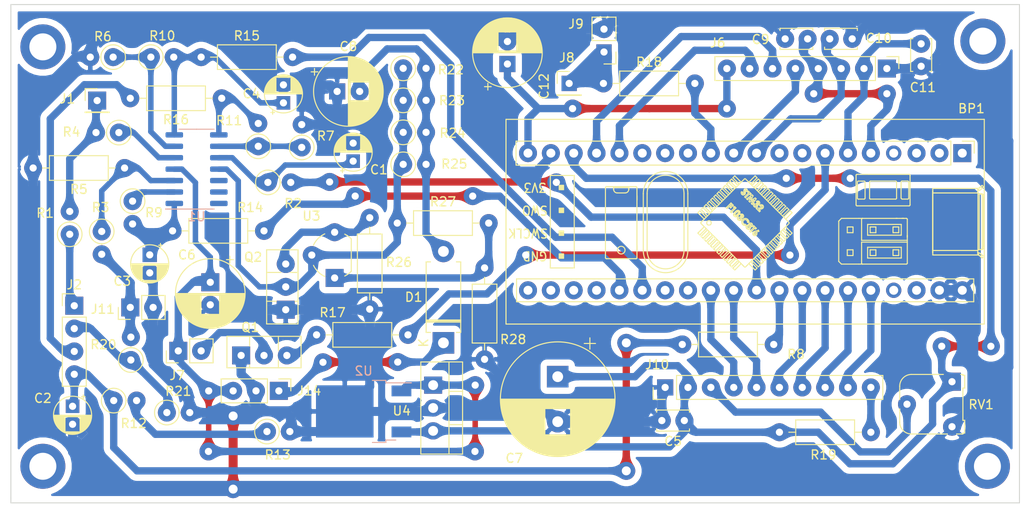
<source format=kicad_pcb>
(kicad_pcb (version 20171130) (host pcbnew "(5.1.10)-1")
  (layers (0 F.Cu signal) (31 B.Cu signal) (34 B.Paste user) (35 F.Paste user) (36 B.SilkS user) (37 F.SilkS user) (38 B.Mask user) (39 F.Mask user) (44 Edge.Cuts user))
  (net 0 "")
  (net 1 GND)
  (net 2 "Net-(BP1-Pad1)")
  (net 3 "Net-(BP1-Pad2)")
  (net 4 +3V3)
  (net 5 "Net-(BP1-Pad3)")
  (net 6 "Net-(BP1-Pad37)")
  (net 7 "Net-(BP1-Pad4)")
  (net 8 "Net-(BP1-Pad36)")
  (net 9 "Net-(BP1-Pad5)")
  (net 10 "Net-(BP1-Pad35)")
  (net 11 "Net-(BP1-Pad6)")
  (net 12 "Net-(BP1-Pad34)")
  (net 13 A10)
  (net 14 "Net-(BP1-Pad33)")
  (net 15 "Net-(BP1-Pad8)")
  (net 16 A7)
  (net 17 "Net-(BP1-Pad9)")
  (net 18 A6)
  (net 19 "Net-(BP1-Pad10)")
  (net 20 "Net-(BP1-Pad30)")
  (net 21 "Net-(BP1-Pad11)")
  (net 22 "Net-(BP1-Pad29)")
  (net 23 B4)
  (net 24 "Net-(BP1-Pad28)")
  (net 25 "Net-(BP1-Pad13)")
  (net 26 "Net-(BP1-Pad27)")
  (net 27 "Net-(BP1-Pad14)")
  (net 28 A1)
  (net 29 "Net-(BP1-Pad15)")
  (net 30 A0)
  (net 31 "Net-(BP1-Pad16)")
  (net 32 "Net-(BP1-Pad24)")
  (net 33 "Net-(BP1-Pad17)")
  (net 34 "Net-(BP1-Pad23)")
  (net 35 +5V)
  (net 36 "Net-(BP1-Pad22)")
  (net 37 "Net-(BP1-Pad21)")
  (net 38 "Net-(BP1-Pad20)")
  (net 39 "Net-(C1-Pad1)")
  (net 40 /PIN_15_TL494)
  (net 41 "Net-(C3-Pad1)")
  (net 42 "Net-(C4-Pad1)")
  (net 43 +12V)
  (net 44 "Net-(C8-Pad2)")
  (net 45 "Net-(D1-Pad1)")
  (net 46 "Net-(J1-Pad1)")
  (net 47 /PIN_1_TL494)
  (net 48 /PIN_2_TL494)
  (net 49 "Net-(J7-Pad2)")
  (net 50 "Net-(J8-Pad1)")
  (net 51 "Net-(J10-Pad3)")
  (net 52 "Net-(J10-Pad10)")
  (net 53 Vout)
  (net 54 "Net-(Q1-Pad3)")
  (net 55 "Net-(Q2-Pad3)")
  (net 56 -12V)
  (net 57 "Net-(R3-Pad1)")
  (net 58 "Net-(R4-Pad1)")
  (net 59 "Net-(R10-Pad1)")
  (net 60 "Net-(R11-Pad1)")
  (net 61 "Net-(R9-Pad1)")
  (net 62 "Net-(R11-Pad2)")
  (net 63 "Net-(R12-Pad2)")
  (net 64 "Net-(R27-Pad2)")
  (net 65 /PIN_16_TL494)
  (net 66 "Net-(BP1-Pad38)")
  (module Capacitor_THT:CP_Radial_D7.5mm_P2.50mm (layer F.Cu) (at 89.408 72.009 270)
    (fp_text reference C6 (at -3.048 2.6035) (layer F.SilkS))
    (fp_text value 100u)
    (pad 1 thru_hole rect (at 0 0 270) (size 2 2) (drill 0.8) (layers *.Cu *.Mask) (net 43 +12V))
    (pad 2 thru_hole circle (at 2.5 0 270) (size 2 2) (drill 0.8) (layers *.Cu *.Mask) (net 1 GND))
  )
  (module Connector_PinHeader_2.54mm:PinHeader_1x02_P2.54mm_Vertical (layer F.Cu) (at 80.518 74.803 90)
    (fp_text reference J11 (at -0.1905 -3.048 180) (layer F.SilkS))
    (fp_text value Conn_01x02)
    (pad 1 thru_hole rect (at 0 0 90) (size 2 2) (drill 0.8) (layers *.Cu *.Mask) (net 53 Vout))
    (pad 2 thru_hole oval (at 0 2.54 90) (size 2 2) (drill 0.8) (layers *.Cu *.Mask) (net 1 GND))
  )
  (module Resistor_THT:R_Axial_DIN0207_L6.3mm_D2.5mm_P2.54mm_Vertical (layer F.Cu) (at 80.772 62.992 270)
    (fp_text reference R9 (at 1.27 -2.37 180) (layer F.SilkS))
    (fp_text value 10K)
    (pad 1 thru_hole circle (at 0 0 270) (size 2 2) (drill 0.8) (layers *.Cu *.Mask) (net 61 "Net-(R9-Pad1)"))
    (pad 2 thru_hole oval (at 2.54 0 270) (size 2 2) (drill 0.8) (layers *.Cu *.Mask) (net 41 "Net-(C3-Pad1)"))
  )
  (module YAAJ_BluePill:YAAJ_BluePill_1 (layer F.Cu) (at 172.974 57.658 270)
    (fp_text reference BP1 (at -4.953 -1.016 180) (layer F.SilkS))
    (fp_text value BluePill_1 hide)
    (fp_text user 3V3 (at 3.81 47.498 180 unlocked) (layer F.SilkS) (effects (font (size 1 0.9))))
    (fp_text user SWO (at 6.35 47.498 180 unlocked) (layer F.SilkS) (effects (font (size 1 0.9))))
    (fp_text user SWCLK (at 8.89 48.26 180 unlocked) (layer F.SilkS) (effects (font (size 1 0.9))))
    (fp_text user GND (at 11.43 47.498 180 unlocked) (layer F.SilkS) (effects (font (size 1 0.9))))
    (pad 40 thru_hole circle (at 15.24 0 270) (size 2 2) (drill 1) (layers *.Cu *.Mask) (net 1 GND))
    (pad 1 thru_hole rect (at 0 0 270) (size 2 2) (drill 1) (layers *.Cu *.Mask) (net 2 "Net-(BP1-Pad1)"))
    (pad 39 thru_hole circle (at 15.24 2.54 270) (size 2 2) (drill 1) (layers *.Cu *.Mask) (net 1 GND))
    (pad 2 thru_hole circle (at 0 2.54 270) (size 2 2) (drill 1) (layers *.Cu *.Mask) (net 3 "Net-(BP1-Pad2)"))
    (pad 38 thru_hole circle (at 15.24 5.08 270) (size 2 2) (drill 1) (layers *.Cu *.Mask) (net 66 "Net-(BP1-Pad38)"))
    (pad 3 thru_hole circle (at 0 5.08 270) (size 2 2) (drill 1) (layers *.Cu *.Mask) (net 5 "Net-(BP1-Pad3)"))
    (pad 37 thru_hole circle (at 15.24 7.62 270) (size 1.7 1.7) (drill 1) (layers *.Cu *.Mask) (net 6 "Net-(BP1-Pad37)"))
    (pad 4 thru_hole circle (at 0 7.62 270) (size 1.7 1.7) (drill 1) (layers *.Cu *.Mask) (net 7 "Net-(BP1-Pad4)"))
    (pad 36 thru_hole circle (at 15.24 10.16 270) (size 2 2) (drill 1) (layers *.Cu *.Mask) (net 8 "Net-(BP1-Pad36)"))
    (pad 5 thru_hole circle (at 0 10.16 270) (size 2 2) (drill 1) (layers *.Cu *.Mask) (net 9 "Net-(BP1-Pad5)"))
    (pad 35 thru_hole circle (at 15.24 12.7 270) (size 2 2) (drill 1) (layers *.Cu *.Mask) (net 10 "Net-(BP1-Pad35)"))
    (pad 6 thru_hole circle (at 0 12.7 270) (size 2 2) (drill 1) (layers *.Cu *.Mask) (net 11 "Net-(BP1-Pad6)"))
    (pad 34 thru_hole circle (at 15.24 15.24 270) (size 2 2) (drill 1) (layers *.Cu *.Mask) (net 12 "Net-(BP1-Pad34)"))
    (pad 7 thru_hole circle (at 0 15.24 270) (size 2 2) (drill 1) (layers *.Cu *.Mask) (net 13 A10))
    (pad 33 thru_hole circle (at 15.24 17.78 270) (size 2 2) (drill 1) (layers *.Cu *.Mask) (net 14 "Net-(BP1-Pad33)"))
    (pad 8 thru_hole circle (at 0 17.78 270) (size 2 2) (drill 1) (layers *.Cu *.Mask) (net 15 "Net-(BP1-Pad8)"))
    (pad 32 thru_hole circle (at 15.24 20.32 270) (size 2 2) (drill 1) (layers *.Cu *.Mask) (net 16 A7))
    (pad 9 thru_hole circle (at 0 20.32 270) (size 2 2) (drill 1) (layers *.Cu *.Mask) (net 17 "Net-(BP1-Pad9)"))
    (pad 31 thru_hole circle (at 15.24 22.86 270) (size 2 2) (drill 1) (layers *.Cu *.Mask) (net 18 A6))
    (pad 10 thru_hole circle (at 0 22.86 270) (size 2 2) (drill 1) (layers *.Cu *.Mask) (net 19 "Net-(BP1-Pad10)"))
    (pad 30 thru_hole circle (at 15.24 25.4 270) (size 2 2) (drill 1) (layers *.Cu *.Mask) (net 20 "Net-(BP1-Pad30)"))
    (pad 11 thru_hole circle (at 0 25.4 270) (size 2 2) (drill 1) (layers *.Cu *.Mask) (net 21 "Net-(BP1-Pad11)"))
    (pad 29 thru_hole circle (at 15.24 27.94 270) (size 2 2) (drill 1) (layers *.Cu *.Mask) (net 22 "Net-(BP1-Pad29)"))
    (pad 12 thru_hole circle (at 0 27.94 270) (size 2 2) (drill 1) (layers *.Cu *.Mask) (net 23 B4))
    (pad 28 thru_hole circle (at 15.24 30.48 270) (size 2 2) (drill 1) (layers *.Cu *.Mask) (net 24 "Net-(BP1-Pad28)"))
    (pad 13 thru_hole circle (at 0 30.48 270) (size 2 2) (drill 1) (layers *.Cu *.Mask) (net 25 "Net-(BP1-Pad13)"))
    (pad 27 thru_hole circle (at 15.24 33.02 270) (size 2 2) (drill 1) (layers *.Cu *.Mask) (net 26 "Net-(BP1-Pad27)"))
    (pad 14 thru_hole circle (at 0 33.02 270) (size 2 2) (drill 1) (layers *.Cu *.Mask) (net 27 "Net-(BP1-Pad14)"))
    (pad 26 thru_hole circle (at 15.24 35.56 270) (size 2 2) (drill 1) (layers *.Cu *.Mask) (net 28 A1))
    (pad 15 thru_hole circle (at 0 35.56 270) (size 2 2) (drill 1) (layers *.Cu *.Mask) (net 29 "Net-(BP1-Pad15)"))
    (pad 25 thru_hole circle (at 15.24 38.1 270) (size 2 2) (drill 1) (layers *.Cu *.Mask) (net 30 A0))
    (pad 16 thru_hole circle (at 0 38.1 270) (size 2 2) (drill 1) (layers *.Cu *.Mask) (net 31 "Net-(BP1-Pad16)"))
    (pad 24 thru_hole circle (at 15.24 40.64 270) (size 2 2) (drill 1) (layers *.Cu *.Mask) (net 32 "Net-(BP1-Pad24)"))
    (pad 17 thru_hole circle (at 0 40.64 270) (size 2 2) (drill 1) (layers *.Cu *.Mask) (net 33 "Net-(BP1-Pad17)"))
    (pad 23 thru_hole circle (at 15.24 43.18 270) (size 2 2) (drill 1) (layers *.Cu *.Mask) (net 34 "Net-(BP1-Pad23)"))
    (pad 18 thru_hole circle (at 0 43.18 270) (size 2 2) (drill 1) (layers *.Cu *.Mask) (net 35 +5V))
    (pad 22 thru_hole circle (at 15.24 45.72 270) (size 2 2) (drill 1) (layers *.Cu *.Mask) (net 36 "Net-(BP1-Pad22)"))
    (pad 19 thru_hole circle (at 0 45.72 270) (size 2 2) (drill 1) (layers *.Cu *.Mask) (net 1 GND))
    (pad 21 thru_hole circle (at 15.24 48.26 270) (size 2 2) (drill 1) (layers *.Cu *.Mask) (net 37 "Net-(BP1-Pad21)"))
    (pad 20 thru_hole circle (at 0 48.26 270) (size 2 2) (drill 1) (layers *.Cu *.Mask) (net 38 "Net-(BP1-Pad20)"))
  )
  (module Capacitor_THT:CP_Radial_D4.0mm_P2.00mm (layer F.Cu) (at 105.283 58.547 90)
    (fp_text reference C1 (at -0.9525 2.8575 180) (layer F.SilkS))
    (fp_text value 10u)
    (pad 2 thru_hole circle (at 2 0 90) (size 2 2) (drill 0.8) (layers *.Cu *.Mask) (net 1 GND))
    (pad 1 thru_hole rect (at 0 0 90) (size 1.5 1.5) (drill 0.8) (layers *.Cu *.Mask) (net 39 "Net-(C1-Pad1)"))
  )
  (module Capacitor_THT:CP_Radial_D4.0mm_P2.00mm (layer F.Cu) (at 74.1045 85.7885 270)
    (fp_text reference C2 (at -0.889 3.302 180) (layer F.SilkS))
    (fp_text value 10u)
    (pad 1 thru_hole rect (at 0 0 270) (size 1.5 1.5) (drill 0.8) (layers *.Cu *.Mask) (net 40 /PIN_15_TL494))
    (pad 2 thru_hole circle (at 2 0 270) (size 1.9 1.9) (drill 0.8) (layers *.Cu *.Mask) (net 1 GND))
  )
  (module Capacitor_THT:CP_Radial_D4.0mm_P2.00mm (layer F.Cu) (at 82.677 68.961 270)
    (fp_text reference C3 (at 2.921 3.048 180) (layer F.SilkS))
    (fp_text value 10u)
    (pad 2 thru_hole circle (at 2 0 270) (size 2 2) (drill 0.8) (layers *.Cu *.Mask) (net 1 GND))
    (pad 1 thru_hole rect (at 0 0 270) (size 1.6 1.6) (drill 0.8) (layers *.Cu *.Mask) (net 41 "Net-(C3-Pad1)"))
  )
  (module Capacitor_THT:CP_Radial_D4.0mm_P2.00mm (layer F.Cu) (at 97.536 52.07 90)
    (fp_text reference C4 (at 1.016 -3.556 180) (layer F.SilkS))
    (fp_text value 10u)
    (pad 1 thru_hole rect (at 0 0 90) (size 1.5 1.5) (drill 0.8) (layers *.Cu *.Mask) (net 42 "Net-(C4-Pad1)"))
    (pad 2 thru_hole circle (at 2 0 90) (size 1.8 1.8) (drill 0.8) (layers *.Cu *.Mask) (net 1 GND))
  )
  (module Capacitor_THT:C_Disc_D3.4mm_W2.1mm_P2.50mm (layer F.Cu) (at 142.0876 87.376 180)
    (fp_text reference C5 (at 1.25 -2.3) (layer F.SilkS))
    (fp_text value 100n)
    (pad 2 thru_hole circle (at 2.5 0 180) (size 2 2) (drill 0.8) (layers *.Cu *.Mask) (net 1 GND))
    (pad 1 thru_hole circle (at 0 0 180) (size 2 2) (drill 0.8) (layers *.Cu *.Mask) (net 35 +5V))
  )
  (module Capacitor_THT:CP_Radial_D7.5mm_P2.50mm (layer F.Cu) (at 103.505 50.8)
    (fp_text reference C8 (at 1.25 -5) (layer F.SilkS))
    (fp_text value 100u)
    (pad 2 thru_hole circle (at 2.5 0) (size 2 2) (drill 0.8) (layers *.Cu *.Mask) (net 44 "Net-(C8-Pad2)"))
    (pad 1 thru_hole rect (at 0 0) (size 1.8 1.8) (drill 0.8) (layers *.Cu *.Mask) (net 1 GND))
  )
  (module Capacitor_THT:C_Disc_D3.4mm_W2.1mm_P2.50mm (layer F.Cu) (at 153.289 44.958)
    (fp_text reference C9 (at -2.7305 0.0635) (layer F.SilkS))
    (fp_text value 100n)
    (pad 1 thru_hole circle (at 0 0) (size 2 2) (drill 0.8) (layers *.Cu *.Mask) (net 1 GND))
    (pad 2 thru_hole circle (at 2.5 0) (size 2 2) (drill 0.8) (layers *.Cu *.Mask) (net 9 "Net-(BP1-Pad5)"))
  )
  (module Capacitor_THT:C_Disc_D3.4mm_W2.1mm_P2.50mm (layer F.Cu) (at 158.242 44.958)
    (fp_text reference C10 (at 5.461 -0.0635) (layer F.SilkS))
    (fp_text value 100n)
    (pad 1 thru_hole circle (at 0 0) (size 2 2) (drill 0.8) (layers *.Cu *.Mask) (net 19 "Net-(BP1-Pad10)"))
    (pad 2 thru_hole circle (at 2.5 0) (size 2 2) (drill 0.8) (layers *.Cu *.Mask) (net 1 GND))
  )
  (module Capacitor_THT:C_Disc_D3.4mm_W2.1mm_P2.50mm (layer F.Cu) (at 168.402 48.006 90)
    (fp_text reference C11 (at -2.3495 0.1905) (layer F.SilkS))
    (fp_text value 100n)
    (pad 2 thru_hole circle (at 2.5 0 90) (size 2 2) (drill 0.8) (layers *.Cu *.Mask) (net 11 "Net-(BP1-Pad6)"))
    (pad 1 thru_hole circle (at 0 0 90) (size 2 2) (drill 0.8) (layers *.Cu *.Mask) (net 1 GND))
  )
  (module Capacitor_THT:CP_Radial_D7.5mm_P2.50mm (layer F.Cu) (at 122.428 47.752 90)
    (fp_text reference C12 (at -2.4765 4.064 90) (layer F.SilkS))
    (fp_text value 100u)
    (pad 2 thru_hole circle (at 2.5 0 90) (size 2 2) (drill 0.8) (layers *.Cu *.Mask) (net 1 GND))
    (pad 1 thru_hole rect (at 0 0 90) (size 1.8 1.8) (drill 0.8) (layers *.Cu *.Mask) (net 38 "Net-(BP1-Pad20)"))
  )
  (module Diode_THT:D_DO-15_P10.16mm_Horizontal (layer F.Cu) (at 115.316 78.74 90)
    (fp_text reference D1 (at 5.08 -3.302 180) (layer F.SilkS))
    (fp_text value D_Schottky)
    (fp_text user K (at 0 -2.2 90) (layer F.SilkS))
    (pad 1 thru_hole rect (at 0 0 90) (size 2.4 2.4) (drill 1.2) (layers *.Cu *.Mask) (net 45 "Net-(D1-Pad1)"))
    (pad 2 thru_hole oval (at 10.16 0 90) (size 2.4 2.4) (drill 1.2) (layers *.Cu *.Mask) (net 44 "Net-(C8-Pad2)"))
  )
  (module Connector_PinHeader_2.54mm:PinHeader_1x01_P2.54mm_Vertical (layer F.Cu) (at 76.835 51.816)
    (fp_text reference J1 (at -3.302 -0.1905) (layer F.SilkS))
    (fp_text value RSHUNT)
    (pad 1 thru_hole rect (at 0 0) (size 2 2) (drill 0.8) (layers *.Cu *.Mask) (net 46 "Net-(J1-Pad1)"))
  )
  (module Connector_PinHeader_2.54mm:PinHeader_1x08_P2.54mm_Vertical (layer F.Cu) (at 164.592 48.26 270)
    (fp_text reference J6 (at -2.8575 18.796) (layer F.SilkS))
    (fp_text value OLED)
    (pad 1 thru_hole rect (at 0 0 270) (size 2 2) (drill 0.8) (layers *.Cu *.Mask) (net 1 GND))
    (pad 2 thru_hole oval (at 0 2.54 270) (size 2 2) (drill 0.8) (layers *.Cu *.Mask) (net 11 "Net-(BP1-Pad6)"))
    (pad 3 thru_hole oval (at 0 5.08 270) (size 2 2) (drill 0.8) (layers *.Cu *.Mask) (net 19 "Net-(BP1-Pad10)"))
    (pad 4 thru_hole oval (at 0 7.62 270) (size 2 2) (drill 0.8) (layers *.Cu *.Mask) (net 9 "Net-(BP1-Pad5)"))
    (pad 5 thru_hole oval (at 0 10.16 270) (size 2 2) (drill 0.8) (layers *.Cu *.Mask) (net 21 "Net-(BP1-Pad11)"))
    (pad 6 thru_hole oval (at 0 12.7 270) (size 2 2) (drill 0.8) (layers *.Cu *.Mask) (net 33 "Net-(BP1-Pad17)"))
    (pad 7 thru_hole oval (at 0 15.24 270) (size 2 2) (drill 0.8) (layers *.Cu *.Mask) (net 31 "Net-(BP1-Pad16)"))
    (pad 8 thru_hole oval (at 0 17.78 270) (size 2 2) (drill 0.8) (layers *.Cu *.Mask) (net 38 "Net-(BP1-Pad20)"))
  )
  (module Connector_PinHeader_2.54mm:PinHeader_1x02_P2.54mm_Vertical (layer F.Cu) (at 85.852 79.629 90)
    (fp_text reference J7 (at -2.7305 -0.127 180) (layer F.SilkS))
    (fp_text value "PSU FAN")
    (pad 2 thru_hole oval (at 0 2.54 90) (size 2 2) (drill 0.8) (layers *.Cu *.Mask) (net 49 "Net-(J7-Pad2)"))
    (pad 1 thru_hole rect (at 0 0 90) (size 2 2) (drill 0.8) (layers *.Cu *.Mask) (net 43 +12V))
  )
  (module Connector_PinHeader_2.54mm:PinHeader_1x01_P2.54mm_Vertical (layer F.Cu) (at 129.286 49.911)
    (fp_text reference J8 (at -0.254 -2.8575) (layer F.SilkS))
    (fp_text value PS_ON)
    (pad 1 thru_hole rect (at 0 0) (size 1.7 1.7) (drill 0.8) (layers *.Cu *.Mask) (net 50 "Net-(J8-Pad1)"))
  )
  (module Connector_PinHeader_2.54mm:PinHeader_1x02_P2.54mm_Vertical (layer F.Cu) (at 133.1595 46.4185 180)
    (fp_text reference J9 (at 3.1115 3.1115) (layer F.SilkS))
    (fp_text value SW_STBY)
    (pad 1 thru_hole rect (at 0 0 180) (size 1.7 1.7) (drill 0.8) (layers *.Cu *.Mask) (net 50 "Net-(J8-Pad1)"))
    (pad 2 thru_hole oval (at 0 2.54 180) (size 2 2) (drill 0.8) (layers *.Cu *.Mask) (net 1 GND))
  )
  (module Connector_PinHeader_2.54mm:PinHeader_1x10_P2.54mm_Vertical (layer F.Cu) (at 139.954 83.693 90)
    (fp_text reference J10 (at 2.54 -0.889 180) (layer F.SilkS))
    (fp_text value "LCD 16x2")
    (pad 1 thru_hole rect (at 0 0 90) (size 1.8 1.8) (drill 0.8) (layers *.Cu *.Mask) (net 1 GND))
    (pad 2 thru_hole oval (at 0 2.54 90) (size 2 2) (drill 0.8) (layers *.Cu *.Mask) (net 35 +5V))
    (pad 3 thru_hole oval (at 0 5.08 90) (size 2 2) (drill 0.8) (layers *.Cu *.Mask) (net 51 "Net-(J10-Pad3)"))
    (pad 4 thru_hole oval (at 0 7.62 90) (size 2 2) (drill 0.8) (layers *.Cu *.Mask) (net 22 "Net-(BP1-Pad29)"))
    (pad 5 thru_hole oval (at 0 10.16 90) (size 2 2) (drill 0.8) (layers *.Cu *.Mask) (net 20 "Net-(BP1-Pad30)"))
    (pad 6 thru_hole oval (at 0 12.7 90) (size 2 2) (drill 0.8) (layers *.Cu *.Mask) (net 14 "Net-(BP1-Pad33)"))
    (pad 7 thru_hole oval (at 0 15.24 90) (size 2 2) (drill 0.8) (layers *.Cu *.Mask) (net 12 "Net-(BP1-Pad34)"))
    (pad 8 thru_hole oval (at 0 17.78 90) (size 2 2) (drill 0.8) (layers *.Cu *.Mask) (net 10 "Net-(BP1-Pad35)"))
    (pad 9 thru_hole oval (at 0 20.32 90) (size 2 2) (drill 0.8) (layers *.Cu *.Mask) (net 8 "Net-(BP1-Pad36)"))
    (pad 10 thru_hole oval (at 0 22.86 90) (size 2 2) (drill 0.8) (layers *.Cu *.Mask) (net 52 "Net-(J10-Pad10)"))
  )
  (module Connector_PinHeader_2.54mm:PinHeader_1x03_P2.54mm_Vertical (layer F.Cu) (at 97.028 84.074 270)
    (fp_text reference J14 (at 0 -3.3655 180) (layer F.SilkS))
    (fp_text value 12_SIMETRICOS)
    (pad 1 thru_hole rect (at 0 0 270) (size 2 2) (drill 0.8) (layers *.Cu *.Mask) (net 45 "Net-(D1-Pad1)"))
    (pad 2 thru_hole oval (at 0 2.54 270) (size 2 2) (drill 0.8) (layers *.Cu *.Mask) (net 1 GND))
    (pad 3 thru_hole oval (at 0 5.08 270) (size 2 2) (drill 0.8) (layers *.Cu *.Mask) (net 43 +12V))
  )
  (module Package_TO_SOT_THT:TO-126-3_Vertical (layer F.Cu) (at 92.837 80.137)
    (fp_text reference Q1 (at 1.016 -3.12) (layer F.SilkS))
    (fp_text value BD139)
    (pad 1 thru_hole rect (at 0 0) (size 2 2) (drill 0.8) (layers *.Cu *.Mask) (net 1 GND))
    (pad 2 thru_hole oval (at 2.54 0) (size 2 2) (drill 0.8) (layers *.Cu *.Mask) (net 49 "Net-(J7-Pad2)"))
    (pad 3 thru_hole oval (at 5.08 0) (size 2 2) (drill 0.8) (layers *.Cu *.Mask) (net 54 "Net-(Q1-Pad3)"))
  )
  (module Package_TO_SOT_THT:TO-126-3_Vertical (layer F.Cu) (at 97.79 75.057 90)
    (fp_text reference Q2 (at 5.842 -3.6195 180) (layer F.SilkS))
    (fp_text value BD138)
    (pad 3 thru_hole oval (at 5.08 0 90) (size 2 2) (drill 0.8) (layers *.Cu *.Mask) (net 55 "Net-(Q2-Pad3)"))
    (pad 2 thru_hole oval (at 2.54 0 90) (size 2 2) (drill 0.8) (layers *.Cu *.Mask) (net 56 -12V))
    (pad 1 thru_hole rect (at 0 0 90) (size 2 2) (drill 0.8) (layers *.Cu *.Mask) (net 1 GND))
  )
  (module Resistor_THT:R_Axial_DIN0207_L6.3mm_D2.5mm_P2.54mm_Vertical (layer F.Cu) (at 79.248 55.372 180)
    (fp_text reference R4 (at 5.2705 0.0635) (layer F.SilkS))
    (fp_text value 2K)
    (pad 2 thru_hole oval (at 2.54 0 180) (size 2 2) (drill 0.8) (layers *.Cu *.Mask) (net 46 "Net-(J1-Pad1)"))
    (pad 1 thru_hole circle (at 0 0 180) (size 2 2) (drill 0.8) (layers *.Cu *.Mask) (net 58 "Net-(R4-Pad1)"))
  )
  (module Resistor_THT:R_Axial_DIN0207_L6.3mm_D2.5mm_P2.54mm_Vertical (layer F.Cu) (at 78.613 46.99 180)
    (fp_text reference R6 (at 1.143 2.286) (layer F.SilkS))
    (fp_text value 10K)
    (pad 2 thru_hole oval (at 2.54 0 180) (size 2 2) (drill 0.8) (layers *.Cu *.Mask) (net 1 GND))
    (pad 1 thru_hole circle (at 0 0 180) (size 2 2) (drill 0.8) (layers *.Cu *.Mask) (net 59 "Net-(R10-Pad1)"))
  )
  (module Resistor_THT:R_Axial_DIN0207_L6.3mm_D2.5mm_P2.54mm_Vertical (layer F.Cu) (at 99.568 57.023 90)
    (fp_text reference R7 (at 1.27 2.667 180) (layer F.SilkS))
    (fp_text value 5.1K)
    (pad 1 thru_hole circle (at 0 0 90) (size 2 2) (drill 0.8) (layers *.Cu *.Mask) (net 60 "Net-(R11-Pad1)"))
    (pad 2 thru_hole oval (at 2.54 0 90) (size 2 2) (drill 0.8) (layers *.Cu *.Mask) (net 1 GND))
  )
  (module Resistor_THT:R_Axial_DIN0207_L6.3mm_D2.5mm_P2.54mm_Vertical (layer F.Cu) (at 82.804 46.99)
    (fp_text reference R10 (at 1.27 -2.37) (layer F.SilkS))
    (fp_text value 20K)
    (pad 1 thru_hole circle (at 0 0) (size 2 2) (drill 0.8) (layers *.Cu *.Mask) (net 59 "Net-(R10-Pad1)"))
    (pad 2 thru_hole oval (at 2.54 0) (size 2 2) (drill 0.8) (layers *.Cu *.Mask) (net 42 "Net-(C4-Pad1)"))
  )
  (module Resistor_THT:R_Axial_DIN0207_L6.3mm_D2.5mm_P2.54mm_Vertical (layer F.Cu) (at 94.742 56.896 90)
    (fp_text reference R11 (at 2.8575 -3.2385 180) (layer F.SilkS))
    (fp_text value 2.7K)
    (pad 1 thru_hole circle (at 0 0 90) (size 2 2) (drill 0.8) (layers *.Cu *.Mask) (net 60 "Net-(R11-Pad1)"))
    (pad 2 thru_hole oval (at 2.54 0 90) (size 2 2) (drill 0.8) (layers *.Cu *.Mask) (net 62 "Net-(R11-Pad2)"))
  )
  (module Resistor_THT:R_Axial_DIN0207_L6.3mm_D2.5mm_P2.54mm_Vertical (layer F.Cu) (at 78.6765 85.1535)
    (fp_text reference R12 (at 2.2225 2.54) (layer F.SilkS))
    (fp_text value 220)
    (pad 1 thru_hole circle (at 0 0) (size 2 2) (drill 0.8) (layers *.Cu *.Mask) (net 40 /PIN_15_TL494))
    (pad 2 thru_hole oval (at 2.54 0) (size 2 2) (drill 0.8) (layers *.Cu *.Mask) (net 63 "Net-(R12-Pad2)"))
  )
  (module Resistor_THT:R_Axial_DIN0207_L6.3mm_D2.5mm_P2.54mm_Vertical (layer F.Cu) (at 95.7072 88.5952)
    (fp_text reference R13 (at 1.1938 2.5908) (layer F.SilkS))
    (fp_text value 150)
    (pad 2 thru_hole oval (at 2.54 0) (size 2 2) (drill 0.8) (layers *.Cu *.Mask) (net 1 GND))
    (pad 1 thru_hole circle (at 0 0) (size 2 2) (drill 0.8) (layers *.Cu *.Mask) (net 63 "Net-(R12-Pad2)"))
  )
  (module Potentiometer_THT:Potentiometer_Runtron_RM-065_Vertical (layer F.Cu) (at 171.831 83.058 270)
    (fp_text reference RV1 (at 2.54 -3.2385 180) (layer F.SilkS))
    (fp_text value 10K)
    (pad 3 thru_hole circle (at 5 0 270) (size 2 2) (drill 0.8) (layers *.Cu *.Mask) (net 1 GND))
    (pad 1 thru_hole rect (at 0 0 270) (size 2 2) (drill 0.8) (layers *.Cu *.Mask) (net 35 +5V))
    (pad 2 thru_hole circle (at 2.5 5 270) (size 2 2) (drill 0.8) (layers *.Cu *.Mask) (net 51 "Net-(J10-Pad3)"))
  )
  (module Package_SO:SOIC-14_3.9x8.7mm_P1.27mm (layer B.Cu) (at 87.884 59.436)
    (fp_text reference U1 (at 0 5.28) (layer B.SilkS) (effects (justify mirror)))
    (fp_text value LM324)
    (pad 1 smd roundrect (at -2.475 3.81) (size 1.95 0.6) (layers B.Cu B.Paste B.Mask) (net 41 "Net-(C3-Pad1)"))
    (pad 2 smd roundrect (at -2.475 2.54) (size 1.95 0.6) (layers B.Cu B.Paste B.Mask) (net 61 "Net-(R9-Pad1)"))
    (pad 3 smd roundrect (at -2.475 1.27) (size 1.95 0.6) (layers B.Cu B.Paste B.Mask) (net 57 "Net-(R3-Pad1)"))
    (pad 4 smd roundrect (at -2.475 0) (size 1.95 0.6) (layers B.Cu B.Paste B.Mask) (net 43 +12V))
    (pad 5 smd roundrect (at -2.475 -1.27) (size 1.95 0.6) (layers B.Cu B.Paste B.Mask) (net 58 "Net-(R4-Pad1)"))
    (pad 6 smd roundrect (at -2.475 -2.54) (size 1.95 0.6) (layers B.Cu B.Paste B.Mask) (net 59 "Net-(R10-Pad1)"))
    (pad 7 smd roundrect (at -2.475 -3.81) (size 1.95 0.6) (layers B.Cu B.Paste B.Mask) (net 42 "Net-(C4-Pad1)"))
    (pad 8 smd roundrect (at 2.475 -3.81) (size 1.95 0.6) (layers B.Cu B.Paste B.Mask) (net 62 "Net-(R11-Pad2)"))
    (pad 9 smd roundrect (at 2.475 -2.54) (size 1.95 0.6) (layers B.Cu B.Paste B.Mask) (net 60 "Net-(R11-Pad1)"))
    (pad 10 smd roundrect (at 2.475 -1.27) (size 1.95 0.6) (layers B.Cu B.Paste B.Mask) (net 39 "Net-(C1-Pad1)"))
    (pad 11 smd roundrect (at 2.475 0) (size 1.95 0.6) (layers B.Cu B.Paste B.Mask) (net 56 -12V))
    (pad 12 smd roundrect (at 2.475 1.27) (size 1.95 0.6) (layers B.Cu B.Paste B.Mask))
    (pad 13 smd roundrect (at 2.475 2.54) (size 1.95 0.6) (layers B.Cu B.Paste B.Mask))
    (pad 14 smd roundrect (at 2.475 3.81) (size 1.95 0.6) (layers B.Cu B.Paste B.Mask))
  )
  (module Package_TO_SOT_SMD:TO-252-2 (layer B.Cu) (at 106.4514 86.36 180)
    (fp_text reference U2 (at 0 4.5) (layer B.SilkS) (effects (justify mirror)))
    (fp_text value L7805)
    (pad 1 smd rect (at -4.2 2.28 180) (size 2.2 1.2) (layers B.Cu B.Paste B.Mask) (net 43 +12V))
    (pad 3 smd rect (at -4.2 -2.28 180) (size 2.2 1.2) (layers B.Cu B.Paste B.Mask) (net 35 +5V))
    (pad 2 smd rect (at 2.1 0 180) (size 6.4 5.8) (layers B.Cu B.Mask) (net 1 GND))
  )
  (module Resistor_THT:R_Axial_DIN0207_L6.3mm_D2.5mm_P10.16mm_Horizontal (layer F.Cu) (at 85.217 66.294)
    (fp_text reference R14 (at 8.636 -2.6035) (layer F.SilkS))
    (fp_text value 220)
    (pad 2 thru_hole oval (at 10.16 0) (size 2 2) (drill 0.8) (layers *.Cu *.Mask) (net 30 A0))
    (pad 1 thru_hole circle (at 0 0) (size 2 2) (drill 0.8) (layers *.Cu *.Mask) (net 41 "Net-(C3-Pad1)"))
  )
  (module Resistor_THT:R_Axial_DIN0207_L6.3mm_D2.5mm_P10.16mm_Horizontal (layer F.Cu) (at 88.392 46.99)
    (fp_text reference R15 (at 5.08 -2.37) (layer F.SilkS))
    (fp_text value 220)
    (pad 1 thru_hole circle (at 0 0) (size 2 2) (drill 0.8) (layers *.Cu *.Mask) (net 42 "Net-(C4-Pad1)"))
    (pad 2 thru_hole oval (at 10.16 0) (size 2 2) (drill 0.8) (layers *.Cu *.Mask) (net 28 A1))
  )
  (module Resistor_THT:R_Axial_DIN0207_L6.3mm_D2.5mm_P10.16mm_Horizontal (layer F.Cu) (at 101.219 77.851)
    (fp_text reference R17 (at 1.778 -2.4765) (layer F.SilkS))
    (fp_text value 1K)
    (pad 1 thru_hole circle (at 0 0) (size 2 2) (drill 0.8) (layers *.Cu *.Mask) (net 54 "Net-(Q1-Pad3)"))
    (pad 2 thru_hole oval (at 10.16 0) (size 2 2) (drill 0.8) (layers *.Cu *.Mask) (net 13 A10))
  )
  (module Resistor_THT:R_Axial_DIN0207_L6.3mm_D2.5mm_P10.16mm_Horizontal (layer F.Cu) (at 133.096 49.911)
    (fp_text reference R18 (at 5.08 -2.37) (layer F.SilkS))
    (fp_text value 2K)
    (pad 1 thru_hole circle (at 0 0) (size 2 2) (drill 0.8) (layers *.Cu *.Mask) (net 50 "Net-(J8-Pad1)"))
    (pad 2 thru_hole oval (at 10.16 0) (size 2 2) (drill 0.8) (layers *.Cu *.Mask) (net 23 B4))
  )
  (module Resistor_THT:R_Axial_DIN0207_L6.3mm_D2.5mm_P10.16mm_Horizontal (layer F.Cu) (at 90.678 51.562 180)
    (fp_text reference R16 (at 5.08 -2.37) (layer F.SilkS))
    (fp_text value 2K)
    (pad 1 thru_hole circle (at 0 0 180) (size 2 2) (drill 0.8) (layers *.Cu *.Mask) (net 62 "Net-(R11-Pad2)"))
    (pad 2 thru_hole oval (at 10.16 0 180) (size 2 2) (drill 0.8) (layers *.Cu *.Mask) (net 48 /PIN_2_TL494))
  )
  (module Resistor_THT:R_Axial_DIN0207_L6.3mm_D2.5mm_P10.16mm_Horizontal (layer F.Cu) (at 79.883 59.309 180)
    (fp_text reference R5 (at 5.08 -2.37) (layer F.SilkS))
    (fp_text value 2k)
    (pad 1 thru_hole circle (at 0 0 180) (size 2 2) (drill 0.8) (layers *.Cu *.Mask) (net 57 "Net-(R3-Pad1)"))
    (pad 2 thru_hole oval (at 10.16 0 180) (size 2 2) (drill 0.8) (layers *.Cu *.Mask) (net 1 GND))
  )
  (module Resistor_THT:R_Axial_DIN0207_L6.3mm_D2.5mm_P10.16mm_Horizontal (layer F.Cu) (at 107.1245 64.8335 270)
    (fp_text reference R26 (at 4.953 -3.2385 180) (layer F.SilkS))
    (fp_text value 2.2k)
    (pad 2 thru_hole oval (at 10.16 0 270) (size 2 2) (drill 0.8) (layers *.Cu *.Mask) (net 1 GND))
    (pad 1 thru_hole circle (at 0 0 270) (size 2 2) (drill 0.8) (layers *.Cu *.Mask) (net 55 "Net-(Q2-Pad3)"))
  )
  (module Resistor_THT:R_Axial_DIN0207_L6.3mm_D2.5mm_P10.16mm_Horizontal (layer F.Cu) (at 119.888 70.4088 270)
    (fp_text reference R28 (at 7.9502 -3.175 180) (layer F.SilkS))
    (fp_text value 8.2k)
    (pad 1 thru_hole circle (at 0 0 270) (size 2 2) (drill 0.8) (layers *.Cu *.Mask) (net 64 "Net-(R27-Pad2)"))
    (pad 2 thru_hole oval (at 10.16 0 270) (size 2 2) (drill 0.8) (layers *.Cu *.Mask) (net 1 GND))
  )
  (module Resistor_THT:R_Axial_DIN0207_L6.3mm_D2.5mm_P10.16mm_Horizontal (layer F.Cu) (at 110.1852 65.4304)
    (fp_text reference R27 (at 5.08 -2.37) (layer F.SilkS))
    (fp_text value 2.2k)
    (pad 1 thru_hole circle (at 0 0) (size 2 2) (drill 0.8) (layers *.Cu *.Mask) (net 56 -12V))
    (pad 2 thru_hole oval (at 10.16 0) (size 2 2) (drill 0.8) (layers *.Cu *.Mask) (net 64 "Net-(R27-Pad2)"))
  )
  (module Package_TO_SOT_THT:TO-220-3_Vertical (layer F.Cu) (at 114.173 83.439 270)
    (fp_text reference U4 (at 2.8575 3.4925 180) (layer F.SilkS))
    (fp_text value L7805)
    (pad 1 thru_hole rect (at 0 0 270) (size 1.905 2) (drill 1.1) (layers *.Cu *.Mask) (net 43 +12V))
    (pad 2 thru_hole oval (at 2.54 0 270) (size 1.905 2) (drill 1.1) (layers *.Cu *.Mask) (net 1 GND))
    (pad 3 thru_hole oval (at 5.08 0 270) (size 1.905 2) (drill 1.1) (layers *.Cu *.Mask) (net 35 +5V))
  )
  (module Resistor_THT:R_Axial_DIN0207_L6.3mm_D2.5mm_P10.16mm_Horizontal (layer F.Cu) (at 152.654 88.6714)
    (fp_text reference R19 (at 4.8895 2.5146) (layer F.SilkS))
    (fp_text value 100)
    (pad 1 thru_hole circle (at 0 0) (size 2 2) (drill 0.8) (layers *.Cu *.Mask) (net 35 +5V))
    (pad 2 thru_hole oval (at 10.16 0) (size 2 2) (drill 0.8) (layers *.Cu *.Mask) (net 52 "Net-(J10-Pad10)"))
  )
  (module Connector_PinHeader_2.54mm:PinHeader_1x04_P2.54mm_Vertical (layer F.Cu) (at 74.295 74.6125)
    (fp_text reference J2 (at 0 -2.33) (layer F.SilkS))
    (fp_text value TL494)
    (pad 1 thru_hole rect (at 0 0) (size 2 2) (drill 0.8) (layers *.Cu *.Mask) (net 65 /PIN_16_TL494))
    (pad 2 thru_hole oval (at 0 2.54) (size 2 2) (drill 0.8) (layers *.Cu *.Mask) (net 47 /PIN_1_TL494))
    (pad 3 thru_hole oval (at 0 5.08) (size 2 2) (drill 0.8) (layers *.Cu *.Mask) (net 48 /PIN_2_TL494))
    (pad 4 thru_hole oval (at 0 7.62) (size 2 2) (drill 0.8) (layers *.Cu *.Mask) (net 40 /PIN_15_TL494))
  )
  (module Resistor_THT:R_Axial_DIN0207_L6.3mm_D2.5mm_P2.54mm_Vertical (layer F.Cu) (at 80.5815 80.645 90)
    (fp_text reference R20 (at 1.7145 -3.048 180) (layer F.SilkS))
    (fp_text value 10K)
    (pad 1 thru_hole circle (at 0 0 90) (size 2 2) (drill 0.8) (layers *.Cu *.Mask) (net 47 /PIN_1_TL494))
    (pad 2 thru_hole oval (at 2.54 0 90) (size 2 2) (drill 0.8) (layers *.Cu *.Mask) (net 53 Vout))
  )
  (module Resistor_THT:R_Axial_DIN0207_L6.3mm_D2.5mm_P10.16mm_Horizontal (layer F.Cu) (at 141.859 78.9178)
    (fp_text reference R8 (at 12.6365 1.0922) (layer F.SilkS))
    (fp_text value 2K)
    (pad 1 thru_hole circle (at 0 0) (size 2 2) (drill 0.8) (layers *.Cu *.Mask) (net 40 /PIN_15_TL494))
    (pad 2 thru_hole oval (at 10.16 0) (size 2 2) (drill 0.8) (layers *.Cu *.Mask) (net 16 A7))
  )
  (module Resistor_THT:R_Axial_DIN0207_L6.3mm_D2.5mm_P2.54mm_Vertical (layer F.Cu) (at 84.582 86.487)
    (fp_text reference R21 (at 1.27 -2.37) (layer F.SilkS))
    (fp_text value 2K)
    (pad 1 thru_hole circle (at 0 0) (size 2 2) (drill 0.8) (layers *.Cu *.Mask) (net 47 /PIN_1_TL494))
    (pad 2 thru_hole oval (at 2.54 0) (size 2 2) (drill 0.8) (layers *.Cu *.Mask) (net 1 GND))
  )
  (module Resistor_THT:R_Axial_DIN0207_L6.3mm_D2.5mm_P2.54mm_Vertical (layer F.Cu) (at 95.8088 60.9092)
    (fp_text reference R2 (at 2.8067 2.3368) (layer F.SilkS))
    (fp_text value 2K)
    (pad 1 thru_hole circle (at 0 0) (size 2 2) (drill 0.8) (layers *.Cu *.Mask) (net 39 "Net-(C1-Pad1)"))
    (pad 2 thru_hole oval (at 2.54 0) (size 2 2) (drill 0.8) (layers *.Cu *.Mask) (net 18 A6))
  )
  (module Resistor_THT:R_Axial_DIN0207_L6.3mm_D2.5mm_P2.54mm_Vertical (layer F.Cu) (at 73.787 66.675 90)
    (fp_text reference R1 (at 2.3495 -2.7305 180) (layer F.SilkS))
    (fp_text value 2K)
    (pad 1 thru_hole circle (at 0 0 90) (size 2 2) (drill 0.8) (layers *.Cu *.Mask) (net 65 /PIN_16_TL494))
    (pad 2 thru_hole oval (at 2.54 0 90) (size 2 2) (drill 0.8) (layers *.Cu *.Mask) (net 46 "Net-(J1-Pad1)"))
  )
  (module Resistor_THT:R_Axial_DIN0207_L6.3mm_D2.5mm_P2.54mm_Vertical (layer F.Cu) (at 77.343 66.3575 270)
    (fp_text reference R3 (at -2.667 0.127 180) (layer F.SilkS))
    (fp_text value 22k)
    (pad 2 thru_hole oval (at 2.54 0 270) (size 2 2) (drill 0.8) (layers *.Cu *.Mask) (net 53 Vout))
    (pad 1 thru_hole circle (at 0 0 270) (size 2 2) (drill 0.8) (layers *.Cu *.Mask) (net 57 "Net-(R3-Pad1)"))
  )
  (module Resistor_THT:R_Axial_DIN0207_L6.3mm_D2.5mm_P2.54mm_Vertical (layer F.Cu) (at 110.8456 48.2346)
    (fp_text reference R22 (at 5.2959 0.1524) (layer F.SilkS))
    (fp_text value 4.7K)
    (pad 2 thru_hole oval (at 2.54 0) (size 2 2) (drill 0.8) (layers *.Cu *.Mask) (net 44 "Net-(C8-Pad2)"))
    (pad 1 thru_hole circle (at 0 0) (size 2 2) (drill 0.8) (layers *.Cu *.Mask) (net 56 -12V))
  )
  (module Resistor_THT:R_Axial_DIN0207_L6.3mm_D2.5mm_P2.54mm_Vertical (layer F.Cu) (at 110.8456 51.7906)
    (fp_text reference R23 (at 5.4229 0.0254) (layer F.SilkS))
    (fp_text value 4.7K)
    (pad 1 thru_hole circle (at 0 0) (size 2 2) (drill 0.8) (layers *.Cu *.Mask) (net 56 -12V))
    (pad 2 thru_hole oval (at 2.54 0) (size 2 2) (drill 0.8) (layers *.Cu *.Mask) (net 44 "Net-(C8-Pad2)"))
  )
  (module Resistor_THT:R_Axial_DIN0207_L6.3mm_D2.5mm_P2.54mm_Vertical (layer F.Cu) (at 110.8456 55.3466)
    (fp_text reference R24 (at 5.4864 0.0889) (layer F.SilkS))
    (fp_text value 4.7K)
    (pad 2 thru_hole oval (at 2.54 0) (size 2 2) (drill 0.8) (layers *.Cu *.Mask) (net 44 "Net-(C8-Pad2)"))
    (pad 1 thru_hole circle (at 0 0) (size 2 2) (drill 0.8) (layers *.Cu *.Mask) (net 56 -12V))
  )
  (module Resistor_THT:R_Axial_DIN0207_L6.3mm_D2.5mm_P2.54mm_Vertical (layer F.Cu) (at 110.8456 58.9026)
    (fp_text reference R25 (at 5.6769 -0.0381) (layer F.SilkS))
    (fp_text value 4.7K)
    (pad 1 thru_hole circle (at 0 0) (size 2 2) (drill 0.8) (layers *.Cu *.Mask) (net 56 -12V))
    (pad 2 thru_hole oval (at 2.54 0) (size 2 2) (drill 0.8) (layers *.Cu *.Mask) (net 44 "Net-(C8-Pad2)"))
  )
  (module Package_TO_SOT_THT:TO-92_Wide (layer F.Cu) (at 103.2256 71.5264 90)
    (fp_text reference U3 (at 6.8834 -2.5781 180) (layer F.SilkS))
    (fp_text value TL431LP)
    (pad 2 thru_hole circle (at 2.54 -2.54 90) (size 2 2) (drill 0.8) (layers *.Cu *.Mask) (net 56 -12V))
    (pad 3 thru_hole circle (at 5.08 0 90) (size 2 2) (drill 0.8) (layers *.Cu *.Mask) (net 55 "Net-(Q2-Pad3)"))
    (pad 1 thru_hole rect (at 0 0 90) (size 2 2) (drill 0.8) (layers *.Cu *.Mask) (net 64 "Net-(R27-Pad2)"))
  )
  (module Capacitor_THT:CP_Radial_D12.5mm_P5.00mm (layer F.Cu) (at 128.016 82.4992 270)
    (fp_text reference C7 (at 9.0678 4.826 180) (layer F.SilkS))
    (fp_text value 4700u)
    (pad 1 thru_hole rect (at 0 0 270) (size 2.4 2.4) (drill 1.2) (layers *.Cu *.Mask) (net 35 +5V))
    (pad 2 thru_hole circle (at 5 0 270) (size 2.4 2.4) (drill 1.2) (layers *.Cu *.Mask) (net 1 GND))
  )
  (gr_line (start 67.2465 41.91) (end 67.2465 41.148) (layer Edge.Cuts) (width 0.1))
  (gr_line (start 67.2465 96.52) (end 67.2465 96.012) (layer Edge.Cuts) (width 0.1))
  (gr_line (start 179.324 96.52) (end 179.324 96.012) (layer Edge.Cuts) (width 0.1))
  (gr_line (start 179.324 96.012) (end 179.324 41.148) (layer Edge.Cuts) (width 0.1))
  (gr_line (start 179.324 96.52) (end 67.2465 96.52) (layer Edge.Cuts) (width 0.1))
  (gr_line (start 179.324 41.148) (end 67.2465 41.148) (layer Edge.Cuts) (width 0.1))
  (gr_line (start 67.2465 96.012) (end 67.2465 41.91) (layer Edge.Cuts) (width 0.1))
  (via (at 175.26 45.212) (size 5) (drill 3) (layers F.Cu B.Cu) (net 0))
  (via (at 175.768 92.456) (size 5) (drill 3) (layers F.Cu B.Cu) (net 0))
  (via (at 70.8025 92.456) (size 5) (drill 3) (layers F.Cu B.Cu) (net 0))
  (via (at 70.8025 45.847) (size 5) (drill 3) (layers F.Cu B.Cu) (net 0))
  (segment (start 92.837 82.224998) (end 94.488 83.875998) (width 1) (layer B.Cu) (net 1))
  (segment (start 94.488 83.875998) (end 94.488 84.074) (width 1) (layer B.Cu) (net 1))
  (segment (start 92.837 80.137) (end 92.837 82.224998) (width 1) (layer B.Cu) (net 1))
  (segment (start 97.79 75.057) (end 106.299 75.057) (width 1) (layer B.Cu) (net 1))
  (segment (start 89.956 75.057) (end 89.408 74.509) (width 1) (layer B.Cu) (net 1))
  (segment (start 97.79 75.057) (end 89.956 75.057) (width 1) (layer B.Cu) (net 1))
  (segment (start 97.758 50.292) (end 97.536 50.07) (width 1) (layer B.Cu) (net 1))
  (segment (start 69.723 51.731896) (end 69.723 59.309) (width 1) (layer B.Cu) (net 1))
  (segment (start 74.464896 46.99) (end 69.723 51.731896) (width 1) (layer B.Cu) (net 1))
  (segment (start 76.073 46.99) (end 74.464896 46.99) (width 1) (layer B.Cu) (net 1))
  (segment (start 69.723 83.637002) (end 69.723 59.309) (width 1) (layer B.Cu) (net 1))
  (segment (start 97.536 50.07) (end 95.917 50.07) (width 1) (layer B.Cu) (net 1))
  (segment (start 95.917 50.07) (end 90.297 44.45) (width 1) (layer B.Cu) (net 1))
  (segment (start 77.48163 44.45) (end 76.073 45.85863) (width 1) (layer B.Cu) (net 1))
  (segment (start 76.073 45.85863) (end 76.073 46.99) (width 1) (layer B.Cu) (net 1))
  (segment (start 90.297 44.45) (end 77.48163 44.45) (width 1) (layer B.Cu) (net 1))
  (segment (start 94.488 85.276081) (end 94.488 84.074) (width 1) (layer B.Cu) (net 1))
  (segment (start 69.723 85.423002) (end 69.723 83.637002) (width 1) (layer B.Cu) (net 1))
  (segment (start 103.818 85.09) (end 103.818 86.419) (width 1) (layer B.Cu) (net 1))
  (segment (start 103.818 85.09) (end 103.818 85.657) (width 1) (layer B.Cu) (net 1))
  (segment (start 102.775 50.07) (end 103.505 50.8) (width 1) (layer B.Cu) (net 1))
  (segment (start 97.536 50.07) (end 102.775 50.07) (width 1) (layer B.Cu) (net 1))
  (segment (start 103.219 54.483) (end 105.283 56.547) (width 1) (layer B.Cu) (net 1))
  (segment (start 99.568 54.483) (end 103.219 54.483) (width 1) (layer B.Cu) (net 1))
  (segment (start 103.505 54.197) (end 103.219 54.483) (width 1) (layer B.Cu) (net 1))
  (segment (start 103.505 50.8) (end 103.505 54.197) (width 1) (layer B.Cu) (net 1))
  (segment (start 83.058 71.342) (end 82.677 70.961) (width 1) (layer B.Cu) (net 1))
  (segment (start 83.058 74.803) (end 83.058 71.342) (width 1) (layer B.Cu) (net 1))
  (segment (start 72.088498 87.7885) (end 69.723 85.423002) (width 1) (layer B.Cu) (net 1))
  (segment (start 74.1045 87.7885) (end 72.088498 87.7885) (width 1) (layer B.Cu) (net 1))
  (segment (start 127.254 57.557292) (end 127.254 57.658) (width 1) (layer B.Cu) (net 1))
  (segment (start 98.3488 87.017608) (end 98.3488 88.2904) (width 1) (layer B.Cu) (net 1))
  (segment (start 94.896799 86.390399) (end 97.721591 86.390399) (width 1) (layer B.Cu) (net 1))
  (segment (start 97.721591 86.390399) (end 98.3488 87.017608) (width 1) (layer B.Cu) (net 1))
  (segment (start 94.488 85.9816) (end 94.896799 86.390399) (width 1) (layer B.Cu) (net 1))
  (segment (start 94.488 84.074) (end 94.488 85.9816) (width 1) (layer B.Cu) (net 1))
  (segment (start 126.4958 85.979) (end 128.016 87.4992) (width 1) (layer B.Cu) (net 1))
  (segment (start 114.173 85.979) (end 126.4958 85.979) (width 1) (layer B.Cu) (net 1))
  (segment (start 125.2982 85.979) (end 126.4958 85.979) (width 1) (layer B.Cu) (net 1))
  (segment (start 119.888 80.5688) (end 125.2982 85.979) (width 1) (layer B.Cu) (net 1))
  (segment (start 139.4644 87.4992) (end 139.5876 87.376) (width 1) (layer B.Cu) (net 1))
  (segment (start 128.016 87.4992) (end 139.4644 87.4992) (width 1) (layer B.Cu) (net 1))
  (segment (start 139.5876 84.0594) (end 139.954 83.693) (width 1) (layer B.Cu) (net 1))
  (segment (start 139.5876 87.376) (end 139.5876 84.0594) (width 1) (layer B.Cu) (net 1))
  (segment (start 87.122 85.196396) (end 87.122 86.487) (width 1) (layer B.Cu) (net 1))
  (segment (start 83.058 81.132396) (end 87.122 85.196396) (width 1) (layer B.Cu) (net 1))
  (segment (start 83.058 74.803) (end 83.058 81.132396) (width 1) (layer B.Cu) (net 1))
  (segment (start 107.1245 83.5869) (end 104.3514 86.36) (width 1) (layer B.Cu) (net 1))
  (segment (start 107.1245 74.9935) (end 107.1245 83.5869) (width 1) (layer B.Cu) (net 1))
  (segment (start 102.1162 88.5952) (end 104.3514 86.36) (width 1) (layer B.Cu) (net 1))
  (segment (start 98.2472 88.5952) (end 102.1162 88.5952) (width 1) (layer B.Cu) (net 1))
  (segment (start 113.792 86.36) (end 114.173 85.979) (width 1) (layer B.Cu) (net 1))
  (segment (start 104.3514 86.36) (end 113.792 86.36) (width 1) (layer B.Cu) (net 1))
  (segment (start 170.434 72.898) (end 172.974 72.898) (width 1) (layer B.Cu) (net 1))
  (segment (start 168.148 48.26) (end 168.402 48.006) (width 1) (layer B.Cu) (net 1))
  (segment (start 164.592 48.26) (end 168.148 48.26) (width 1) (layer B.Cu) (net 1))
  (segment (start 160.742 43.82663) (end 160.742 44.958) (width 1) (layer B.Cu) (net 1))
  (segment (start 153.957631 43.157999) (end 160.073369 43.157999) (width 1) (layer B.Cu) (net 1))
  (segment (start 160.073369 43.157999) (end 160.742 43.82663) (width 1) (layer B.Cu) (net 1))
  (segment (start 153.289 43.82663) (end 153.957631 43.157999) (width 1) (layer B.Cu) (net 1))
  (segment (start 153.289 44.958) (end 153.289 43.82663) (width 1) (layer B.Cu) (net 1))
  (segment (start 160.742 44.958) (end 162.266 43.434) (width 1) (layer B.Cu) (net 1))
  (segment (start 168.994002 43.434) (end 170.561 45.000998) (width 1) (layer B.Cu) (net 1))
  (segment (start 162.266 43.434) (end 168.994002 43.434) (width 1) (layer B.Cu) (net 1))
  (segment (start 169.53337 48.006) (end 168.402 48.006) (width 1) (layer B.Cu) (net 1))
  (segment (start 170.561 46.97837) (end 169.53337 48.006) (width 1) (layer B.Cu) (net 1))
  (segment (start 170.561 45.000998) (end 170.561 46.97837) (width 1) (layer B.Cu) (net 1))
  (segment (start 174.248999 85.640001) (end 174.248999 74.172999) (width 1) (layer B.Cu) (net 1))
  (segment (start 171.831 88.058) (end 174.248999 85.640001) (width 1) (layer B.Cu) (net 1))
  (segment (start 174.248999 74.172999) (end 172.974 72.898) (width 1) (layer B.Cu) (net 1))
  (via (at 91.948 94.996) (size 2) (drill 1) (layers F.Cu B.Cu) (net 1))
  (segment (start 94.488 84.074) (end 94.488 85.979) (width 1) (layer B.Cu) (net 1))
  (segment (start 133.1595 43.8785) (end 133.1595 43.815) (width 1) (layer B.Cu) (net 1))
  (segment (start 133.1595 43.815) (end 133.32202 43.65248) (width 1) (layer B.Cu) (net 1))
  (segment (start 94.488 84.074) (end 94.488 85.344) (width 1) (layer B.Cu) (net 1))
  (segment (start 133.1595 43.8785) (end 134.07799 42.96001) (width 1) (layer B.Cu) (net 1))
  (segment (start 152.42238 42.96001) (end 153.289 43.82663) (width 1) (layer B.Cu) (net 1))
  (segment (start 134.07799 42.96001) (end 152.42238 42.96001) (width 1) (layer B.Cu) (net 1))
  (via (at 91.948 86.868) (size 2) (drill 1) (layers F.Cu B.Cu) (net 1))
  (segment (start 91.567 86.487) (end 91.948 86.868) (width 1) (layer B.Cu) (net 1))
  (segment (start 87.122 86.487) (end 91.567 86.487) (width 1) (layer B.Cu) (net 1))
  (segment (start 93.599 86.868) (end 94.488 85.979) (width 1) (layer B.Cu) (net 1))
  (segment (start 91.948 86.868) (end 93.599 86.868) (width 1) (layer B.Cu) (net 1))
  (segment (start 74.1045 87.7885) (end 74.1045 90.8685) (width 1) (layer B.Cu) (net 1))
  (segment (start 78.19799 94.96199) (end 91.948 94.96199) (width 1) (layer B.Cu) (net 1))
  (segment (start 74.1045 90.8685) (end 78.19799 94.96199) (width 1) (layer B.Cu) (net 1))
  (segment (start 91.948 86.868) (end 91.948 94.96199) (width 1) (layer F.Cu) (net 1))
  (segment (start 127.254 58.166) (end 127.254 57.658) (width 1) (layer B.Cu) (net 1))
  (segment (start 127.254 57.237998) (end 127.254 57.658) (width 1) (layer B.Cu) (net 1))
  (segment (start 123.673905 59.658001) (end 118.364 54.348096) (width 1) (layer B.Cu) (net 1))
  (segment (start 121.013787 45.252) (end 122.428 45.252) (width 1) (layer B.Cu) (net 1))
  (segment (start 118.364 47.901787) (end 121.013787 45.252) (width 1) (layer B.Cu) (net 1))
  (segment (start 118.364 54.348096) (end 118.364 47.901787) (width 1) (layer B.Cu) (net 1))
  (segment (start 127.254 58.078002) (end 127.254 57.658) (width 1) (layer B.Cu) (net 1))
  (segment (start 125.674001 59.658001) (end 127.254 58.078002) (width 1) (layer B.Cu) (net 1))
  (segment (start 123.673905 59.658001) (end 125.674001 59.658001) (width 1) (layer B.Cu) (net 1))
  (segment (start 120.57509 43.39909) (end 122.428 45.252) (width 1) (layer B.Cu) (net 1))
  (segment (start 105.402096 44.45) (end 106.453005 43.39909) (width 1) (layer B.Cu) (net 1))
  (segment (start 106.453005 43.39909) (end 120.57509 43.39909) (width 1) (layer B.Cu) (net 1))
  (segment (start 90.297 44.45) (end 105.402096 44.45) (width 1) (layer B.Cu) (net 1))
  (segment (start 123.8015 43.8785) (end 133.1595 43.8785) (width 1) (layer B.Cu) (net 1))
  (segment (start 122.428 45.252) (end 123.8015 43.8785) (width 1) (layer B.Cu) (net 1))
  (segment (start 169.862 48.006) (end 168.402 48.006) (width 1) (layer B.Cu) (net 1))
  (segment (start 178.149001 56.293001) (end 169.862 48.006) (width 1) (layer B.Cu) (net 1))
  (segment (start 178.149001 81.438999) (end 178.149001 56.293001) (width 1) (layer B.Cu) (net 1))
  (segment (start 174.248999 85.339001) (end 178.149001 81.438999) (width 1) (layer B.Cu) (net 1))
  (segment (start 174.248999 85.640001) (end 174.248999 85.339001) (width 1) (layer B.Cu) (net 1))
  (via (at 146.812 52.705) (size 2) (drill 0.8) (layers F.Cu B.Cu) (net 38))
  (segment (start 138.202502 52.705) (end 129.667 52.705) (width 0.813) (layer F.Cu) (net 38))
  (via (at 129.667 52.705) (size 2) (drill 0.8) (layers F.Cu B.Cu) (net 38))
  (segment (start 160.274 83.693) (end 160.274 82.1182) (width 0.813) (layer B.Cu) (net 8))
  (segment (start 162.814 79.5782) (end 162.814 72.898) (width 0.813) (layer B.Cu) (net 8))
  (segment (start 160.274 82.1182) (end 162.814 79.5782) (width 0.813) (layer B.Cu) (net 8))
  (via (at 156.464 51.054) (size 2) (drill 0.8) (layers F.Cu B.Cu) (net 9))
  (via (at 164.592 51.054) (size 2) (drill 0.8) (layers F.Cu B.Cu) (net 9))
  (segment (start 162.814 57.658) (end 162.814 54.61) (width 0.813) (layer B.Cu) (net 9))
  (segment (start 162.814 54.61) (end 164.592 52.832) (width 0.813) (layer B.Cu) (net 9))
  (segment (start 156.972 50.546) (end 156.464 51.054) (width 0.813) (layer B.Cu) (net 9))
  (segment (start 156.972 48.26) (end 156.972 50.546) (width 0.813) (layer B.Cu) (net 9))
  (segment (start 164.592 52.832) (end 164.592 51.054) (width 0.813) (layer B.Cu) (net 9))
  (segment (start 156.464 51.054) (end 164.592 51.054) (width 0.813) (layer F.Cu) (net 9))
  (segment (start 156.972 48.26) (end 155.448 46.736) (width 0.813) (layer B.Cu) (net 9))
  (segment (start 155.448 45.299) (end 155.789 44.958) (width 0.813) (layer B.Cu) (net 9))
  (segment (start 155.448 46.736) (end 155.448 45.299) (width 0.813) (layer B.Cu) (net 9))
  (segment (start 157.734 83.693) (end 157.734 82.169) (width 0.813) (layer B.Cu) (net 10))
  (segment (start 160.274 79.629) (end 160.274 72.898) (width 0.813) (layer B.Cu) (net 10))
  (segment (start 157.734 82.169) (end 160.274 79.629) (width 0.813) (layer B.Cu) (net 10))
  (segment (start 160.274 57.658) (end 160.274 53.086) (width 0.813) (layer B.Cu) (net 11))
  (segment (start 162.052 51.308) (end 162.052 48.26) (width 0.813) (layer B.Cu) (net 11))
  (segment (start 160.274 53.086) (end 162.052 51.308) (width 0.813) (layer B.Cu) (net 11))
  (segment (start 162.052 47.057919) (end 163.603919 45.506) (width 0.813) (layer B.Cu) (net 11))
  (segment (start 163.603919 45.506) (end 168.402 45.506) (width 0.813) (layer B.Cu) (net 11))
  (segment (start 162.052 48.26) (end 162.052 47.057919) (width 0.813) (layer B.Cu) (net 11))
  (segment (start 155.194 83.693) (end 155.194 81.8388) (width 0.813) (layer B.Cu) (net 12))
  (segment (start 157.734 79.2988) (end 157.734 72.898) (width 0.813) (layer B.Cu) (net 12))
  (segment (start 155.194 81.8388) (end 157.734 79.2988) (width 0.813) (layer B.Cu) (net 12))
  (segment (start 111.379 77.851) (end 115.9256 73.3044) (width 0.813) (layer B.Cu) (net 13))
  (segment (start 115.9256 73.3044) (end 120.142 73.3044) (width 0.813) (layer B.Cu) (net 13))
  (via (at 124.46 68.9864) (size 2) (drill 0.8) (layers F.Cu B.Cu) (net 13))
  (segment (start 122.160901 71.285499) (end 124.46 68.9864) (width 0.813) (layer B.Cu) (net 13))
  (segment (start 120.142 73.3044) (end 122.160901 71.285499) (width 0.813) (layer B.Cu) (net 13))
  (segment (start 124.46 68.9864) (end 153.8224 68.9864) (width 0.813) (layer F.Cu) (net 13))
  (via (at 153.8224 68.9864) (size 2) (drill 0.8) (layers F.Cu B.Cu) (net 13))
  (segment (start 153.8224 68.9864) (end 153.8224 65.6336) (width 0.813) (layer B.Cu) (net 13))
  (segment (start 157.734 61.722) (end 157.734 57.658) (width 0.813) (layer B.Cu) (net 13))
  (segment (start 153.8224 65.6336) (end 157.734 61.722) (width 0.813) (layer B.Cu) (net 13))
  (segment (start 152.654 83.693) (end 152.654 82.0674) (width 0.813) (layer B.Cu) (net 14))
  (segment (start 155.194 79.5274) (end 155.194 72.898) (width 0.813) (layer B.Cu) (net 14))
  (segment (start 152.654 82.0674) (end 155.194 79.5274) (width 0.813) (layer B.Cu) (net 14))
  (segment (start 152.019 78.9178) (end 152.019 78.486) (width 0.813) (layer B.Cu) (net 16))
  (segment (start 152.654 77.851) (end 152.654 72.898) (width 0.813) (layer B.Cu) (net 16))
  (segment (start 152.019 78.486) (end 152.654 77.851) (width 0.813) (layer B.Cu) (net 16))
  (segment (start 102.616 60.9092) (end 102.6668 60.8584) (width 0.813) (layer B.Cu) (net 18))
  (via (at 102.6668 60.8584) (size 2) (drill 0.8) (layers F.Cu B.Cu) (net 18))
  (segment (start 98.3488 60.9092) (end 102.616 60.9092) (width 0.813) (layer B.Cu) (net 18))
  (via (at 127.8636 60.9092) (size 2) (drill 0.8) (layers F.Cu B.Cu) (net 18))
  (segment (start 127.8128 60.8584) (end 127.8636 60.9092) (width 0.813) (layer F.Cu) (net 18))
  (segment (start 102.6668 60.8584) (end 127.8128 60.8584) (width 0.813) (layer F.Cu) (net 18))
  (segment (start 150.114 70.2564) (end 150.114 72.898) (width 0.813) (layer B.Cu) (net 18))
  (segment (start 127.8636 60.9092) (end 131.7244 64.77) (width 0.813) (layer B.Cu) (net 18))
  (segment (start 131.7244 64.77) (end 146.431 64.77) (width 0.813) (layer B.Cu) (net 18))
  (segment (start 150.114 68.453) (end 150.114 70.2564) (width 0.813) (layer B.Cu) (net 18))
  (segment (start 146.431 64.77) (end 150.114 68.453) (width 0.813) (layer B.Cu) (net 18))
  (segment (start 150.114 57.658) (end 153.924 53.848) (width 0.813) (layer B.Cu) (net 19))
  (segment (start 153.924 53.848) (end 156.972 53.848) (width 0.813) (layer B.Cu) (net 19))
  (segment (start 159.512 51.308) (end 159.512 48.26) (width 0.813) (layer B.Cu) (net 19))
  (segment (start 156.972 53.848) (end 159.512 51.308) (width 0.813) (layer B.Cu) (net 19))
  (segment (start 159.512 48.26) (end 157.988 46.736) (width 0.813) (layer B.Cu) (net 19))
  (segment (start 157.988 45.212) (end 158.242 44.958) (width 0.813) (layer B.Cu) (net 19))
  (segment (start 157.988 46.736) (end 157.988 45.212) (width 0.813) (layer B.Cu) (net 19))
  (segment (start 150.114 83.693) (end 150.114 80.7466) (width 0.813) (layer B.Cu) (net 20))
  (segment (start 147.574 78.2066) (end 147.574 72.898) (width 0.813) (layer B.Cu) (net 20))
  (segment (start 150.114 80.7466) (end 147.574 78.2066) (width 0.813) (layer B.Cu) (net 20))
  (segment (start 147.574 57.658) (end 154.432 50.8) (width 0.813) (layer B.Cu) (net 21))
  (segment (start 154.432 50.8) (end 154.432 48.26) (width 0.813) (layer B.Cu) (net 21))
  (segment (start 147.574 83.693) (end 147.574 80.899) (width 0.813) (layer B.Cu) (net 22))
  (segment (start 145.034 78.359) (end 145.034 72.898) (width 0.813) (layer B.Cu) (net 22))
  (segment (start 147.574 80.899) (end 145.034 78.359) (width 0.813) (layer B.Cu) (net 22))
  (segment (start 143.256 49.911) (end 143.256 53.213) (width 0.813) (layer B.Cu) (net 23))
  (segment (start 145.034 54.991) (end 145.034 57.658) (width 0.813) (layer B.Cu) (net 23))
  (segment (start 143.256 53.213) (end 145.034 54.991) (width 0.813) (layer B.Cu) (net 23))
  (segment (start 98.552 46.99) (end 104.8512 46.99) (width 0.813) (layer B.Cu) (net 28))
  (segment (start 104.8512 46.99) (end 107.0356 44.8056) (width 0.813) (layer B.Cu) (net 28))
  (segment (start 107.0356 44.8056) (end 113.0808 44.8056) (width 0.813) (layer B.Cu) (net 28))
  (segment (start 113.0808 44.8056) (end 116.1288 47.8536) (width 0.813) (layer B.Cu) (net 28))
  (segment (start 137.414 70.358) (end 137.414 72.898) (width 0.813) (layer B.Cu) (net 28))
  (segment (start 134.0612 67.0052) (end 137.414 70.358) (width 0.813) (layer B.Cu) (net 28))
  (segment (start 116.1288 55.344372) (end 116.1288 47.8536) (width 0.813) (layer B.Cu) (net 28))
  (segment (start 127.789628 67.0052) (end 116.1288 55.344372) (width 0.813) (layer B.Cu) (net 28))
  (segment (start 134.0612 67.0052) (end 127.789628 67.0052) (width 0.813) (layer B.Cu) (net 28))
  (via (at 105.5116 62.4332) (size 2) (drill 0.8) (layers F.Cu B.Cu) (net 30))
  (segment (start 105.5116 62.4332) (end 118.5672 62.4332) (width 0.813) (layer F.Cu) (net 30))
  (via (at 118.5672 62.4332) (size 2) (drill 0.8) (layers F.Cu B.Cu) (net 30))
  (segment (start 118.5672 62.4332) (end 121.5644 62.4332) (width 0.813) (layer B.Cu) (net 30))
  (segment (start 121.5644 62.4332) (end 128.4224 69.2912) (width 0.813) (layer B.Cu) (net 30))
  (segment (start 128.4224 69.2912) (end 133.1976 69.2912) (width 0.813) (layer B.Cu) (net 30))
  (segment (start 134.874 70.9676) (end 134.874 72.898) (width 0.813) (layer B.Cu) (net 30))
  (segment (start 133.1976 69.2912) (end 134.874 70.9676) (width 0.813) (layer B.Cu) (net 30))
  (segment (start 104.611601 63.333199) (end 105.5116 62.4332) (width 0.813) (layer B.Cu) (net 30))
  (segment (start 98.337801 63.333199) (end 104.611601 63.333199) (width 0.813) (layer B.Cu) (net 30))
  (segment (start 95.377 66.294) (end 98.337801 63.333199) (width 0.813) (layer B.Cu) (net 30))
  (segment (start 134.874 57.658) (end 134.874 54.61) (width 0.813) (layer B.Cu) (net 31))
  (segment (start 134.874 54.61) (end 143.256 46.228) (width 0.813) (layer B.Cu) (net 31))
  (segment (start 143.256 46.228) (end 148.844 46.228) (width 0.813) (layer B.Cu) (net 31))
  (segment (start 149.352 46.736) (end 149.352 48.26) (width 0.813) (layer B.Cu) (net 31))
  (segment (start 148.844 46.228) (end 149.352 46.736) (width 0.813) (layer B.Cu) (net 31))
  (segment (start 151.892 46.228) (end 151.892 48.26) (width 0.813) (layer B.Cu) (net 33))
  (segment (start 132.334 57.658) (end 132.334 54.102) (width 0.813) (layer B.Cu) (net 33))
  (segment (start 132.334 54.102) (end 141.732 44.704) (width 0.813) (layer B.Cu) (net 33))
  (segment (start 141.732 44.704) (end 150.368 44.704) (width 0.813) (layer B.Cu) (net 33))
  (segment (start 150.368 44.704) (end 151.892 46.228) (width 0.813) (layer B.Cu) (net 33))
  (segment (start 142.0876 84.0994) (end 142.494 83.693) (width 0.813) (layer B.Cu) (net 35))
  (segment (start 142.0876 87.376) (end 142.0876 84.0994) (width 0.813) (layer B.Cu) (net 35))
  (segment (start 128.016 82.4992) (end 136.6012 82.4992) (width 0.813) (layer B.Cu) (net 35))
  (segment (start 136.6012 82.4992) (end 137.8204 81.28) (width 0.813) (layer B.Cu) (net 35))
  (segment (start 142.494 82.420208) (end 142.494 83.693) (width 0.813) (layer B.Cu) (net 35))
  (segment (start 141.353792 81.28) (end 142.494 82.420208) (width 0.813) (layer B.Cu) (net 35))
  (segment (start 137.8204 81.28) (end 141.353792 81.28) (width 0.813) (layer B.Cu) (net 35))
  (segment (start 114.173 88.519) (end 124.6632 88.519) (width 0.813) (layer B.Cu) (net 35))
  (segment (start 124.6632 88.519) (end 126.4412 90.297) (width 0.813) (layer B.Cu) (net 35))
  (segment (start 142.0876 88.648792) (end 142.0876 87.376) (width 0.813) (layer B.Cu) (net 35))
  (segment (start 140.439392 90.297) (end 142.0876 88.648792) (width 0.813) (layer B.Cu) (net 35))
  (segment (start 126.4412 90.297) (end 140.439392 90.297) (width 0.813) (layer B.Cu) (net 35))
  (segment (start 114.052 88.64) (end 114.173 88.519) (width 0.813) (layer B.Cu) (net 35))
  (segment (start 110.6514 88.64) (end 114.052 88.64) (width 0.813) (layer B.Cu) (net 35))
  (segment (start 143.383 88.6714) (end 152.654 88.6714) (width 0.813) (layer B.Cu) (net 35))
  (segment (start 142.0876 87.376) (end 143.383 88.6714) (width 0.813) (layer B.Cu) (net 35))
  (segment (start 152.654 88.6714) (end 156.972 88.6714) (width 0.813) (layer B.Cu) (net 35))
  (segment (start 156.972 88.6714) (end 160.4772 92.1766) (width 0.813) (layer B.Cu) (net 35))
  (via (at 160.528 60.452) (size 2) (drill 0.8) (layers F.Cu B.Cu) (net 35))
  (segment (start 160.528 60.452) (end 153.416 60.452) (width 0.813) (layer F.Cu) (net 35))
  (via (at 153.416 60.452) (size 2) (drill 0.8) (layers F.Cu B.Cu) (net 35))
  (via (at 170.688 79.121) (size 2) (drill 0.8) (layers F.Cu B.Cu) (net 35))
  (via (at 176.149 79.121) (size 2) (drill 0.8) (layers F.Cu B.Cu) (net 35))
  (segment (start 174.752 60.452) (end 160.528 60.452) (width 0.813) (layer B.Cu) (net 35))
  (segment (start 176.149 61.849) (end 174.752 60.452) (width 0.813) (layer B.Cu) (net 35))
  (segment (start 176.149 79.121) (end 176.149 61.849) (width 0.813) (layer B.Cu) (net 35))
  (segment (start 170.688 79.121) (end 176.149 79.121) (width 0.813) (layer F.Cu) (net 35))
  (segment (start 170.688 81.915) (end 171.831 83.058) (width 0.813) (layer B.Cu) (net 35))
  (segment (start 170.688 79.121) (end 170.688 81.915) (width 0.813) (layer B.Cu) (net 35))
  (segment (start 160.4772 92.1766) (end 165.2524 92.1766) (width 0.813) (layer B.Cu) (net 35))
  (segment (start 165.2524 92.1766) (end 169.672 87.757) (width 0.813) (layer B.Cu) (net 35))
  (segment (start 169.672 85.217) (end 171.831 83.058) (width 0.813) (layer B.Cu) (net 35))
  (segment (start 169.672 87.757) (end 169.672 85.217) (width 0.813) (layer B.Cu) (net 35))
  (segment (start 153.416 60.452) (end 131.191 60.452) (width 0.813) (layer B.Cu) (net 35))
  (segment (start 129.794 59.055) (end 129.794 57.658) (width 0.813) (layer B.Cu) (net 35))
  (segment (start 131.191 60.452) (end 129.794 59.055) (width 0.813) (layer B.Cu) (net 35))
  (segment (start 122.428 47.752) (end 122.428 49.276) (width 0.813) (layer B.Cu) (net 38))
  (segment (start 125.857 52.705) (end 129.667 52.705) (width 0.813) (layer B.Cu) (net 38))
  (segment (start 122.428 49.276) (end 125.857 52.705) (width 0.813) (layer B.Cu) (net 38))
  (segment (start 124.714 53.848) (end 125.857 52.705) (width 0.813) (layer B.Cu) (net 38))
  (segment (start 124.714 57.658) (end 124.714 53.848) (width 0.813) (layer B.Cu) (net 38))
  (segment (start 138.202502 52.705) (end 146.812 52.705) (width 0.813) (layer F.Cu) (net 38))
  (segment (start 146.812 52.705) (end 146.812 48.26) (width 0.813) (layer B.Cu) (net 38))
  (segment (start 90.359 58.166) (end 91.334 58.166) (width 0.61) (layer B.Cu) (net 39))
  (segment (start 95.8088 60.9092) (end 97.7392 58.9788) (width 0.61) (layer B.Cu) (net 39))
  (segment (start 104.8512 58.9788) (end 105.283 58.547) (width 0.61) (layer B.Cu) (net 39))
  (segment (start 97.7392 58.9788) (end 104.8512 58.9788) (width 0.61) (layer B.Cu) (net 39))
  (segment (start 90.359 58.166) (end 91.8464 58.166) (width 0.61) (layer B.Cu) (net 39))
  (segment (start 94.5896 60.9092) (end 95.8088 60.9092) (width 0.61) (layer B.Cu) (net 39))
  (segment (start 91.8464 58.166) (end 94.5896 60.9092) (width 0.61) (layer B.Cu) (net 39))
  (segment (start 74.3585 82.296) (end 74.295 82.2325) (width 0.813) (layer B.Cu) (net 40))
  (segment (start 74.295 85.598) (end 74.1045 85.7885) (width 0.813) (layer B.Cu) (net 40))
  (segment (start 74.295 82.2325) (end 74.295 85.598) (width 0.813) (layer B.Cu) (net 40))
  (segment (start 75.7555 82.2325) (end 78.6765 85.1535) (width 0.813) (layer B.Cu) (net 40))
  (segment (start 74.295 82.2325) (end 75.7555 82.2325) (width 0.813) (layer B.Cu) (net 40))
  (via (at 135.636 92.964) (size 2) (drill 1) (layers F.Cu B.Cu) (net 40))
  (segment (start 78.6765 90.371396) (end 81.269104 92.964) (width 0.813) (layer B.Cu) (net 40))
  (segment (start 81.269104 92.964) (end 135.636 92.964) (width 0.813) (layer B.Cu) (net 40))
  (segment (start 78.6765 85.1535) (end 78.6765 90.371396) (width 0.813) (layer B.Cu) (net 40))
  (via (at 135.636 78.74) (size 2) (drill 1) (layers F.Cu B.Cu) (net 40))
  (segment (start 135.636 92.964) (end 135.636 78.74) (width 0.813) (layer F.Cu) (net 40))
  (segment (start 141.6812 78.74) (end 141.859 78.9178) (width 0.813) (layer B.Cu) (net 40))
  (segment (start 135.636 78.74) (end 141.6812 78.74) (width 0.813) (layer B.Cu) (net 40))
  (segment (start 85.409 66.102) (end 85.217 66.294) (width 0.61) (layer B.Cu) (net 41))
  (segment (start 85.409 63.246) (end 85.409 66.102) (width 0.61) (layer B.Cu) (net 41))
  (segment (start 82.677 68.834) (end 85.217 66.294) (width 0.61) (layer B.Cu) (net 41))
  (segment (start 82.677 68.961) (end 82.677 68.834) (width 0.61) (layer B.Cu) (net 41))
  (segment (start 80.772 65.532) (end 82.804 67.564) (width 0.61) (layer B.Cu) (net 41))
  (segment (start 82.804 67.564) (end 82.677 67.691) (width 0.61) (layer B.Cu) (net 41))
  (segment (start 80.772 65.532) (end 81.788 66.548) (width 0.61) (layer B.Cu) (net 41))
  (segment (start 84.963 66.548) (end 85.217 66.294) (width 0.61) (layer B.Cu) (net 41))
  (segment (start 82.677 68.961) (end 82.677 67.691) (width 0.61) (layer B.Cu) (net 41))
  (segment (start 81.788 66.548) (end 83.82 66.548) (width 0.61) (layer B.Cu) (net 41))
  (segment (start 82.296 67.056) (end 83.312 67.056) (width 0.61) (layer B.Cu) (net 41))
  (segment (start 80.772 65.532) (end 82.296 67.056) (width 0.61) (layer B.Cu) (net 41))
  (segment (start 83.312 67.056) (end 83.82 66.548) (width 0.61) (layer B.Cu) (net 41))
  (segment (start 82.677 67.691) (end 83.312 67.056) (width 0.61) (layer B.Cu) (net 41))
  (segment (start 82.677 68.961) (end 82.677 68.199) (width 0.61) (layer B.Cu) (net 41))
  (segment (start 82.677 68.199) (end 84.328 66.548) (width 0.61) (layer B.Cu) (net 41))
  (segment (start 84.328 66.548) (end 84.963 66.548) (width 0.61) (layer B.Cu) (net 41))
  (segment (start 83.82 66.548) (end 84.328 66.548) (width 0.61) (layer B.Cu) (net 41))
  (segment (start 81.28 65.532) (end 82.042 66.294) (width 0.61) (layer B.Cu) (net 41))
  (segment (start 80.772 65.532) (end 81.28 65.532) (width 0.61) (layer B.Cu) (net 41))
  (segment (start 85.217 66.294) (end 82.042 66.294) (width 0.61) (layer B.Cu) (net 41))
  (segment (start 82.677 68.961) (end 82.677 68.453) (width 0.61) (layer B.Cu) (net 41))
  (segment (start 80.772 66.04) (end 82.677 67.945) (width 0.61) (layer B.Cu) (net 41))
  (segment (start 82.677 67.945) (end 82.677 68.961) (width 0.61) (layer B.Cu) (net 41))
  (segment (start 80.772 65.532) (end 80.772 66.04) (width 0.61) (layer B.Cu) (net 41))
  (segment (start 85.409 47.055) (end 85.344 46.99) (width 0.61) (layer B.Cu) (net 42))
  (segment (start 85.409 55.626) (end 85.409 47.055) (width 0.61) (layer B.Cu) (net 42))
  (segment (start 85.344 46.99) (end 88.392 46.99) (width 0.61) (layer B.Cu) (net 42))
  (segment (start 88.392 46.99) (end 89.916 46.99) (width 0.61) (layer B.Cu) (net 42))
  (segment (start 94.996 52.07) (end 97.536 52.07) (width 0.61) (layer B.Cu) (net 42))
  (segment (start 89.916 46.99) (end 94.996 52.07) (width 0.61) (layer B.Cu) (net 42))
  (segment (start 89.408 72.009) (end 89.408 69.215) (width 0.61) (layer B.Cu) (net 43))
  (segment (start 89.408 69.215) (end 87.757 67.564) (width 0.61) (layer B.Cu) (net 43))
  (segment (start 86.260942 59.436) (end 85.409 59.436) (width 0.61) (layer B.Cu) (net 43))
  (segment (start 87.757 60.932058) (end 86.260942 59.436) (width 0.61) (layer B.Cu) (net 43))
  (segment (start 87.757 67.564) (end 87.757 60.932058) (width 0.61) (layer B.Cu) (net 43))
  (segment (start 85.852 79.629) (end 85.852 73.66) (width 0.813) (layer B.Cu) (net 43))
  (segment (start 87.503 72.009) (end 89.408 72.009) (width 0.813) (layer B.Cu) (net 43))
  (segment (start 85.852 73.66) (end 87.503 72.009) (width 0.813) (layer B.Cu) (net 43))
  (segment (start 85.852 79.629) (end 85.852 80.01) (width 0.61) (layer B.Cu) (net 43))
  (segment (start 113.544 82.81) (end 114.173 83.439) (width 0.61) (layer B.Cu) (net 43))
  (segment (start 114.173 83.439) (end 118.8466 83.439) (width 0.813) (layer B.Cu) (net 43))
  (via (at 118.8466 83.439) (size 2) (drill 0.8) (layers F.Cu B.Cu) (net 43))
  (segment (start 91.948 84.074) (end 89.2302 84.074) (width 0.813) (layer B.Cu) (net 43))
  (via (at 89.2302 84.074) (size 2) (drill 0.8) (layers F.Cu B.Cu) (net 43))
  (segment (start 85.852 80.6958) (end 89.2302 84.074) (width 0.813) (layer B.Cu) (net 43))
  (segment (start 85.852 79.629) (end 85.852 80.6958) (width 0.61) (layer B.Cu) (net 43))
  (via (at 89.2048 90.805) (size 2) (drill 0.8) (layers F.Cu B.Cu) (net 43))
  (via (at 118.8212 90.805) (size 2) (drill 0.8) (layers F.Cu B.Cu) (net 43))
  (segment (start 118.8466 90.7796) (end 118.8212 90.805) (width 0.61) (layer F.Cu) (net 43))
  (segment (start 118.8466 83.439) (end 118.8466 90.7796) (width 0.61) (layer F.Cu) (net 43))
  (segment (start 89.2302 90.7796) (end 89.2048 90.805) (width 0.61) (layer F.Cu) (net 43))
  (segment (start 89.2302 84.074) (end 89.2302 90.7796) (width 0.61) (layer F.Cu) (net 43))
  (segment (start 89.2048 90.805) (end 118.8212 90.805) (width 0.813) (layer B.Cu) (net 43))
  (segment (start 113.532 84.08) (end 114.173 83.439) (width 0.61) (layer B.Cu) (net 43))
  (segment (start 111.2924 83.439) (end 110.6514 84.08) (width 0.813) (layer B.Cu) (net 43))
  (segment (start 114.173 83.439) (end 111.2924 83.439) (width 0.813) (layer B.Cu) (net 43))
  (segment (start 113.3856 48.2346) (end 113.3856 51.7906) (width 0.813) (layer B.Cu) (net 44))
  (segment (start 113.3856 51.7906) (end 113.3856 55.3466) (width 0.813) (layer B.Cu) (net 44))
  (segment (start 113.3856 55.3466) (end 113.3856 58.9026) (width 0.813) (layer B.Cu) (net 44))
  (segment (start 113.3856 66.6496) (end 115.316 68.58) (width 0.813) (layer B.Cu) (net 44))
  (segment (start 113.3856 58.9026) (end 113.3856 66.6496) (width 0.813) (layer B.Cu) (net 44))
  (segment (start 106.005 50.8) (end 106.005 49.1382) (width 0.813) (layer B.Cu) (net 44))
  (segment (start 106.005 49.1382) (end 109.0676 46.0756) (width 0.813) (layer B.Cu) (net 44))
  (segment (start 109.0676 46.0756) (end 112.3188 46.0756) (width 0.813) (layer B.Cu) (net 44))
  (segment (start 113.3856 47.1424) (end 113.3856 48.2346) (width 0.813) (layer B.Cu) (net 44))
  (segment (start 112.3188 46.0756) (end 113.3856 47.1424) (width 0.813) (layer B.Cu) (net 44))
  (segment (start 97.028 84.074) (end 98.806 84.074) (width 0.813) (layer B.Cu) (net 45))
  (via (at 101.9302 80.899) (size 2) (drill 0.8) (layers F.Cu B.Cu) (net 45))
  (segment (start 101.9302 80.9498) (end 101.9302 80.899) (width 0.813) (layer B.Cu) (net 45))
  (segment (start 98.806 84.074) (end 101.9302 80.9498) (width 0.813) (layer B.Cu) (net 45))
  (via (at 110.236 80.8736) (size 2) (drill 0.8) (layers F.Cu B.Cu) (net 45))
  (segment (start 103.918022 80.8736) (end 110.236 80.8736) (width 0.813) (layer F.Cu) (net 45))
  (segment (start 103.892622 80.899) (end 103.918022 80.8736) (width 0.813) (layer F.Cu) (net 45))
  (segment (start 101.9302 80.899) (end 103.892622 80.899) (width 0.813) (layer F.Cu) (net 45))
  (segment (start 113.1824 80.8736) (end 115.316 78.74) (width 0.813) (layer B.Cu) (net 45))
  (segment (start 110.236 80.8736) (end 113.1824 80.8736) (width 0.813) (layer B.Cu) (net 45))
  (segment (start 76.708 51.943) (end 76.835 51.816) (width 0.813) (layer B.Cu) (net 46))
  (segment (start 76.708 55.372) (end 76.708 51.943) (width 0.813) (layer B.Cu) (net 46))
  (segment (start 73.787 58.293) (end 76.708 55.372) (width 0.813) (layer B.Cu) (net 46))
  (segment (start 73.787 64.135) (end 73.787 58.293) (width 0.813) (layer B.Cu) (net 46))
  (segment (start 74.3585 77.216) (end 74.295 77.1525) (width 0.813) (layer B.Cu) (net 47))
  (segment (start 74.295 77.1525) (end 76.1365 77.1525) (width 0.813) (layer B.Cu) (net 47))
  (segment (start 79.629 80.645) (end 80.5815 80.645) (width 0.813) (layer B.Cu) (net 47))
  (segment (start 76.1365 77.1525) (end 79.629 80.645) (width 0.813) (layer B.Cu) (net 47))
  (segment (start 84.582 84.6455) (end 84.582 86.487) (width 0.813) (layer B.Cu) (net 47))
  (segment (start 80.5815 80.645) (end 84.582 84.6455) (width 0.813) (layer B.Cu) (net 47))
  (segment (start 79.009499 50.053499) (end 75.422501 50.053499) (width 0.813) (layer B.Cu) (net 48))
  (segment (start 80.518 51.562) (end 79.009499 50.053499) (width 0.813) (layer B.Cu) (net 48))
  (segment (start 71.629501 53.846499) (end 71.629501 78.230499) (width 0.813) (layer B.Cu) (net 48))
  (segment (start 75.422501 50.053499) (end 71.629501 53.846499) (width 0.813) (layer B.Cu) (net 48))
  (segment (start 73.091502 79.6925) (end 74.295 79.6925) (width 0.813) (layer B.Cu) (net 48))
  (segment (start 71.629501 78.230499) (end 73.091502 79.6925) (width 0.813) (layer B.Cu) (net 48))
  (segment (start 88.392 79.629) (end 90.424 77.597) (width 0.813) (layer B.Cu) (net 49))
  (segment (start 90.424 77.597) (end 94.109792 77.597) (width 0.813) (layer B.Cu) (net 49))
  (segment (start 95.377 78.864208) (end 95.377 80.137) (width 0.813) (layer B.Cu) (net 49))
  (segment (start 94.109792 77.597) (end 95.377 78.864208) (width 0.813) (layer B.Cu) (net 49))
  (segment (start 133.096 49.911) (end 129.286 49.911) (width 0.813) (layer B.Cu) (net 50))
  (segment (start 133.096 46.482) (end 133.1595 46.4185) (width 0.813) (layer B.Cu) (net 50))
  (segment (start 129.286 49.911) (end 129.667 49.911) (width 0.813) (layer B.Cu) (net 50))
  (segment (start 129.286 49.911) (end 130.937 49.911) (width 0.813) (layer B.Cu) (net 50))
  (segment (start 133.096 47.752) (end 133.096 46.482) (width 0.813) (layer B.Cu) (net 50))
  (segment (start 133.096 49.911) (end 133.096 47.752) (width 0.813) (layer B.Cu) (net 50))
  (segment (start 133.096 49.911) (end 132.08 48.895) (width 0.813) (layer B.Cu) (net 50))
  (segment (start 132.08 48.895) (end 132.08 48.26) (width 0.813) (layer B.Cu) (net 50))
  (segment (start 131.699 48.641) (end 130.937 48.641) (width 0.813) (layer B.Cu) (net 50))
  (segment (start 132.08 48.26) (end 131.699 48.641) (width 0.813) (layer B.Cu) (net 50))
  (segment (start 130.937 48.641) (end 133.1595 46.4185) (width 0.813) (layer B.Cu) (net 50))
  (segment (start 129.667 49.911) (end 130.937 48.641) (width 0.813) (layer B.Cu) (net 50))
  (segment (start 129.286 49.911) (end 129.286 49.53) (width 0.813) (layer B.Cu) (net 50))
  (segment (start 132.3975 46.4185) (end 133.1595 46.4185) (width 0.813) (layer B.Cu) (net 50))
  (segment (start 129.286 49.53) (end 132.3975 46.4185) (width 0.813) (layer B.Cu) (net 50))
  (segment (start 129.286 49.911) (end 130.429 49.911) (width 0.813) (layer B.Cu) (net 50))
  (segment (start 132.588 47.752) (end 130.429 49.911) (width 0.813) (layer B.Cu) (net 50))
  (segment (start 133.096 49.911) (end 132.715 49.911) (width 0.813) (layer B.Cu) (net 50))
  (segment (start 132.715 49.911) (end 132.334 49.53) (width 0.813) (layer B.Cu) (net 50))
  (segment (start 132.334 49.53) (end 132.334 48.514) (width 0.813) (layer B.Cu) (net 50))
  (segment (start 132.334 48.514) (end 133.096 47.752) (width 0.813) (layer B.Cu) (net 50))
  (segment (start 130.937 49.911) (end 132.334 48.514) (width 0.813) (layer B.Cu) (net 50))
  (segment (start 133.096 49.911) (end 133.096 49.784) (width 0.813) (layer B.Cu) (net 50))
  (segment (start 133.096 49.784) (end 133.604 49.276) (width 0.813) (layer B.Cu) (net 50))
  (segment (start 133.604 46.863) (end 133.1595 46.4185) (width 0.813) (layer B.Cu) (net 50))
  (segment (start 133.604 49.276) (end 133.604 46.863) (width 0.813) (layer B.Cu) (net 50))
  (segment (start 145.034 83.693) (end 147.7772 86.4362) (width 0.813) (layer B.Cu) (net 51))
  (segment (start 147.7772 86.4362) (end 157.226 86.4362) (width 0.813) (layer B.Cu) (net 51))
  (segment (start 157.226 86.4362) (end 161.6456 90.8558) (width 0.813) (layer B.Cu) (net 51))
  (segment (start 161.6456 90.8558) (end 164.6936 90.8558) (width 0.813) (layer B.Cu) (net 51))
  (segment (start 164.6936 90.8558) (end 164.6936 90.8304) (width 0.813) (layer B.Cu) (net 51))
  (segment (start 166.831 88.693) (end 166.831 85.558) (width 0.813) (layer B.Cu) (net 51))
  (segment (start 164.6936 90.8304) (end 166.831 88.693) (width 0.813) (layer B.Cu) (net 51))
  (segment (start 162.814 88.6714) (end 162.814 83.693) (width 0.813) (layer B.Cu) (net 52))
  (segment (start 80.518 78.0415) (end 80.5815 78.105) (width 1) (layer B.Cu) (net 53))
  (segment (start 80.518 74.803) (end 80.518 78.0415) (width 1) (layer B.Cu) (net 53))
  (segment (start 80.518 72.0725) (end 80.518 74.803) (width 1) (layer B.Cu) (net 53))
  (segment (start 77.343 68.8975) (end 80.518 72.0725) (width 1) (layer B.Cu) (net 53))
  (segment (start 98.933 80.137) (end 101.219 77.851) (width 0.813) (layer B.Cu) (net 54))
  (segment (start 97.917 80.137) (end 98.933 80.137) (width 0.813) (layer B.Cu) (net 54))
  (segment (start 97.79 69.977) (end 98.06151 69.70549) (width 0.813) (layer B.Cu) (net 55))
  (segment (start 97.79 69.977) (end 97.79 68.2244) (width 0.813) (layer B.Cu) (net 55))
  (segment (start 99.568 66.4464) (end 103.2256 66.4464) (width 0.813) (layer B.Cu) (net 55))
  (segment (start 97.79 68.2244) (end 99.568 66.4464) (width 0.813) (layer B.Cu) (net 55))
  (segment (start 105.5116 66.4464) (end 107.1245 64.8335) (width 0.813) (layer B.Cu) (net 55))
  (segment (start 103.2256 66.4464) (end 105.5116 66.4464) (width 0.813) (layer B.Cu) (net 55))
  (segment (start 92.518999 60.744057) (end 92.518999 70.166999) (width 0.61) (layer B.Cu) (net 56))
  (segment (start 91.210942 59.436) (end 92.518999 60.744057) (width 0.61) (layer B.Cu) (net 56))
  (segment (start 90.359 59.436) (end 91.210942 59.436) (width 0.61) (layer B.Cu) (net 56))
  (segment (start 94.869 72.517) (end 97.79 72.517) (width 0.61) (layer B.Cu) (net 56))
  (segment (start 92.518999 70.166999) (end 94.869 72.517) (width 0.61) (layer B.Cu) (net 56))
  (segment (start 97.79 72.517) (end 99.0854 72.517) (width 0.813) (layer B.Cu) (net 56))
  (segment (start 100.6856 70.9168) (end 100.6856 68.9864) (width 0.813) (layer B.Cu) (net 56))
  (segment (start 99.0854 72.517) (end 100.6856 70.9168) (width 0.813) (layer B.Cu) (net 56))
  (segment (start 100.6856 68.9864) (end 108.7628 68.9864) (width 0.813) (layer B.Cu) (net 56))
  (segment (start 110.1852 67.564) (end 110.1852 65.4304) (width 0.813) (layer B.Cu) (net 56))
  (segment (start 108.7628 68.9864) (end 110.1852 67.564) (width 0.813) (layer B.Cu) (net 56))
  (segment (start 110.1852 59.563) (end 110.8456 58.9026) (width 0.813) (layer B.Cu) (net 56))
  (segment (start 110.1852 65.4304) (end 110.1852 59.563) (width 0.813) (layer B.Cu) (net 56))
  (segment (start 110.8456 58.9026) (end 110.8456 55.3466) (width 0.813) (layer B.Cu) (net 56))
  (segment (start 110.8456 55.3466) (end 110.8456 51.7906) (width 0.813) (layer B.Cu) (net 56))
  (segment (start 110.8456 51.7906) (end 110.8456 48.2346) (width 0.813) (layer B.Cu) (net 56))
  (segment (start 79.883 59.309) (end 81.407 59.309) (width 0.61) (layer B.Cu) (net 57))
  (segment (start 82.804 60.706) (end 85.409 60.706) (width 0.61) (layer B.Cu) (net 57))
  (segment (start 81.407 59.309) (end 82.804 60.706) (width 0.61) (layer B.Cu) (net 57))
  (segment (start 77.343 61.849) (end 79.883 59.309) (width 0.61) (layer B.Cu) (net 57))
  (segment (start 77.343 66.3575) (end 77.343 61.849) (width 0.61) (layer B.Cu) (net 57))
  (segment (start 79.528502 55.372) (end 79.248 55.372) (width 0.813) (layer B.Cu) (net 58))
  (segment (start 85.409 58.166) (end 83.693 58.166) (width 0.61) (layer B.Cu) (net 58))
  (segment (start 80.899 55.372) (end 79.248 55.372) (width 0.61) (layer B.Cu) (net 58))
  (segment (start 83.693 58.166) (end 80.899 55.372) (width 0.61) (layer B.Cu) (net 58))
  (segment (start 82.804 55.266) (end 82.804 46.99) (width 0.61) (layer B.Cu) (net 59))
  (segment (start 84.434 56.896) (end 82.804 55.266) (width 0.61) (layer B.Cu) (net 59))
  (segment (start 85.409 56.896) (end 84.434 56.896) (width 0.61) (layer B.Cu) (net 59))
  (segment (start 82.804 46.99) (end 78.613 46.99) (width 0.61) (layer B.Cu) (net 59))
  (segment (start 90.359 56.896) (end 94.742 56.896) (width 0.61) (layer B.Cu) (net 60))
  (segment (start 99.441 56.896) (end 99.568 57.023) (width 0.61) (layer B.Cu) (net 60))
  (segment (start 94.742 56.896) (end 99.441 56.896) (width 0.61) (layer B.Cu) (net 60))
  (segment (start 81.788 61.976) (end 85.409 61.976) (width 0.61) (layer B.Cu) (net 61))
  (segment (start 80.772 62.992) (end 81.788 61.976) (width 0.61) (layer B.Cu) (net 61))
  (segment (start 90.359 51.881) (end 90.678 51.562) (width 0.61) (layer B.Cu) (net 62))
  (segment (start 90.359 55.626) (end 90.359 51.881) (width 0.61) (layer B.Cu) (net 62))
  (segment (start 91.948 51.562) (end 94.742 54.356) (width 0.61) (layer B.Cu) (net 62))
  (segment (start 90.678 51.562) (end 91.948 51.562) (width 0.61) (layer B.Cu) (net 62))
  (segment (start 95.400899 88.901501) (end 95.7072 88.5952) (width 0.813) (layer B.Cu) (net 63))
  (segment (start 83.313501 88.901501) (end 95.400899 88.901501) (width 0.813) (layer B.Cu) (net 63))
  (segment (start 81.2165 86.8045) (end 83.313501 88.901501) (width 0.813) (layer B.Cu) (net 63))
  (segment (start 81.2165 85.1535) (end 81.2165 86.8045) (width 0.813) (layer B.Cu) (net 63))
  (segment (start 120.3452 69.9516) (end 119.888 70.4088) (width 0.813) (layer B.Cu) (net 64))
  (segment (start 120.3452 65.4304) (end 120.3452 69.9516) (width 0.813) (layer B.Cu) (net 64))
  (segment (start 118.7704 71.5264) (end 119.888 70.4088) (width 0.813) (layer B.Cu) (net 64))
  (segment (start 103.2256 71.5264) (end 118.7704 71.5264) (width 0.813) (layer B.Cu) (net 64))
  (segment (start 73.787 74.1045) (end 74.295 74.6125) (width 0.813) (layer B.Cu) (net 65))
  (segment (start 73.787 66.675) (end 73.787 74.1045) (width 0.813) (layer B.Cu) (net 65))
  (zone (net 1) (net_name GND) (layer B.Cu) (priority 16962) (connect_pads yes (clearance 0.5)) (min_thickness 0.0254) (fill yes (arc_segments 32) (thermal_gap 0.508) (thermal_bridge_width 0.508))
    (polygon (pts (xy 92.819229 82.914334) (xy 92.965755 83.066601) (xy 93.085588 83.204064) (xy 93.182259 83.330866) (xy 93.259299 83.451152) (xy 93.320237 83.569063) (xy 93.368606 83.688744) (xy 93.407937 83.814337) (xy 93.441759 83.949987) (xy 93.473605 84.099836) (xy 93.507005 84.268029) (xy 94.789116 84.47316) (xy 94.943981 83.184011) (xy 94.771792 83.096792) (xy 94.619634 83.02028) (xy 94.48253 82.949589) (xy 94.355505 82.87983) (xy 94.233581 82.806119) (xy 94.111784 82.723567) (xy 93.985137 82.627288) (xy 93.848664 82.512397) (xy 93.697389 82.374005) (xy 93.526336 82.207227)))
  )
  (zone (net 1) (net_name GND) (layer B.Cu) (priority 16962) (connect_pads yes (clearance 0.5)) (min_thickness 0.0254) (fill yes (arc_segments 32) (thermal_gap 0.508) (thermal_bridge_width 0.508))
    (polygon (pts (xy 93.337 82.127) (xy 93.340645 81.904104) (xy 93.351739 81.712718) (xy 93.370517 81.54665) (xy 93.397217 81.399706) (xy 93.432075 81.265694) (xy 93.475326 81.138422) (xy 93.527208 81.011698) (xy 93.587957 80.87933) (xy 93.657808 80.735124) (xy 93.737 80.572889) (xy 92.837 79.637) (xy 91.937 80.572889) (xy 92.016191 80.735124) (xy 92.086042 80.87933) (xy 92.146791 81.011698) (xy 92.198673 81.138422) (xy 92.241924 81.265694) (xy 92.276782 81.399706) (xy 92.303482 81.54665) (xy 92.32226 81.712718) (xy 92.333354 81.904104) (xy 92.337 82.127)))
  )
  (zone (net 1) (net_name GND) (layer B.Cu) (priority 16962) (connect_pads yes (clearance 0.5)) (min_thickness 0.0254) (fill yes (arc_segments 32) (thermal_gap 0.508) (thermal_bridge_width 0.508))
    (polygon (pts (xy 99.78 74.557) (xy 99.557104 74.553354) (xy 99.365718 74.54226) (xy 99.19965 74.523482) (xy 99.052706 74.496782) (xy 98.918694 74.461924) (xy 98.791422 74.418673) (xy 98.664698 74.366791) (xy 98.53233 74.306042) (xy 98.388124 74.236191) (xy 98.225889 74.157) (xy 97.29 75.057) (xy 98.225889 75.957) (xy 98.388124 75.877808) (xy 98.53233 75.807957) (xy 98.664698 75.747208) (xy 98.791422 75.695326) (xy 98.918694 75.652075) (xy 99.052706 75.617217) (xy 99.19965 75.590517) (xy 99.365718 75.571739) (xy 99.557104 75.560645) (xy 99.78 75.557)))
  )
  (zone (net 1) (net_name GND) (layer B.Cu) (priority 16962) (connect_pads yes (clearance 0.5)) (min_thickness 0.0254) (fill yes (arc_segments 32) (thermal_gap 0.508) (thermal_bridge_width 0.508))
    (polygon (pts (xy 105.119 75.557) (xy 105.350439 75.56033) (xy 105.54904 75.57045) (xy 105.721393 75.587555) (xy 105.874082 75.611839) (xy 106.013697 75.643496) (xy 106.146824 75.682721) (xy 106.280051 75.729708) (xy 106.419964 75.784651) (xy 106.573152 75.847744) (xy 106.746202 75.919183) (xy 107.623505 74.961987) (xy 106.632753 74.122763) (xy 106.478343 74.210193) (xy 106.34029 74.286872) (xy 106.212714 74.353163) (xy 106.089733 74.409431) (xy 105.965466 74.456042) (xy 105.834031 74.49336) (xy 105.689549 74.521749) (xy 105.526137 74.541576) (xy 105.337914 74.553204) (xy 105.119 74.557)))
  )
  (zone (net 1) (net_name GND) (layer B.Cu) (priority 16962) (connect_pads yes (clearance 0.5)) (min_thickness 0.0254) (fill yes (arc_segments 32) (thermal_gap 0.508) (thermal_bridge_width 0.508))
    (polygon (pts (xy 91.246 74.557) (xy 91.087461 74.551713) (xy 90.949288 74.535704) (xy 90.828884 74.508744) (xy 90.72365 74.470605) (xy 90.63099 74.421062) (xy 90.548306 74.359887) (xy 90.473001 74.286853) (xy 90.402477 74.201732) (xy 90.334137 74.104297) (xy 90.265384 73.994323) (xy 88.989533 74.235349) (xy 89.280239 75.500804) (xy 89.498315 75.526799) (xy 89.689871 75.54524) (xy 89.863061 75.557262) (xy 90.026038 75.564001) (xy 90.186955 75.566589) (xy 90.353965 75.566163) (xy 90.535221 75.563856) (xy 90.738877 75.560803) (xy 90.973085 75.55814) (xy 91.246 75.557)))
  )
  (zone (net 1) (net_name GND) (layer B.Cu) (priority 16962) (connect_pads yes (clearance 0.5)) (min_thickness 0.0254) (fill yes (arc_segments 32) (thermal_gap 0.508) (thermal_bridge_width 0.508))
    (polygon (pts (xy 95.8 75.557) (xy 96.022895 75.560645) (xy 96.214281 75.571739) (xy 96.380349 75.590517) (xy 96.527293 75.617217) (xy 96.661305 75.652075) (xy 96.788577 75.695326) (xy 96.915301 75.747208) (xy 97.047669 75.807957) (xy 97.191875 75.877808) (xy 97.354111 75.957) (xy 98.29 75.057) (xy 97.354111 74.157) (xy 97.191875 74.236191) (xy 97.047669 74.306042) (xy 96.915301 74.366791) (xy 96.788577 74.418673) (xy 96.661305 74.461924) (xy 96.527293 74.496782) (xy 96.380349 74.523482) (xy 96.214281 74.54226) (xy 96.022895 74.553354) (xy 95.8 74.557)))
  )
  (zone (net 1) (net_name GND) (layer B.Cu) (priority 16962) (connect_pads yes (clearance 0.5)) (min_thickness 0.0254) (fill yes (arc_segments 32) (thermal_gap 0.508) (thermal_bridge_width 0.508))
    (polygon (pts (xy 69.223 57.319) (xy 69.219354 57.541895) (xy 69.20826 57.733281) (xy 69.189482 57.899349) (xy 69.162782 58.046293) (xy 69.127924 58.180305) (xy 69.084673 58.307577) (xy 69.032791 58.434301) (xy 68.972042 58.566669) (xy 68.902191 58.710875) (xy 68.823 58.873111) (xy 69.723 59.809) (xy 70.623 58.873111) (xy 70.543808 58.710875) (xy 70.473957 58.566669) (xy 70.413208 58.434301) (xy 70.361326 58.307577) (xy 70.318075 58.180305) (xy 70.283217 58.046293) (xy 70.256517 57.899349) (xy 70.237739 57.733281) (xy 70.226645 57.541895) (xy 70.223 57.319)))
  )
  (zone (net 1) (net_name GND) (layer B.Cu) (priority 16962) (connect_pads yes (clearance 0.5)) (min_thickness 0.0254) (fill yes (arc_segments 32) (thermal_gap 0.508) (thermal_bridge_width 0.508))
    (polygon (pts (xy 74.541337 47.620665) (xy 74.657994 47.52595) (xy 74.769495 47.476593) (xy 74.877183 47.465722) (xy 74.982402 47.486464) (xy 75.086496 47.531949) (xy 75.190807 47.595305) (xy 75.296681 47.66966) (xy 75.40546 47.748141) (xy 75.518489 47.823879) (xy 75.637111 47.89) (xy 76.573 46.99) (xy 75.637111 46.09) (xy 75.432159 46.178116) (xy 75.242883 46.241081) (xy 75.065459 46.287846) (xy 74.896066 46.327364) (xy 74.730879 46.368585) (xy 74.566075 46.420462) (xy 74.397832 46.491946) (xy 74.222325 46.591989) (xy 74.035732 46.729543) (xy 73.834231 46.913559)))
  )
  (zone (net 1) (net_name GND) (layer B.Cu) (priority 16962) (connect_pads yes (clearance 0.5)) (min_thickness 0.0254) (fill yes (arc_segments 32) (thermal_gap 0.508) (thermal_bridge_width 0.508))
    (polygon (pts (xy 70.223 61.299) (xy 70.226645 61.076104) (xy 70.237739 60.884718) (xy 70.256517 60.71865) (xy 70.283217 60.571706) (xy 70.318075 60.437694) (xy 70.361326 60.310422) (xy 70.413208 60.183698) (xy 70.473957 60.05133) (xy 70.543808 59.907124) (xy 70.623 59.744889) (xy 69.723 58.809) (xy 68.823 59.744889) (xy 68.902191 59.907124) (xy 68.972042 60.05133) (xy 69.032791 60.183698) (xy 69.084673 60.310422) (xy 69.127924 60.437694) (xy 69.162782 60.571706) (xy 69.189482 60.71865) (xy 69.20826 60.884718) (xy 69.219354 61.076104) (xy 69.223 61.299)))
  )
  (zone (net 1) (net_name GND) (layer B.Cu) (priority 16962) (connect_pads yes (clearance 0.5)) (min_thickness 0.0254) (fill yes (arc_segments 32) (thermal_gap 0.508) (thermal_bridge_width 0.508))
    (polygon (pts (xy 95.435461 50.295567) (xy 95.621403 50.458809) (xy 95.797787 50.572188) (xy 95.966936 50.645668) (xy 96.131177 50.689216) (xy 96.292832 50.712797) (xy 96.454227 50.726376) (xy 96.617687 50.739921) (xy 96.785536 50.763396) (xy 96.960099 50.806767) (xy 97.1437 50.88) (xy 97.986 50.07) (xy 97.1437 49.26) (xy 97.036434 49.3225) (xy 96.93424 49.39826) (xy 96.835812 49.479836) (xy 96.739845 49.559784) (xy 96.645031 49.630662) (xy 96.550065 49.685024) (xy 96.453642 49.715429) (xy 96.354455 49.714432) (xy 96.251199 49.67459) (xy 96.142567 49.588461)))
  )
  (zone (net 1) (net_name GND) (layer B.Cu) (priority 16962) (connect_pads yes (clearance 0.5)) (min_thickness 0.0254) (fill yes (arc_segments 32) (thermal_gap 0.508) (thermal_bridge_width 0.508))
    (polygon (pts (xy 76.33366 44.890863) (xy 76.136461 45.091968) (xy 75.971544 45.269102) (xy 75.833564 45.428355) (xy 75.717177 45.575818) (xy 75.617037 45.717583) (xy 75.527801 45.859741) (xy 75.444124 46.008381) (xy 75.360661 46.169596) (xy 75.272068 46.349475) (xy 75.173 46.554111) (xy 76.073 47.49) (xy 76.973 46.554111) (xy 76.925135 46.452636) (xy 76.883337 46.354697) (xy 76.849883 46.259457) (xy 76.827053 46.166079) (xy 76.817125 46.073723) (xy 76.822377 45.981552) (xy 76.845089 45.88873) (xy 76.887539 45.794417) (xy 76.952005 45.697776) (xy 77.040767 45.59797)))
  )
  (zone (net 1) (net_name GND) (layer B.Cu) (priority 16962) (connect_pads yes (clearance 0.5)) (min_thickness 0.0254) (fill yes (arc_segments 32) (thermal_gap 0.508) (thermal_bridge_width 0.508))
    (polygon (pts (xy 94.988 85.266081) (xy 94.989576 85.209013) (xy 94.993964 85.154277) (xy 95.000651 85.102605) (xy 95.009126 85.054725) (xy 95.018876 85.01137) (xy 95.029389 84.973269) (xy 95.040154 84.941154) (xy 95.050657 84.915754) (xy 95.060387 84.8978) (xy 95.068832 84.888023) (xy 94.488 83.574) (xy 93.907168 84.888023) (xy 93.915612 84.8978) (xy 93.925342 84.915754) (xy 93.935845 84.941154) (xy 93.94661 84.973269) (xy 93.957123 85.01137) (xy 93.966873 85.054725) (xy 93.975348 85.102605) (xy 93.982035 85.154277) (xy 93.986423 85.209013) (xy 93.988 85.266081)))
  )
  (zone (net 1) (net_name GND) (layer B.Cu) (priority 16962) (connect_pads yes (clearance 0.5)) (min_thickness 0.0254) (fill yes (arc_segments 32) (thermal_gap 0.508) (thermal_bridge_width 0.508))
    (polygon (pts (xy 102.007376 50.57) (xy 102.123948 50.576469) (xy 102.224622 50.595337) (xy 102.311041 50.625793) (xy 102.384847 50.667027) (xy 102.447685 50.718227) (xy 102.501196 50.778584) (xy 102.547025 50.847285) (xy 102.586814 50.923522) (xy 102.622206 51.006482) (xy 102.654845 51.095357) (xy 103.823198 51.118198) (xy 103.800357 49.949845) (xy 103.611875 49.882573) (xy 103.444247 49.820842) (xy 103.290417 49.765014) (xy 103.143332 49.715453) (xy 102.995936 49.672521) (xy 102.841174 49.636581) (xy 102.671992 49.607996) (xy 102.481335 49.587129) (xy 102.262148 49.574342) (xy 102.007376 49.57)))
  )
  (zone (net 1) (net_name GND) (layer B.Cu) (priority 16962) (connect_pads yes (clearance 0.5)) (min_thickness 0.0254) (fill yes (arc_segments 32) (thermal_gap 0.508) (thermal_bridge_width 0.508))
    (polygon (pts (xy 99.326 49.57) (xy 99.126397 49.567849) (xy 98.953691 49.560974) (xy 98.802781 49.548743) (xy 98.668566 49.530523) (xy 98.545947 49.505681) (xy 98.429825 49.473585) (xy 98.315099 49.433601) (xy 98.196669 49.385098) (xy 98.069436 49.327441) (xy 97.9283 49.26) (xy 97.086 50.07) (xy 97.9283 50.88) (xy 98.069436 50.812558) (xy 98.196669 50.754901) (xy 98.315099 50.706398) (xy 98.429825 50.666414) (xy 98.545947 50.634318) (xy 98.668566 50.609476) (xy 98.802781 50.591256) (xy 98.953691 50.579025) (xy 99.126397 50.57215) (xy 99.326 50.57)))
  )
  (zone (net 1) (net_name GND) (layer B.Cu) (priority 16962) (connect_pads yes (clearance 0.5)) (min_thickness 0.0254) (fill yes (arc_segments 32) (thermal_gap 0.508) (thermal_bridge_width 0.508))
    (polygon (pts (xy 103.522305 55.493412) (xy 103.677337 55.6536) (xy 103.804823 55.796774) (xy 103.908973 55.927481) (xy 103.993998 56.050266) (xy 104.064111 56.169674) (xy 104.123522 56.290252) (xy 104.176443 56.416545) (xy 104.227086 56.553099) (xy 104.279663 56.70446) (xy 104.338384 56.875175) (xy 105.636553 56.900553) (xy 105.611175 55.602384) (xy 105.44046 55.543663) (xy 105.289099 55.491086) (xy 105.152545 55.440443) (xy 105.026252 55.387522) (xy 104.905674 55.328111) (xy 104.786266 55.257998) (xy 104.663481 55.172973) (xy 104.532774 55.068823) (xy 104.3896 54.941337) (xy 104.229412 54.786305)))
  )
  (zone (net 1) (net_name GND) (layer B.Cu) (priority 16962) (connect_pads yes (clearance 0.5)) (min_thickness 0.0254) (fill yes (arc_segments 32) (thermal_gap 0.508) (thermal_bridge_width 0.508))
    (polygon (pts (xy 101.558 53.983) (xy 101.335104 53.979354) (xy 101.143718 53.96826) (xy 100.97765 53.949482) (xy 100.830706 53.922782) (xy 100.696694 53.887924) (xy 100.569422 53.844673) (xy 100.442698 53.792791) (xy 100.31033 53.732042) (xy 100.166124 53.662191) (xy 100.003889 53.583) (xy 99.068 54.483) (xy 100.003889 55.383) (xy 100.166124 55.303808) (xy 100.31033 55.233957) (xy 100.442698 55.173208) (xy 100.569422 55.121326) (xy 100.696694 55.078075) (xy 100.830706 55.043217) (xy 100.97765 55.016517) (xy 101.143718 54.997739) (xy 101.335104 54.986645) (xy 101.558 54.983)))
  )
  (zone (net 1) (net_name GND) (layer B.Cu) (priority 16962) (connect_pads yes (clearance 0.5)) (min_thickness 0.0254) (fill yes (arc_segments 32) (thermal_gap 0.508) (thermal_bridge_width 0.508))
    (polygon (pts (xy 104.005 52.59) (xy 104.00715 52.390397) (xy 104.014025 52.217691) (xy 104.026256 52.066781) (xy 104.044476 51.932566) (xy 104.069318 51.809947) (xy 104.101414 51.693825) (xy 104.141398 51.579099) (xy 104.189901 51.460669) (xy 104.247558 51.333436) (xy 104.315 51.1923) (xy 103.505 50.35) (xy 102.695 51.1923) (xy 102.762441 51.333436) (xy 102.820098 51.460669) (xy 102.868601 51.579099) (xy 102.908585 51.693825) (xy 102.940681 51.809947) (xy 102.965523 51.932566) (xy 102.983743 52.066781) (xy 102.995974 52.217691) (xy 103.002849 52.390397) (xy 103.005 52.59)))
  )
  (zone (net 1) (net_name GND) (layer B.Cu) (priority 16962) (connect_pads yes (clearance 0.5)) (min_thickness 0.0254) (fill yes (arc_segments 32) (thermal_gap 0.508) (thermal_bridge_width 0.508))
    (polygon (pts (xy 82.558 72.813) (xy 82.554354 73.035895) (xy 82.54326 73.227281) (xy 82.524482 73.393349) (xy 82.497782 73.540293) (xy 82.462924 73.674305) (xy 82.419673 73.801577) (xy 82.367791 73.928301) (xy 82.307042 74.060669) (xy 82.237191 74.204875) (xy 82.158 74.367111) (xy 83.058 75.303) (xy 83.958 74.367111) (xy 83.878808 74.204875) (xy 83.808957 74.060669) (xy 83.748208 73.928301) (xy 83.696326 73.801577) (xy 83.653075 73.674305) (xy 83.618217 73.540293) (xy 83.591517 73.393349) (xy 83.572739 73.227281) (xy 83.561645 73.035895) (xy 83.558 72.813)))
  )
  (zone (net 1) (net_name GND) (layer B.Cu) (priority 16962) (connect_pads yes (clearance 0.5)) (min_thickness 0.0254) (fill yes (arc_segments 32) (thermal_gap 0.508) (thermal_bridge_width 0.508))
    (polygon (pts (xy 83.558 72.892) (xy 83.560012 72.632399) (xy 83.565676 72.409981) (xy 83.574429 72.216865) (xy 83.58571 72.04517) (xy 83.598958 71.887016) (xy 83.613611 71.734522) (xy 83.629107 71.579808) (xy 83.644885 71.414993) (xy 83.660384 71.232198) (xy 83.675042 71.023541) (xy 82.487626 70.498251) (xy 82.009144 71.705289) (xy 82.119102 71.805742) (xy 82.2157 71.900073) (xy 82.29936 71.992095) (xy 82.370501 72.085624) (xy 82.429544 72.184472) (xy 82.476909 72.292454) (xy 82.513017 72.413384) (xy 82.538287 72.551075) (xy 82.553142 72.709342) (xy 82.558 72.892)))
  )
  (zone (net 1) (net_name GND) (layer B.Cu) (priority 16962) (connect_pads yes (clearance 0.5)) (min_thickness 0.0254) (fill yes (arc_segments 32) (thermal_gap 0.508) (thermal_bridge_width 0.508))
    (polygon (pts (xy 72.2145 88.2885) (xy 72.425712 88.291393) (xy 72.607716 88.300364) (xy 72.766164 88.315851) (xy 72.906706 88.338293) (xy 73.034993 88.368126) (xy 73.156677 88.405789) (xy 73.27741 88.45172) (xy 73.402841 88.506357) (xy 73.538622 88.570137) (xy 73.690405 88.6435) (xy 74.5795 87.7885) (xy 73.690405 86.9335) (xy 73.538622 87.006862) (xy 73.402841 87.070642) (xy 73.27741 87.125279) (xy 73.156677 87.17121) (xy 73.034993 87.208873) (xy 72.906706 87.238706) (xy 72.766164 87.261148) (xy 72.607716 87.276635) (xy 72.425712 87.285606) (xy 72.2145 87.2885)))
  )
  (zone (net 1) (net_name GND) (layer B.Cu) (priority 16962) (connect_pads yes (clearance 0.5)) (min_thickness 0.0254) (fill yes (arc_segments 32) (thermal_gap 0.508) (thermal_bridge_width 0.508))
    (polygon (pts (xy 97.693165 87.069079) (xy 97.780543 87.177312) (xy 97.825153 87.280993) (xy 97.833272 87.38116) (xy 97.811176 87.478847) (xy 97.765143 87.575093) (xy 97.70145 87.670934) (xy 97.626374 87.767406) (xy 97.546192 87.865547) (xy 97.467181 87.966392) (xy 97.395618 88.07098) (xy 98.1969 89.092663) (xy 99.186485 88.252063) (xy 99.115736 88.031785) (xy 99.066305 87.829632) (xy 99.029543 87.641411) (xy 98.996798 87.462933) (xy 98.959421 87.290006) (xy 98.90876 87.11844) (xy 98.836165 86.944044) (xy 98.732985 86.762628) (xy 98.590571 86.570001) (xy 98.400271 86.361973)))
  )
  (zone (net 1) (net_name GND) (layer B.Cu) (priority 16962) (connect_pads yes (clearance 0.5)) (min_thickness 0.0254) (fill yes (arc_segments 32) (thermal_gap 0.508) (thermal_bridge_width 0.508))
    (polygon (pts (xy 126.149318 86.339625) (xy 126.294575 86.49184) (xy 126.415748 86.633681) (xy 126.515418 86.767419) (xy 126.596167 86.895325) (xy 126.660575 87.019668) (xy 126.711224 87.142721) (xy 126.750695 87.266754) (xy 126.781569 87.394038) (xy 126.806428 87.526843) (xy 126.827853 87.667442) (xy 128.440264 87.923464) (xy 128.184242 86.311053) (xy 128.043643 86.289628) (xy 127.910838 86.264769) (xy 127.783554 86.233895) (xy 127.659521 86.194424) (xy 127.536468 86.143775) (xy 127.412125 86.079367) (xy 127.284219 85.998618) (xy 127.150481 85.898948) (xy 127.00864 85.777775) (xy 126.856425 85.632518)))
  )
  (zone (net 1) (net_name GND) (layer B.Cu) (priority 16962) (connect_pads yes (clearance 0.5)) (min_thickness 0.0254) (fill yes (arc_segments 32) (thermal_gap 0.508) (thermal_bridge_width 0.508))
    (polygon (pts (xy 116.0755 85.479) (xy 115.862679 85.476103) (xy 115.679302 85.467113) (xy 115.519668 85.451578) (xy 115.378077 85.429049) (xy 115.248827 85.399074) (xy 115.126219 85.361203) (xy 115.004551 85.314986) (xy 114.878123 85.259972) (xy 114.741235 85.19571) (xy 114.588185 85.12175) (xy 113.69675 85.979) (xy 114.588185 86.83625) (xy 114.741235 86.762289) (xy 114.878123 86.698027) (xy 115.004551 86.643013) (xy 115.126219 86.596796) (xy 115.248827 86.558925) (xy 115.378077 86.52895) (xy 115.519668 86.506421) (xy 115.679302 86.490886) (xy 115.862679 86.481896) (xy 116.0755 86.479)))
  )
  (zone (net 1) (net_name GND) (layer B.Cu) (priority 16962) (connect_pads yes (clearance 0.5)) (min_thickness 0.0254) (fill yes (arc_segments 32) (thermal_gap 0.508) (thermal_bridge_width 0.508))
    (polygon (pts (xy 121.648695 81.622388) (xy 121.493662 81.462199) (xy 121.366176 81.319025) (xy 121.262026 81.188318) (xy 121.177001 81.065533) (xy 121.106888 80.946125) (xy 121.047477 80.825547) (xy 120.994556 80.699254) (xy 120.943913 80.5627) (xy 120.891336 80.411339) (xy 120.832616 80.240625) (xy 119.534447 80.215247) (xy 119.559825 81.513416) (xy 119.730539 81.572136) (xy 119.8819 81.624713) (xy 120.018454 81.675356) (xy 120.144747 81.728277) (xy 120.265325 81.787688) (xy 120.384733 81.857801) (xy 120.507518 81.942826) (xy 120.638225 82.046976) (xy 120.781399 82.174462) (xy 120.941588 82.329495)))
  )
  (zone (net 1) (net_name GND) (layer B.Cu) (priority 16962) (connect_pads yes (clearance 0.5)) (min_thickness 0.0254) (fill yes (arc_segments 32) (thermal_gap 0.508) (thermal_bridge_width 0.508))
    (polygon (pts (xy 137.5944 87.9992) (xy 137.830639 88.002344) (xy 138.033201 88.011819) (xy 138.208957 88.027684) (xy 138.364777 88.050002) (xy 138.507532 88.078832) (xy 138.644093 88.114236) (xy 138.781332 88.156275) (xy 138.926117 88.20501) (xy 139.085322 88.260502) (xy 139.265816 88.322812) (xy 140.083797 87.31445) (xy 139.044236 86.536504) (xy 138.900002 86.629837) (xy 138.770262 86.711641) (xy 138.649518 86.782317) (xy 138.532273 86.842267) (xy 138.413028 86.891892) (xy 138.286287 86.931593) (xy 138.146551 86.961773) (xy 137.988323 86.982833) (xy 137.806105 86.995175) (xy 137.5944 86.9992)))
  )
  (zone (net 1) (net_name GND) (layer B.Cu) (priority 16962) (connect_pads yes (clearance 0.5)) (min_thickness 0.0254) (fill yes (arc_segments 32) (thermal_gap 0.508) (thermal_bridge_width 0.508))
    (polygon (pts (xy 130.406 86.9992) (xy 130.135879 86.992491) (xy 129.906464 86.97277) (xy 129.70944 86.940642) (xy 129.536498 86.896712) (xy 129.379324 86.841586) (xy 129.229606 86.775869) (xy 129.079034 86.700166) (xy 128.919294 86.615083) (xy 128.742076 86.521226) (xy 128.539067 86.4192) (xy 127.416 87.4992) (xy 128.539067 88.5792) (xy 128.742076 88.477173) (xy 128.919294 88.383316) (xy 129.079034 88.298233) (xy 129.229606 88.22253) (xy 129.379324 88.156813) (xy 129.536498 88.101687) (xy 129.70944 88.057757) (xy 129.906464 88.025629) (xy 130.135879 88.005908) (xy 130.406 87.9992)))
  )
  (zone (net 1) (net_name GND) (layer B.Cu) (priority 16962) (connect_pads yes (clearance 0.5)) (min_thickness 0.0254) (fill yes (arc_segments 32) (thermal_gap 0.508) (thermal_bridge_width 0.508))
    (polygon (pts (xy 139.0876 85.386) (xy 139.083954 85.608895) (xy 139.07286 85.800281) (xy 139.054082 85.966349) (xy 139.027382 86.113293) (xy 138.992524 86.247305) (xy 138.949273 86.374577) (xy 138.897391 86.501301) (xy 138.836642 86.633669) (xy 138.766791 86.777875) (xy 138.6876 86.940111) (xy 139.5876 87.876) (xy 140.4876 86.940111) (xy 140.408408 86.777875) (xy 140.338557 86.633669) (xy 140.277808 86.501301) (xy 140.225926 86.374577) (xy 140.182675 86.247305) (xy 140.147817 86.113293) (xy 140.121117 85.966349) (xy 140.102339 85.800281) (xy 140.091245 85.608895) (xy 140.0876 85.386)))
  )
  (zone (net 1) (net_name GND) (layer B.Cu) (priority 16962) (connect_pads yes (clearance 0.5)) (min_thickness 0.0254) (fill yes (arc_segments 32) (thermal_gap 0.508) (thermal_bridge_width 0.508))
    (polygon (pts (xy 140.0876 85.4194) (xy 140.091101 85.260426) (xy 140.102042 85.121185) (xy 140.121071 84.99886) (xy 140.148841 84.89064) (xy 140.186002 84.79371) (xy 140.233207 84.705257) (xy 140.291105 84.622467) (xy 140.360348 84.542526) (xy 140.441588 84.462621) (xy 140.535476 84.379939) (xy 140.136392 83.281621) (xy 139.054512 83.723325) (xy 139.06082 83.907559) (xy 139.066458 84.07057) (xy 139.071426 84.219095) (xy 139.075727 84.359877) (xy 139.079361 84.499655) (xy 139.082331 84.645169) (xy 139.084639 84.803161) (xy 139.086285 84.980369) (xy 139.087271 85.183536) (xy 139.0876 85.4194)))
  )
  (zone (net 1) (net_name GND) (layer B.Cu) (priority 16962) (connect_pads yes (clearance 0.5)) (min_thickness 0.0254) (fill yes (arc_segments 32) (thermal_gap 0.508) (thermal_bridge_width 0.508))
    (polygon (pts (xy 86.266828 85.048331) (xy 86.356536 85.15289) (xy 86.415245 85.254207) (xy 86.446729 85.35314) (xy 86.454765 85.45055) (xy 86.443128 85.547294) (xy 86.415594 85.644232) (xy 86.375938 85.742224) (xy 86.327937 85.842128) (xy 86.275365 85.944804) (xy 86.222 86.051111) (xy 87.122 86.987) (xy 88.022 86.051111) (xy 87.926827 85.846935) (xy 87.846795 85.664108) (xy 87.775423 85.49739) (xy 87.706231 85.34154) (xy 87.632737 85.191319) (xy 87.548462 85.041485) (xy 87.446924 84.886799) (xy 87.321644 84.72202) (xy 87.166141 84.541909) (xy 86.973935 84.341224)))
  )
  (zone (net 1) (net_name GND) (layer B.Cu) (priority 16962) (connect_pads yes (clearance 0.5)) (min_thickness 0.0254) (fill yes (arc_segments 32) (thermal_gap 0.508) (thermal_bridge_width 0.508))
    (polygon (pts (xy 83.558 76.793) (xy 83.561645 76.570104) (xy 83.572739 76.378718) (xy 83.591517 76.21265) (xy 83.618217 76.065706) (xy 83.653075 75.931694) (xy 83.696326 75.804422) (xy 83.748208 75.677698) (xy 83.808957 75.54533) (xy 83.878808 75.401124) (xy 83.958 75.238889) (xy 83.058 74.303) (xy 82.158 75.238889) (xy 82.237191 75.401124) (xy 82.307042 75.54533) (xy 82.367791 75.677698) (xy 82.419673 75.804422) (xy 82.462924 75.931694) (xy 82.497782 76.065706) (xy 82.524482 76.21265) (xy 82.54326 76.378718) (xy 82.554354 76.570104) (xy 82.558 76.793)))
  )
  (zone (net 1) (net_name GND) (layer B.Cu) (priority 16962) (connect_pads yes (clearance 0.5)) (min_thickness 0.0254) (fill yes (arc_segments 32) (thermal_gap 0.508) (thermal_bridge_width 0.508))
    (polygon (pts (xy 107.6245 76.9835) (xy 107.628145 76.760604) (xy 107.639239 76.569218) (xy 107.658017 76.40315) (xy 107.684717 76.256206) (xy 107.719575 76.122194) (xy 107.762826 75.994922) (xy 107.814708 75.868198) (xy 107.875457 75.73583) (xy 107.945308 75.591624) (xy 108.0245 75.429389) (xy 107.1245 74.4935) (xy 106.2245 75.429389) (xy 106.303691 75.591624) (xy 106.373542 75.73583) (xy 106.434291 75.868198) (xy 106.486173 75.994922) (xy 106.529424 76.122194) (xy 106.564282 76.256206) (xy 106.590982 76.40315) (xy 106.60976 76.569218) (xy 106.620854 76.760604) (xy 106.6245 76.9835)))
  )
  (zone (net 1) (net_name GND) (layer B.Cu) (priority 16962) (connect_pads yes (clearance 0.5)) (min_thickness 0.0254) (fill yes (arc_segments 32) (thermal_gap 0.508) (thermal_bridge_width 0.508))
    (polygon (pts (xy 100.2372 88.0952) (xy 100.014304 88.091554) (xy 99.822918 88.08046) (xy 99.65685 88.061682) (xy 99.509906 88.034982) (xy 99.375894 88.000124) (xy 99.248622 87.956873) (xy 99.121898 87.904991) (xy 98.98953 87.844242) (xy 98.845324 87.774391) (xy 98.683089 87.6952) (xy 97.7472 88.5952) (xy 98.683089 89.4952) (xy 98.845324 89.416008) (xy 98.98953 89.346157) (xy 99.121898 89.285408) (xy 99.248622 89.233526) (xy 99.375894 89.190275) (xy 99.509906 89.155417) (xy 99.65685 89.128717) (xy 99.822918 89.109939) (xy 100.014304 89.098845) (xy 100.2372 89.0952)))
  )
  (zone (net 1) (net_name GND) (layer B.Cu) (priority 16962) (connect_pads yes (clearance 0.5)) (min_thickness 0.0254) (fill yes (arc_segments 32) (thermal_gap 0.508) (thermal_bridge_width 0.508))
    (polygon (pts (xy 112.3395 86.86) (xy 112.588572 86.861158) (xy 112.802478 86.864432) (xy 112.988588 86.869521) (xy 113.154272 86.876122) (xy 113.306901 86.883935) (xy 113.453846 86.892658) (xy 113.602478 86.90199) (xy 113.760166 86.91163) (xy 113.934282 86.921275) (xy 114.132197 86.930625) (xy 114.610124 85.78996) (xy 113.451652 85.356978) (xy 113.360527 85.459735) (xy 113.273747 85.549417) (xy 113.188009 85.626555) (xy 113.100009 85.691682) (xy 113.006443 85.745329) (xy 112.904008 85.788029) (xy 112.7894 85.820314) (xy 112.659315 85.842716) (xy 112.510449 85.855767) (xy 112.3395 85.86)))
  )
  (zone (net 1) (net_name GND) (layer B.Cu) (priority 16962) (connect_pads yes (clearance 0.5)) (min_thickness 0.0254) (fill yes (arc_segments 32) (thermal_gap 0.508) (thermal_bridge_width 0.508))
    (polygon (pts (xy 170.984 73.398) (xy 171.206895 73.401645) (xy 171.398281 73.412739) (xy 171.564349 73.431517) (xy 171.711293 73.458217) (xy 171.845305 73.493075) (xy 171.972577 73.536326) (xy 172.099301 73.588208) (xy 172.231669 73.648957) (xy 172.375875 73.718808) (xy 172.538111 73.798) (xy 173.474 72.898) (xy 172.538111 71.998) (xy 172.375875 72.077191) (xy 172.231669 72.147042) (xy 172.099301 72.207791) (xy 171.972577 72.259673) (xy 171.845305 72.302924) (xy 171.711293 72.337782) (xy 171.564349 72.364482) (xy 171.398281 72.38326) (xy 171.206895 72.394354) (xy 170.984 72.398)))
  )
  (zone (net 1) (net_name GND) (layer B.Cu) (priority 16962) (connect_pads yes (clearance 0.5)) (min_thickness 0.0254) (fill yes (arc_segments 32) (thermal_gap 0.508) (thermal_bridge_width 0.508))
    (polygon (pts (xy 172.424 72.398) (xy 172.201104 72.394354) (xy 172.009718 72.38326) (xy 171.84365 72.364482) (xy 171.696706 72.337782) (xy 171.562694 72.302924) (xy 171.435422 72.259673) (xy 171.308698 72.207791) (xy 171.17633 72.147042) (xy 171.032124 72.077191) (xy 170.869889 71.998) (xy 169.934 72.898) (xy 170.869889 73.798) (xy 171.032124 73.718808) (xy 171.17633 73.648957) (xy 171.308698 73.588208) (xy 171.435422 73.536326) (xy 171.562694 73.493075) (xy 171.696706 73.458217) (xy 171.84365 73.431517) (xy 172.009718 73.412739) (xy 172.201104 73.401645) (xy 172.424 73.398)))
  )
  (zone (net 1) (net_name GND) (layer B.Cu) (priority 16962) (connect_pads yes (clearance 0.5)) (min_thickness 0.0254) (fill yes (arc_segments 32) (thermal_gap 0.508) (thermal_bridge_width 0.508))
    (polygon (pts (xy 166.428 48.76) (xy 166.676757 48.76258) (xy 166.889884 48.770185) (xy 167.074839 48.782604) (xy 167.239083 48.799629) (xy 167.390074 48.821054) (xy 167.535272 48.846668) (xy 167.682137 48.876265) (xy 167.838128 48.909636) (xy 168.010703 48.946572) (xy 168.207324 48.986867) (xy 168.885819 47.87983) (xy 167.75311 47.245119) (xy 167.630058 47.3492) (xy 167.517389 47.440359) (xy 167.41042 47.519058) (xy 167.304469 47.585761) (xy 167.194856 47.640931) (xy 167.076899 47.685031) (xy 166.945916 47.718525) (xy 166.797226 47.741875) (xy 166.626148 47.755546) (xy 166.428 47.76)))
  )
  (zone (net 1) (net_name GND) (layer B.Cu) (priority 16962) (connect_pads yes (clearance 0.5)) (min_thickness 0.0254) (fill yes (arc_segments 32) (thermal_gap 0.508) (thermal_bridge_width 0.508))
    (polygon (pts (xy 166.582 47.76) (xy 166.359104 47.756354) (xy 166.167718 47.74526) (xy 166.00165 47.726482) (xy 165.854706 47.699782) (xy 165.720694 47.664924) (xy 165.593422 47.621673) (xy 165.466698 47.569791) (xy 165.33433 47.509042) (xy 165.190124 47.439191) (xy 165.027889 47.36) (xy 164.092 48.26) (xy 165.027889 49.16) (xy 165.190124 49.080808) (xy 165.33433 49.010957) (xy 165.466698 48.950208) (xy 165.593422 48.898326) (xy 165.720694 48.855075) (xy 165.854706 48.820217) (xy 166.00165 48.793517) (xy 166.167718 48.774739) (xy 166.359104 48.763645) (xy 166.582 48.76)))
  )
  (zone (net 1) (net_name GND) (layer B.Cu) (priority 16962) (connect_pads yes (clearance 0.5)) (min_thickness 0.0254) (fill yes (arc_segments 32) (thermal_gap 0.508) (thermal_bridge_width 0.508))
    (polygon (pts (xy 159.774233 43.56597) (xy 159.862994 43.665776) (xy 159.92746 43.762417) (xy 159.96991 43.85673) (xy 159.992622 43.949552) (xy 159.997874 44.041723) (xy 159.987946 44.134079) (xy 159.965116 44.227457) (xy 159.931662 44.322697) (xy 159.889864 44.420636) (xy 159.842 44.522111) (xy 160.742 45.458) (xy 161.642 44.522111) (xy 161.542931 44.317475) (xy 161.454338 44.137596) (xy 161.370875 43.976381) (xy 161.287198 43.827741) (xy 161.197962 43.685583) (xy 161.097822 43.543818) (xy 160.981435 43.396355) (xy 160.843455 43.237102) (xy 160.678538 43.059968) (xy 160.48134 42.858863)))
  )
  (zone (net 1) (net_name GND) (layer B.Cu) (priority 16962) (connect_pads yes (clearance 0.5)) (min_thickness 0.0254) (fill yes (arc_segments 32) (thermal_gap 0.508) (thermal_bridge_width 0.508))
    (polygon (pts (xy 152.789 43.83663) (xy 152.787874 43.880017) (xy 152.784765 43.921942) (xy 152.780072 43.961736) (xy 152.774194 43.998731) (xy 152.767532 44.032259) (xy 152.760485 44.061652) (xy 152.753454 44.086242) (xy 152.746838 44.105362) (xy 152.741037 44.118344) (xy 152.736452 44.124519) (xy 153.289 45.458) (xy 153.841548 44.124519) (xy 153.836962 44.118344) (xy 153.831161 44.105362) (xy 153.824545 44.086242) (xy 153.817514 44.061652) (xy 153.810467 44.032259) (xy 153.803805 43.998731) (xy 153.797927 43.961736) (xy 153.793234 43.921942) (xy 153.790125 43.880017) (xy 153.789 43.83663)))
  )
  (zone (net 1) (net_name GND) (layer B.Cu) (priority 16962) (connect_pads yes (clearance 0.5)) (min_thickness 0.0254) (fill yes (arc_segments 32) (thermal_gap 0.508) (thermal_bridge_width 0.508))
    (polygon (pts (xy 161.795588 43.197305) (xy 161.635399 43.352337) (xy 161.492225 43.479823) (xy 161.361518 43.583973) (xy 161.238733 43.668998) (xy 161.119325 43.739111) (xy 160.998747 43.798522) (xy 160.872454 43.851443) (xy 160.7359 43.902086) (xy 160.584539 43.954663) (xy 160.413825 44.013384) (xy 160.388447 45.311553) (xy 161.686616 45.286175) (xy 161.745336 45.11546) (xy 161.797913 44.964099) (xy 161.848556 44.827545) (xy 161.901477 44.701252) (xy 161.960888 44.580674) (xy 162.031001 44.461266) (xy 162.116026 44.338481) (xy 162.220176 44.207774) (xy 162.347662 44.0646) (xy 162.502695 43.904412)))
  )
  (zone (net 1) (net_name GND) (layer B.Cu) (priority 16962) (connect_pads yes (clearance 0.5)) (min_thickness 0.0254) (fill yes (arc_segments 32) (thermal_gap 0.508) (thermal_bridge_width 0.508))
    (polygon (pts (xy 169.79403 47.038233) (xy 169.694223 47.126994) (xy 169.597582 47.19146) (xy 169.503269 47.23391) (xy 169.410447 47.256622) (xy 169.318276 47.261874) (xy 169.22592 47.251946) (xy 169.132542 47.229116) (xy 169.037302 47.195662) (xy 168.939363 47.153864) (xy 168.837889 47.106) (xy 167.902 48.006) (xy 168.837889 48.906) (xy 169.042524 48.806931) (xy 169.222403 48.718338) (xy 169.383618 48.634875) (xy 169.532258 48.551198) (xy 169.674416 48.461962) (xy 169.816181 48.361822) (xy 169.963644 48.245435) (xy 170.122897 48.107455) (xy 170.300031 47.942538) (xy 170.501137 47.74534)))
  )
  (zone (net 1) (net_name GND) (layer B.Cu) (priority 16962) (connect_pads yes (clearance 0.5)) (min_thickness 0.0254) (fill yes (arc_segments 32) (thermal_gap 0.508) (thermal_bridge_width 0.508))
    (polygon (pts (xy 172.884588 86.297305) (xy 172.724399 86.452337) (xy 172.581225 86.579823) (xy 172.450518 86.683973) (xy 172.327733 86.768998) (xy 172.208325 86.839111) (xy 172.087747 86.898522) (xy 171.961454 86.951443) (xy 171.8249 87.002086) (xy 171.673539 87.054663) (xy 171.502825 87.113384) (xy 171.477447 88.411553) (xy 172.775616 88.386175) (xy 172.834336 88.21546) (xy 172.886913 88.064099) (xy 172.937556 87.927545) (xy 172.990477 87.801252) (xy 173.049888 87.680674) (xy 173.120001 87.561266) (xy 173.205026 87.438481) (xy 173.309176 87.307774) (xy 173.436662 87.1646) (xy 173.591695 87.004412)))
  )
  (zone (net 1) (net_name GND) (layer B.Cu) (priority 16962) (connect_pads yes (clearance 0.5)) (min_thickness 0.0254) (fill yes (arc_segments 32) (thermal_gap 0.508) (thermal_bridge_width 0.508))
    (polygon (pts (xy 174.748999 74.369878) (xy 174.732774 74.098844) (xy 174.68762 73.873966) (xy 174.618818 73.685523) (xy 174.531648 73.52379) (xy 174.431391 73.379044) (xy 174.323327 73.241563) (xy 174.212737 73.101624) (xy 174.104901 72.949503) (xy 174.005101 72.775477) (xy 173.918616 72.569825) (xy 172.620447 72.544447) (xy 172.645825 73.842616) (xy 172.788978 73.879875) (xy 172.93796 73.900395) (xy 173.087849 73.911741) (xy 173.233723 73.92148) (xy 173.370659 73.937179) (xy 173.493735 73.966403) (xy 173.59803 74.016719) (xy 173.67862 74.095692) (xy 173.730583 74.21089) (xy 173.748999 74.369878)))
  )
  (zone (net 1) (net_name GND) (layer B.Cu) (priority 16962) (connect_pads yes (clearance 0.5)) (min_thickness 0.0254) (fill yes (arc_segments 32) (thermal_gap 0.508) (thermal_bridge_width 0.508))
    (polygon (pts (xy 89.112 85.987) (xy 88.889104 85.983354) (xy 88.697718 85.97226) (xy 88.53165 85.953482) (xy 88.384706 85.926782) (xy 88.250694 85.891924) (xy 88.123422 85.848673) (xy 87.996698 85.796791) (xy 87.86433 85.736042) (xy 87.720124 85.666191) (xy 87.557889 85.587) (xy 86.622 86.487) (xy 87.557889 87.387) (xy 87.720124 87.307808) (xy 87.86433 87.237957) (xy 87.996698 87.177208) (xy 88.123422 87.125326) (xy 88.250694 87.082075) (xy 88.384706 87.047217) (xy 88.53165 87.020517) (xy 88.697718 87.001739) (xy 88.889104 86.990645) (xy 89.112 86.987)))
  )
  (zone (net 1) (net_name GND) (layer B.Cu) (priority 16962) (connect_pads yes (clearance 0.5)) (min_thickness 0.0254) (fill yes (arc_segments 32) (thermal_gap 0.508) (thermal_bridge_width 0.508))
    (polygon (pts (xy 94.988 85.969) (xy 94.991028 85.767925) (xy 95.000377 85.592183) (xy 95.01644 85.437463) (xy 95.039612 85.299453) (xy 95.070286 85.173844) (xy 95.108858 85.056323) (xy 95.155721 84.942579) (xy 95.211269 84.828303) (xy 95.275897 84.709183) (xy 95.35 84.580908) (xy 94.488 83.574) (xy 93.626 84.580908) (xy 93.700102 84.709183) (xy 93.76473 84.828303) (xy 93.820278 84.942579) (xy 93.867141 85.056323) (xy 93.905713 85.173844) (xy 93.936387 85.299453) (xy 93.959559 85.437463) (xy 93.975622 85.592183) (xy 93.984971 85.767925) (xy 93.988 85.969)))
  )
  (zone (net 1) (net_name GND) (layer B.Cu) (priority 16962) (connect_pads yes (clearance 0.5)) (min_thickness 0.0254) (fill yes (arc_segments 32) (thermal_gap 0.508) (thermal_bridge_width 0.508))
    (polygon (pts (xy 75.794484 88.771378) (xy 75.64718 88.619982) (xy 75.524827 88.484942) (xy 75.423739 88.361952) (xy 75.340229 88.246705) (xy 75.270611 88.134897) (xy 75.2112 88.022221) (xy 75.158307 87.904373) (xy 75.108248 87.777046) (xy 75.057336 87.635934) (xy 75.001885 87.476734) (xy 73.768625 87.452625) (xy 73.792734 88.685885) (xy 73.951934 88.741336) (xy 74.093046 88.792248) (xy 74.220373 88.842307) (xy 74.338221 88.8952) (xy 74.450897 88.954611) (xy 74.562705 89.024229) (xy 74.677952 89.107739) (xy 74.800942 89.208827) (xy 74.935982 89.33118) (xy 75.087378 89.478484)))
  )
  (zone (net 1) (net_name GND) (layer B.Cu) (priority 16962) (connect_pads yes (clearance 0.5)) (min_thickness 0.0254) (fill yes (arc_segments 32) (thermal_gap 0.508) (thermal_bridge_width 0.508))
    (polygon (pts (xy 131.1695 44.3785) (xy 131.392395 44.382145) (xy 131.583781 44.393239) (xy 131.749849 44.412017) (xy 131.896793 44.438717) (xy 132.030805 44.473575) (xy 132.158077 44.516826) (xy 132.284801 44.568708) (xy 132.417169 44.629457) (xy 132.561375 44.699308) (xy 132.723611 44.7785) (xy 133.6595 43.8785) (xy 132.723611 42.9785) (xy 132.561375 43.057691) (xy 132.417169 43.127542) (xy 132.284801 43.188291) (xy 132.158077 43.240173) (xy 132.030805 43.283424) (xy 131.896793 43.318282) (xy 131.749849 43.344982) (xy 131.583781 43.36376) (xy 131.392395 43.374854) (xy 131.1695 43.3785)))
  )
  (zone (net 1) (net_name GND) (layer B.Cu) (priority 16962) (connect_pads yes (clearance 0.5)) (min_thickness 0.0254) (fill yes (arc_segments 32) (thermal_gap 0.508) (thermal_bridge_width 0.508))
    (polygon (pts (xy 94.325366 86.213741) (xy 94.518185 86.013032) (xy 94.674891 85.833315) (xy 94.801813 85.669246) (xy 94.90528 85.515479) (xy 94.991622 85.366669) (xy 95.067169 85.21747) (xy 95.138251 85.062538) (xy 95.211197 84.896527) (xy 95.292336 84.714093) (xy 95.388 84.509889) (xy 94.488 83.574) (xy 93.588 84.509889) (xy 93.640616 84.615514) (xy 93.691758 84.717557) (xy 93.737846 84.816867) (xy 93.7753 84.914289) (xy 93.800541 85.010672) (xy 93.809989 85.106861) (xy 93.800065 85.203705) (xy 93.767188 85.30205) (xy 93.707779 85.402744) (xy 93.618259 85.506634)))
  )
  (zone (net 1) (net_name GND) (layer B.Cu) (priority 16962) (connect_pads yes (clearance 0.5)) (min_thickness 0.0254) (fill yes (arc_segments 32) (thermal_gap 0.508) (thermal_bridge_width 0.508))
    (polygon (pts (xy 134.779048 42.46001) (xy 134.50141 42.466173) (xy 134.264324 42.484031) (xy 134.059488 42.512634) (xy 133.878602 42.55103) (xy 133.713363 42.598271) (xy 133.55547 42.653405) (xy 133.396621 42.715484) (xy 133.228515 42.783556) (xy 133.04285 42.856673) (xy 132.831325 42.933884) (xy 132.805947 44.232053) (xy 134.104116 44.206675) (xy 134.141532 44.093354) (xy 134.176732 43.982985) (xy 134.213053 43.877682) (xy 134.253833 43.779558) (xy 134.302409 43.690729) (xy 134.362119 43.613309) (xy 134.4363 43.549412) (xy 134.52829 43.501154) (xy 134.641427 43.470648) (xy 134.779048 43.46001)))
  )
  (zone (net 4) (net_name +3V3) (layer F.Cu) (priority 16962) (connect_pads yes (clearance 0.356)) (min_thickness 0.0254) (fill yes (arc_segments 32) (thermal_gap 0.508) (thermal_bridge_width 0.508))
    (polygon (pts (xy 131.657 52.2985) (xy 131.431842 52.29266) (xy 131.240872 52.275543) (xy 131.077082 52.247753) (xy 130.933464 52.209891) (xy 130.803008 52.162561) (xy 130.678707 52.106367) (xy 130.553553 52.04191) (xy 130.420538 51.969795) (xy 130.272652 51.890624) (xy 130.102889 51.805) (xy 129.167 52.705) (xy 130.102889 53.605) (xy 130.272652 53.519375) (xy 130.420538 53.440204) (xy 130.553553 53.368089) (xy 130.678707 53.303632) (xy 130.803008 53.247438) (xy 130.933464 53.200108) (xy 131.077082 53.162246) (xy 131.240872 53.134456) (xy 131.431842 53.117339) (xy 131.657 53.1115)))
  )
  (zone (net 8) (net_name "Net-(BP1-Pad36)") (layer B.Cu) (priority 16962) (connect_pads yes (clearance 0.356)) (min_thickness 0.0254) (fill yes (arc_segments 32) (thermal_gap 0.508) (thermal_bridge_width 0.508))
    (polygon (pts (xy 160.287222 81.5301) (xy 160.10337 81.726559) (xy 159.961005 81.904762) (xy 159.852279 82.069575) (xy 159.769347 82.225864) (xy 159.704361 82.378495) (xy 159.649475 82.532335) (xy 159.596843 82.69225) (xy 159.538617 82.863107) (xy 159.466952 83.049772) (xy 159.374 83.257111) (xy 160.274 84.193) (xy 161.174 83.257111) (xy 161.101309 83.127716) (xy 161.017987 83.006298) (xy 160.931479 82.891048) (xy 160.849229 82.780156) (xy 160.778683 82.671812) (xy 160.727286 82.564207) (xy 160.702484 82.45553) (xy 160.711722 82.343973) (xy 160.762446 82.227725) (xy 160.8621 82.104978)))
  )
  (zone (net 8) (net_name "Net-(BP1-Pad36)") (layer B.Cu) (priority 16962) (connect_pads yes (clearance 0.356)) (min_thickness 0.0254) (fill yes (arc_segments 32) (thermal_gap 0.508) (thermal_bridge_width 0.508))
    (polygon (pts (xy 163.2205 74.888) (xy 163.226339 74.662842) (xy 163.243456 74.471872) (xy 163.271246 74.308082) (xy 163.309108 74.164464) (xy 163.356438 74.034008) (xy 163.412632 73.909707) (xy 163.477089 73.784553) (xy 163.549204 73.651538) (xy 163.628375 73.503652) (xy 163.714 73.333889) (xy 162.814 72.398) (xy 161.914 73.333889) (xy 161.999624 73.503652) (xy 162.078795 73.651538) (xy 162.15091 73.784553) (xy 162.215367 73.909707) (xy 162.271561 74.034008) (xy 162.318891 74.164464) (xy 162.356753 74.308082) (xy 162.384543 74.471872) (xy 162.40166 74.662842) (xy 162.4075 74.888)))
  )
  (zone (net 9) (net_name "Net-(BP1-Pad5)") (layer B.Cu) (priority 16962) (connect_pads yes (clearance 0.356)) (min_thickness 0.0254) (fill yes (arc_segments 32) (thermal_gap 0.508) (thermal_bridge_width 0.508))
    (polygon (pts (xy 162.4075 55.668) (xy 162.40166 55.893157) (xy 162.384543 56.084127) (xy 162.356753 56.247917) (xy 162.318891 56.391535) (xy 162.271561 56.521991) (xy 162.215367 56.646292) (xy 162.15091 56.771446) (xy 162.078795 56.904461) (xy 161.999624 57.052347) (xy 161.914 57.222111) (xy 162.814 58.158) (xy 163.714 57.222111) (xy 163.628375 57.052347) (xy 163.549204 56.904461) (xy 163.477089 56.771446) (xy 163.412632 56.646292) (xy 163.356438 56.521991) (xy 163.309108 56.391535) (xy 163.271246 56.247917) (xy 163.243456 56.084127) (xy 163.226339 55.893157) (xy 163.2205 55.668)))
  )
  (zone (net 9) (net_name "Net-(BP1-Pad5)") (layer B.Cu) (priority 16962) (connect_pads yes (clearance 0.356)) (min_thickness 0.0254) (fill yes (arc_segments 32) (thermal_gap 0.508) (thermal_bridge_width 0.508))
    (polygon (pts (xy 156.5655 49.186) (xy 156.558529 49.356612) (xy 156.53779 49.502427) (xy 156.503544 49.627168) (xy 156.456049 49.73456) (xy 156.395565 49.828329) (xy 156.322354 49.912201) (xy 156.236673 49.989899) (xy 156.138784 50.065149) (xy 156.028946 50.141677) (xy 155.90742 50.223207) (xy 156.211447 51.485528) (xy 157.460922 51.132398) (xy 157.474044 50.907987) (xy 157.476733 50.71342) (xy 157.471121 50.539987) (xy 157.45934 50.378977) (xy 157.443522 50.22168) (xy 157.4258 50.059383) (xy 157.408304 49.883378) (xy 157.393167 49.684953) (xy 157.382522 49.455397) (xy 157.3785 49.186)))
  )
  (zone (net 9) (net_name "Net-(BP1-Pad5)") (layer B.Cu) (priority 16962) (connect_pads yes (clearance 0.356)) (min_thickness 0.0254) (fill yes (arc_segments 32) (thermal_gap 0.508) (thermal_bridge_width 0.508))
    (polygon (pts (xy 157.3785 50.25) (xy 157.384339 50.024842) (xy 157.401456 49.833872) (xy 157.429246 49.670082) (xy 157.467108 49.526464) (xy 157.514438 49.396008) (xy 157.570632 49.271707) (xy 157.635089 49.146553) (xy 157.707204 49.013538) (xy 157.786375 48.865652) (xy 157.872 48.695889) (xy 156.972 47.76) (xy 156.072 48.695889) (xy 156.157624 48.865652) (xy 156.236795 49.013538) (xy 156.30891 49.146553) (xy 156.373367 49.271707) (xy 156.429561 49.396008) (xy 156.476891 49.526464) (xy 156.514753 49.670082) (xy 156.542543 49.833872) (xy 156.55966 50.024842) (xy 156.5655 50.25)))
  )
  (zone (net 9) (net_name "Net-(BP1-Pad5)") (layer B.Cu) (priority 16962) (connect_pads yes (clearance 0.356)) (min_thickness 0.0254) (fill yes (arc_segments 32) (thermal_gap 0.508) (thermal_bridge_width 0.508))
    (polygon (pts (xy 164.722461 53.276416) (xy 164.90161 53.078925) (xy 165.032742 52.8964) (xy 165.125348 52.724798) (xy 165.188916 52.560078) (xy 165.232938 52.398197) (xy 165.266903 52.235112) (xy 165.300301 52.066781) (xy 165.342624 51.889162) (xy 165.40336 51.698212) (xy 165.492 51.489889) (xy 164.592 50.554) (xy 163.692 51.489889) (xy 163.774117 51.629158) (xy 163.873397 51.75796) (xy 163.980357 51.87871) (xy 164.085514 51.993827) (xy 164.179386 52.105726) (xy 164.25249 52.216823) (xy 164.295344 52.329537) (xy 164.298466 52.446283) (xy 164.252373 52.569478) (xy 164.147584 52.701539)))
  )
  (zone (net 9) (net_name "Net-(BP1-Pad5)") (layer F.Cu) (priority 16962) (connect_pads yes (clearance 0.356)) (min_thickness 0.0254) (fill yes (arc_segments 32) (thermal_gap 0.508) (thermal_bridge_width 0.508))
    (polygon (pts (xy 158.454 50.6475) (xy 158.228842 50.64166) (xy 158.037872 50.624543) (xy 157.874082 50.596753) (xy 157.730464 50.558891) (xy 157.600008 50.511561) (xy 157.475707 50.455367) (xy 157.350553 50.39091) (xy 157.217538 50.318795) (xy 157.069652 50.239624) (xy 156.899889 50.154) (xy 155.964 51.054) (xy 156.899889 51.954) (xy 157.069652 51.868375) (xy 157.217538 51.789204) (xy 157.350553 51.717089) (xy 157.475707 51.652632) (xy 157.600008 51.596438) (xy 157.730464 51.549108) (xy 157.874082 51.511246) (xy 158.037872 51.483456) (xy 158.228842 51.466339) (xy 158.454 51.4605)))
  )
  (zone (net 9) (net_name "Net-(BP1-Pad5)") (layer F.Cu) (priority 16962) (connect_pads yes (clearance 0.356)) (min_thickness 0.0254) (fill yes (arc_segments 32) (thermal_gap 0.508) (thermal_bridge_width 0.508))
    (polygon (pts (xy 162.602 51.4605) (xy 162.827157 51.466339) (xy 163.018127 51.483456) (xy 163.181917 51.511246) (xy 163.325535 51.549108) (xy 163.455991 51.596438) (xy 163.580292 51.652632) (xy 163.705446 51.717089) (xy 163.838461 51.789204) (xy 163.986347 51.868375) (xy 164.156111 51.954) (xy 165.092 51.054) (xy 164.156111 50.154) (xy 163.986347 50.239624) (xy 163.838461 50.318795) (xy 163.705446 50.39091) (xy 163.580292 50.455367) (xy 163.455991 50.511561) (xy 163.325535 50.558891) (xy 163.181917 50.596753) (xy 163.018127 50.624543) (xy 162.827157 50.64166) (xy 162.602 50.6475)))
  )
  (zone (net 9) (net_name "Net-(BP1-Pad5)") (layer B.Cu) (priority 16962) (connect_pads yes (clearance 0.356)) (min_thickness 0.0254) (fill yes (arc_segments 32) (thermal_gap 0.508) (thermal_bridge_width 0.508))
    (polygon (pts (xy 155.27742 47.140298) (xy 155.4325 47.303637) (xy 155.555433 47.450776) (xy 155.651599 47.586243) (xy 155.72638 47.714569) (xy 155.785159 47.840282) (xy 155.833318 47.967911) (xy 155.876237 48.101986) (xy 155.9193 48.247035) (xy 155.967888 48.407588) (xy 156.027384 48.588175) (xy 157.325553 48.613553) (xy 157.300175 47.315384) (xy 157.119588 47.255888) (xy 156.959035 47.2073) (xy 156.813986 47.164237) (xy 156.679911 47.121318) (xy 156.552282 47.073159) (xy 156.426569 47.01438) (xy 156.298243 46.939599) (xy 156.162776 46.843433) (xy 156.015637 46.7205) (xy 155.852298 46.56542)))
  )
  (zone (net 9) (net_name "Net-(BP1-Pad5)") (layer B.Cu) (priority 16962) (connect_pads yes (clearance 0.356)) (min_thickness 0.0254) (fill yes (arc_segments 32) (thermal_gap 0.508) (thermal_bridge_width 0.508))
    (polygon (pts (xy 155.850697 46.56382) (xy 155.765776 46.453545) (xy 155.737132 46.353329) (xy 155.756037 46.261178) (xy 155.813764 46.175097) (xy 155.901585 46.093093) (xy 156.010773 46.013172) (xy 156.132601 45.93334) (xy 156.25834 45.851603) (xy 156.379265 45.765968) (xy 156.486647 45.674441) (xy 155.959349 44.487914) (xy 154.794338 45.061181) (xy 154.809692 45.313294) (xy 154.807159 45.543508) (xy 154.796179 45.756338) (xy 154.786193 45.956299) (xy 154.786642 46.147907) (xy 154.806965 46.335677) (xy 154.856604 46.524126) (xy 154.944999 46.717768) (xy 155.081591 46.92112) (xy 155.27582 47.138697)))
  )
  (zone (net 10) (net_name "Net-(BP1-Pad35)") (layer B.Cu) (priority 16962) (connect_pads yes (clearance 0.356)) (min_thickness 0.0254) (fill yes (arc_segments 32) (thermal_gap 0.508) (thermal_bridge_width 0.508))
    (polygon (pts (xy 157.783143 81.544979) (xy 157.597959 81.741326) (xy 157.452714 81.918495) (xy 157.339952 82.081583) (xy 157.252219 82.235686) (xy 157.182062 82.385903) (xy 157.122025 82.537332) (xy 157.064654 82.695069) (xy 157.002496 82.864213) (xy 156.928096 83.049861) (xy 156.834 83.257111) (xy 157.734 84.193) (xy 158.634 83.257111) (xy 158.563566 83.130032) (xy 158.48414 83.010408) (xy 158.402663 82.896554) (xy 158.326077 82.78679) (xy 158.261325 82.679432) (xy 158.215347 82.572798) (xy 158.195086 82.465206) (xy 158.207483 82.354974) (xy 158.259481 82.240418) (xy 158.358021 82.119857)))
  )
  (zone (net 10) (net_name "Net-(BP1-Pad35)") (layer B.Cu) (priority 16962) (connect_pads yes (clearance 0.356)) (min_thickness 0.0254) (fill yes (arc_segments 32) (thermal_gap 0.508) (thermal_bridge_width 0.508))
    (polygon (pts (xy 160.6805 74.888) (xy 160.686339 74.662842) (xy 160.703456 74.471872) (xy 160.731246 74.308082) (xy 160.769108 74.164464) (xy 160.816438 74.034008) (xy 160.872632 73.909707) (xy 160.937089 73.784553) (xy 161.009204 73.651538) (xy 161.088375 73.503652) (xy 161.174 73.333889) (xy 160.274 72.398) (xy 159.374 73.333889) (xy 159.459624 73.503652) (xy 159.538795 73.651538) (xy 159.61091 73.784553) (xy 159.675367 73.909707) (xy 159.731561 74.034008) (xy 159.778891 74.164464) (xy 159.816753 74.308082) (xy 159.844543 74.471872) (xy 159.86166 74.662842) (xy 159.8675 74.888)))
  )
  (zone (net 11) (net_name "Net-(BP1-Pad6)") (layer B.Cu) (priority 16962) (connect_pads yes (clearance 0.356)) (min_thickness 0.0254) (fill yes (arc_segments 32) (thermal_gap 0.508) (thermal_bridge_width 0.508))
    (polygon (pts (xy 159.8675 55.668) (xy 159.86166 55.893157) (xy 159.844543 56.084127) (xy 159.816753 56.247917) (xy 159.778891 56.391535) (xy 159.731561 56.521991) (xy 159.675367 56.646292) (xy 159.61091 56.771446) (xy 159.538795 56.904461) (xy 159.459624 57.052347) (xy 159.374 57.222111) (xy 160.274 58.158) (xy 161.174 57.222111) (xy 161.088375 57.052347) (xy 161.009204 56.904461) (xy 160.937089 56.771446) (xy 160.872632 56.646292) (xy 160.816438 56.521991) (xy 160.769108 56.391535) (xy 160.731246 56.247917) (xy 160.703456 56.084127) (xy 160.686339 55.893157) (xy 160.6805 55.668)))
  )
  (zone (net 11) (net_name "Net-(BP1-Pad6)") (layer B.Cu) (priority 16962) (connect_pads yes (clearance 0.356)) (min_thickness 0.0254) (fill yes (arc_segments 32) (thermal_gap 0.508) (thermal_bridge_width 0.508))
    (polygon (pts (xy 162.4585 50.25) (xy 162.464339 50.024842) (xy 162.481456 49.833872) (xy 162.509246 49.670082) (xy 162.547108 49.526464) (xy 162.594438 49.396008) (xy 162.650632 49.271707) (xy 162.715089 49.146553) (xy 162.787204 49.013538) (xy 162.866375 48.865652) (xy 162.952 48.695889) (xy 162.052 47.76) (xy 161.152 48.695889) (xy 161.237624 48.865652) (xy 161.316795 49.013538) (xy 161.38891 49.146553) (xy 161.453367 49.271707) (xy 161.509561 49.396008) (xy 161.556891 49.526464) (xy 161.594753 49.670082) (xy 161.622543 49.833872) (xy 161.63966 50.024842) (xy 161.6455 50.25)))
  )
  (zone (net 11) (net_name "Net-(BP1-Pad6)") (layer B.Cu) (priority 16962) (connect_pads yes (clearance 0.356)) (min_thickness 0.0254) (fill yes (arc_segments 32) (thermal_gap 0.508) (thermal_bridge_width 0.508))
    (polygon (pts (xy 166.412 45.9125) (xy 166.637157 45.918339) (xy 166.828127 45.935456) (xy 166.991917 45.963246) (xy 167.135535 46.001108) (xy 167.265991 46.048438) (xy 167.390292 46.104632) (xy 167.515446 46.169089) (xy 167.648461 46.241204) (xy 167.796347 46.320375) (xy 167.966111 46.406) (xy 168.902 45.506) (xy 167.966111 44.606) (xy 167.796347 44.691624) (xy 167.648461 44.770795) (xy 167.515446 44.84291) (xy 167.390292 44.907367) (xy 167.265991 44.963561) (xy 167.135535 45.010891) (xy 166.991917 45.048753) (xy 166.828127 45.076543) (xy 166.637157 45.09366) (xy 166.412 45.0995)))
  )
  (zone (net 11) (net_name "Net-(BP1-Pad6)") (layer B.Cu) (priority 16962) (connect_pads yes (clearance 0.356)) (min_thickness 0.0254) (fill yes (arc_segments 32) (thermal_gap 0.508) (thermal_bridge_width 0.508))
    (polygon (pts (xy 162.328775 46.206267) (xy 162.133739 46.403229) (xy 161.96959 46.574264) (xy 161.831192 46.726163) (xy 161.713408 46.865716) (xy 161.611103 46.999715) (xy 161.519141 47.134953) (xy 161.432385 47.278219) (xy 161.345701 47.436307) (xy 161.253951 47.616007) (xy 161.152 47.824111) (xy 162.052 48.76) (xy 162.952 47.824111) (xy 162.8947 47.70994) (xy 162.838876 47.60106) (xy 162.788346 47.496309) (xy 162.746929 47.394527) (xy 162.718443 47.294552) (xy 162.706708 47.195222) (xy 162.715543 47.095378) (xy 162.748765 46.993857) (xy 162.810195 46.889499) (xy 162.903652 46.781144)))
  )
  (zone (net 12) (net_name "Net-(BP1-Pad34)") (layer B.Cu) (priority 16962) (connect_pads yes (clearance 0.356)) (min_thickness 0.0254) (fill yes (arc_segments 32) (thermal_gap 0.508) (thermal_bridge_width 0.508))
    (polygon (pts (xy 155.009658 81.448265) (xy 154.832012 81.646385) (xy 154.704973 81.830607) (xy 154.618402 82.004707) (xy 154.562162 82.17246) (xy 154.526117 82.337642) (xy 154.500129 82.504027) (xy 154.47406 82.675391) (xy 154.437774 82.855509) (xy 154.381133 83.048157) (xy 154.294 83.257111) (xy 155.194 84.193) (xy 156.094 83.257111) (xy 156.008201 83.113918) (xy 155.902801 82.98227) (xy 155.788056 82.859488) (xy 155.674218 82.742891) (xy 155.571544 82.6298) (xy 155.490288 82.517536) (xy 155.440704 82.403417) (xy 155.433047 82.284765) (xy 155.477573 82.1589) (xy 155.584535 82.023142)))
  )
  (zone (net 12) (net_name "Net-(BP1-Pad34)") (layer B.Cu) (priority 16962) (connect_pads yes (clearance 0.356)) (min_thickness 0.0254) (fill yes (arc_segments 32) (thermal_gap 0.508) (thermal_bridge_width 0.508))
    (polygon (pts (xy 158.1405 74.888) (xy 158.146339 74.662842) (xy 158.163456 74.471872) (xy 158.191246 74.308082) (xy 158.229108 74.164464) (xy 158.276438 74.034008) (xy 158.332632 73.909707) (xy 158.397089 73.784553) (xy 158.469204 73.651538) (xy 158.548375 73.503652) (xy 158.634 73.333889) (xy 157.734 72.398) (xy 156.834 73.333889) (xy 156.919624 73.503652) (xy 156.998795 73.651538) (xy 157.07091 73.784553) (xy 157.135367 73.909707) (xy 157.191561 74.034008) (xy 157.238891 74.164464) (xy 157.276753 74.308082) (xy 157.304543 74.471872) (xy 157.32166 74.662842) (xy 157.3275 74.888)))
  )
  (zone (net 13) (net_name A10) (layer B.Cu) (priority 16962) (connect_pads yes (clearance 0.356)) (min_thickness 0.0254) (fill yes (arc_segments 32) (thermal_gap 0.508) (thermal_bridge_width 0.508))
    (polygon (pts (xy 112.498702 76.15642) (xy 112.335362 76.3115) (xy 112.188223 76.434433) (xy 112.052756 76.530599) (xy 111.92443 76.60538) (xy 111.798717 76.664159) (xy 111.671088 76.712318) (xy 111.537013 76.755237) (xy 111.391964 76.7983) (xy 111.231411 76.846888) (xy 111.050825 76.906384) (xy 111.025447 78.204553) (xy 112.323616 78.179175) (xy 112.383111 77.998588) (xy 112.431699 77.838035) (xy 112.474762 77.692986) (xy 112.517681 77.558911) (xy 112.56584 77.431282) (xy 112.624619 77.305569) (xy 112.6994 77.177243) (xy 112.795566 77.041776) (xy 112.918499 76.894637) (xy 113.07358 76.731298)))
  )
  (zone (net 13) (net_name A10) (layer B.Cu) (priority 16962) (connect_pads yes (clearance 0.356)) (min_thickness 0.0254) (fill yes (arc_segments 32) (thermal_gap 0.508) (thermal_bridge_width 0.508))
    (polygon (pts (xy 123.340298 70.68098) (xy 123.503637 70.525899) (xy 123.650776 70.402966) (xy 123.786243 70.3068) (xy 123.914569 70.232019) (xy 124.040282 70.17324) (xy 124.167911 70.125081) (xy 124.301986 70.082162) (xy 124.447035 70.039099) (xy 124.607588 69.990511) (xy 124.788175 69.931016) (xy 124.813553 68.632847) (xy 123.515384 68.658225) (xy 123.455888 68.838811) (xy 123.4073 68.999364) (xy 123.364237 69.144413) (xy 123.321318 69.278488) (xy 123.273159 69.406117) (xy 123.21438 69.53183) (xy 123.139599 69.660156) (xy 123.043433 69.795623) (xy 122.9205 69.942762) (xy 122.76542 70.106102)))
  )
  (zone (net 13) (net_name A10) (layer F.Cu) (priority 16962) (connect_pads yes (clearance 0.356)) (min_thickness 0.0254) (fill yes (arc_segments 32) (thermal_gap 0.508) (thermal_bridge_width 0.508))
    (polygon (pts (xy 126.45 68.5799) (xy 126.224842 68.57406) (xy 126.033872 68.556943) (xy 125.870082 68.529153) (xy 125.726464 68.491291) (xy 125.596008 68.443961) (xy 125.471707 68.387767) (xy 125.346553 68.32331) (xy 125.213538 68.251195) (xy 125.065652 68.172024) (xy 124.895889 68.0864) (xy 123.96 68.9864) (xy 124.895889 69.8864) (xy 125.065652 69.800775) (xy 125.213538 69.721604) (xy 125.346553 69.649489) (xy 125.471707 69.585032) (xy 125.596008 69.528838) (xy 125.726464 69.481508) (xy 125.870082 69.443646) (xy 126.033872 69.415856) (xy 126.224842 69.398739) (xy 126.45 69.3929)))
  )
  (zone (net 13) (net_name A10) (layer F.Cu) (priority 16962) (connect_pads yes (clearance 0.356)) (min_thickness 0.0254) (fill yes (arc_segments 32) (thermal_gap 0.508) (thermal_bridge_width 0.508))
    (polygon (pts (xy 151.8324 69.3929) (xy 152.057557 69.398739) (xy 152.248527 69.415856) (xy 152.412317 69.443646) (xy 152.555935 69.481508) (xy 152.686391 69.528838) (xy 152.810692 69.585032) (xy 152.935846 69.649489) (xy 153.068861 69.721604) (xy 153.216747 69.800775) (xy 153.386511 69.8864) (xy 154.3224 68.9864) (xy 153.386511 68.0864) (xy 153.216747 68.172024) (xy 153.068861 68.251195) (xy 152.935846 68.32331) (xy 152.810692 68.387767) (xy 152.686391 68.443961) (xy 152.555935 68.491291) (xy 152.412317 68.529153) (xy 152.248527 68.556943) (xy 152.057557 68.57406) (xy 151.8324 68.5799)))
  )
  (zone (net 13) (net_name A10) (layer B.Cu) (priority 16962) (connect_pads yes (clearance 0.356)) (min_thickness 0.0254) (fill yes (arc_segments 32) (thermal_gap 0.508) (thermal_bridge_width 0.508))
    (polygon (pts (xy 153.4159 66.9964) (xy 153.41006 67.221557) (xy 153.392943 67.412527) (xy 153.365153 67.576317) (xy 153.327291 67.719935) (xy 153.279961 67.850391) (xy 153.223767 67.974692) (xy 153.15931 68.099846) (xy 153.087195 68.232861) (xy 153.008024 68.380747) (xy 152.9224 68.550511) (xy 153.8224 69.4864) (xy 154.7224 68.550511) (xy 154.636775 68.380747) (xy 154.557604 68.232861) (xy 154.485489 68.099846) (xy 154.421032 67.974692) (xy 154.364838 67.850391) (xy 154.317508 67.719935) (xy 154.279646 67.576317) (xy 154.251856 67.412527) (xy 154.234739 67.221557) (xy 154.2289 66.9964)))
  )
  (zone (net 13) (net_name A10) (layer B.Cu) (priority 16962) (connect_pads yes (clearance 0.356)) (min_thickness 0.0254) (fill yes (arc_segments 32) (thermal_gap 0.508) (thermal_bridge_width 0.508))
    (polygon (pts (xy 158.1405 59.648) (xy 158.146339 59.422842) (xy 158.163456 59.231872) (xy 158.191246 59.068082) (xy 158.229108 58.924464) (xy 158.276438 58.794008) (xy 158.332632 58.669707) (xy 158.397089 58.544553) (xy 158.469204 58.411538) (xy 158.548375 58.263652) (xy 158.634 58.093889) (xy 157.734 57.158) (xy 156.834 58.093889) (xy 156.919624 58.263652) (xy 156.998795 58.411538) (xy 157.07091 58.544553) (xy 157.135367 58.669707) (xy 157.191561 58.794008) (xy 157.238891 58.924464) (xy 157.276753 59.068082) (xy 157.304543 59.231872) (xy 157.32166 59.422842) (xy 157.3275 59.648)))
  )
  (zone (net 14) (net_name "Net-(BP1-Pad33)") (layer B.Cu) (priority 16962) (connect_pads yes (clearance 0.356)) (min_thickness 0.0254) (fill yes (arc_segments 32) (thermal_gap 0.508) (thermal_bridge_width 0.508))
    (polygon (pts (xy 152.631302 81.515221) (xy 152.448719 81.71185) (xy 152.309206 81.891106) (xy 152.204514 82.057633) (xy 152.126398 82.216076) (xy 152.066611 82.371081) (xy 152.016908 82.527292) (xy 151.969041 82.689356) (xy 151.914765 82.861917) (xy 151.845834 83.04962) (xy 151.754 83.257111) (xy 152.654 84.193) (xy 153.554 83.257111) (xy 153.47901 83.125335) (xy 153.391752 83.002102) (xy 153.300178 82.885464) (xy 153.212237 82.773474) (xy 153.135882 82.664185) (xy 153.079063 82.55565) (xy 153.049732 82.445921) (xy 153.05584 82.33305) (xy 153.105338 82.215092) (xy 153.206179 82.090098)))
  )
  (zone (net 14) (net_name "Net-(BP1-Pad33)") (layer B.Cu) (priority 16962) (connect_pads yes (clearance 0.356)) (min_thickness 0.0254) (fill yes (arc_segments 32) (thermal_gap 0.508) (thermal_bridge_width 0.508))
    (polygon (pts (xy 155.6005 74.888) (xy 155.606339 74.662842) (xy 155.623456 74.471872) (xy 155.651246 74.308082) (xy 155.689108 74.164464) (xy 155.736438 74.034008) (xy 155.792632 73.909707) (xy 155.857089 73.784553) (xy 155.929204 73.651538) (xy 156.008375 73.503652) (xy 156.094 73.333889) (xy 155.194 72.398) (xy 154.294 73.333889) (xy 154.379624 73.503652) (xy 154.458795 73.651538) (xy 154.53091 73.784553) (xy 154.595367 73.909707) (xy 154.651561 74.034008) (xy 154.698891 74.164464) (xy 154.736753 74.308082) (xy 154.764543 74.471872) (xy 154.78166 74.662842) (xy 154.7875 74.888)))
  )
  (zone (net 16) (net_name A7) (layer B.Cu) (priority 16962) (connect_pads yes (clearance 0.356)) (min_thickness 0.0254) (fill yes (arc_segments 32) (thermal_gap 0.508) (thermal_bridge_width 0.508))
    (polygon (pts (xy 153.0605 74.888) (xy 153.066339 74.662842) (xy 153.083456 74.471872) (xy 153.111246 74.308082) (xy 153.149108 74.164464) (xy 153.196438 74.034008) (xy 153.252632 73.909707) (xy 153.317089 73.784553) (xy 153.389204 73.651538) (xy 153.468375 73.503652) (xy 153.554 73.333889) (xy 152.654 72.398) (xy 151.754 73.333889) (xy 151.839624 73.503652) (xy 151.918795 73.651538) (xy 151.99091 73.784553) (xy 152.055367 73.909707) (xy 152.111561 74.034008) (xy 152.158891 74.164464) (xy 152.196753 74.308082) (xy 152.224543 74.471872) (xy 152.24166 74.662842) (xy 152.2475 74.888)))
  )
  (zone (net 16) (net_name A7) (layer B.Cu) (priority 16962) (connect_pads yes (clearance 0.356)) (min_thickness 0.0254) (fill yes (arc_segments 32) (thermal_gap 0.508) (thermal_bridge_width 0.508))
    (polygon (pts (xy 152.2475 77.099026) (xy 152.236089 77.278277) (xy 152.203246 77.425693) (xy 152.151052 77.546763) (xy 152.081591 77.646981) (xy 151.996945 77.731838) (xy 151.899196 77.806826) (xy 151.790427 77.877437) (xy 151.672721 77.949163) (xy 151.548161 78.027497) (xy 151.418828 78.11793) (xy 151.789863 79.362205) (xy 153.018686 78.942823) (xy 153.024519 78.729829) (xy 153.030402 78.545248) (xy 153.036179 78.38081) (xy 153.041693 78.228243) (xy 153.046788 78.079279) (xy 153.051307 77.925646) (xy 153.055094 77.759075) (xy 153.057993 77.571294) (xy 153.059847 77.354035) (xy 153.0605 77.099026)))
  )
  (zone (net 18) (net_name A6) (layer B.Cu) (priority 16962) (connect_pads yes (clearance 0.356)) (min_thickness 0.0254) (fill yes (arc_segments 32) (thermal_gap 0.508) (thermal_bridge_width 0.508))
    (polygon (pts (xy 100.666 61.3157) (xy 100.897471 61.321348) (xy 101.093816 61.337842) (xy 101.262342 61.364508) (xy 101.410359 61.400672) (xy 101.545176 61.44566) (xy 101.674103 61.498795) (xy 101.804449 61.559406) (xy 101.943524 61.626816) (xy 102.098636 61.700352) (xy 102.277096 61.779339) (xy 103.166157 60.833053) (xy 102.185846 59.981655) (xy 102.022667 60.074312) (xy 101.880012 60.159211) (xy 101.751118 60.23588) (xy 101.62922 60.303851) (xy 101.507556 60.362653) (xy 101.379361 60.411817) (xy 101.237871 60.450874) (xy 101.076323 60.479353) (xy 100.887954 60.496785) (xy 100.666 60.5027)))
  )
  (zone (net 18) (net_name A6) (layer B.Cu) (priority 16962) (connect_pads yes (clearance 0.356)) (min_thickness 0.0254) (fill yes (arc_segments 32) (thermal_gap 0.508) (thermal_bridge_width 0.508))
    (polygon (pts (xy 100.3388 60.5027) (xy 100.113642 60.49686) (xy 99.922672 60.479743) (xy 99.758882 60.451953) (xy 99.615264 60.414091) (xy 99.484808 60.366761) (xy 99.360507 60.310567) (xy 99.235353 60.24611) (xy 99.102338 60.173995) (xy 98.954452 60.094824) (xy 98.784689 60.0092) (xy 97.8488 60.9092) (xy 98.784689 61.8092) (xy 98.954452 61.723575) (xy 99.102338 61.644404) (xy 99.235353 61.572289) (xy 99.360507 61.507832) (xy 99.484808 61.451638) (xy 99.615264 61.404308) (xy 99.758882 61.366446) (xy 99.922672 61.338656) (xy 100.113642 61.321539) (xy 100.3388 61.3157)))
  )
  (zone (net 18) (net_name A6) (layer F.Cu) (priority 16962) (connect_pads yes (clearance 0.356)) (min_thickness 0.0254) (fill yes (arc_segments 32) (thermal_gap 0.508) (thermal_bridge_width 0.508))
    (polygon (pts (xy 104.6568 60.4519) (xy 104.431642 60.44606) (xy 104.240672 60.428943) (xy 104.076882 60.401153) (xy 103.933264 60.363291) (xy 103.802808 60.315961) (xy 103.678507 60.259767) (xy 103.553353 60.19531) (xy 103.420338 60.123195) (xy 103.272452 60.044024) (xy 103.102689 59.9584) (xy 102.1668 60.8584) (xy 103.102689 61.7584) (xy 103.272452 61.672775) (xy 103.420338 61.593604) (xy 103.553353 61.521489) (xy 103.678507 61.457032) (xy 103.802808 61.400838) (xy 103.933264 61.353508) (xy 104.076882 61.315646) (xy 104.240672 61.287856) (xy 104.431642 61.270739) (xy 104.6568 61.2649)))
  )
  (zone (net 18) (net_name A6) (layer F.Cu) (priority 16962) (connect_pads yes (clearance 0.356)) (min_thickness 0.0254) (fill yes (arc_segments 32) (thermal_gap 0.508) (thermal_bridge_width 0.508))
    (polygon (pts (xy 125.8628 61.2649) (xy 126.084754 61.270814) (xy 126.273123 61.288246) (xy 126.434671 61.316725) (xy 126.576161 61.355782) (xy 126.704356 61.404946) (xy 126.82602 61.463748) (xy 126.947918 61.531719) (xy 127.076812 61.608388) (xy 127.219467 61.693287) (xy 127.382646 61.785945) (xy 128.362957 60.934547) (xy 127.473896 59.988261) (xy 127.295436 60.067247) (xy 127.140324 60.140783) (xy 127.001249 60.208193) (xy 126.870903 60.268804) (xy 126.741976 60.321939) (xy 126.607159 60.366927) (xy 126.459142 60.403091) (xy 126.290616 60.429757) (xy 126.094271 60.446251) (xy 125.8628 60.4519)))
  )
  (zone (net 18) (net_name A6) (layer B.Cu) (priority 16962) (connect_pads yes (clearance 0.356)) (min_thickness 0.0254) (fill yes (arc_segments 32) (thermal_gap 0.508) (thermal_bridge_width 0.508))
    (polygon (pts (xy 149.7075 70.908) (xy 149.70166 71.133157) (xy 149.684543 71.324127) (xy 149.656753 71.487917) (xy 149.618891 71.631535) (xy 149.571561 71.761991) (xy 149.515367 71.886292) (xy 149.45091 72.011446) (xy 149.378795 72.144461) (xy 149.299624 72.292347) (xy 149.214 72.462111) (xy 150.114 73.398) (xy 151.014 72.462111) (xy 150.928375 72.292347) (xy 150.849204 72.144461) (xy 150.777089 72.011446) (xy 150.712632 71.886292) (xy 150.656438 71.761991) (xy 150.609108 71.631535) (xy 150.571246 71.487917) (xy 150.543456 71.324127) (xy 150.526339 71.133157) (xy 150.5205 70.908)))
  )
  (zone (net 18) (net_name A6) (layer B.Cu) (priority 16962) (connect_pads yes (clearance 0.356)) (min_thickness 0.0254) (fill yes (arc_segments 32) (thermal_gap 0.508) (thermal_bridge_width 0.508))
    (polygon (pts (xy 129.55818 62.028902) (xy 129.403099 61.865562) (xy 129.280166 61.718423) (xy 129.184 61.582956) (xy 129.109219 61.45463) (xy 129.05044 61.328917) (xy 129.002281 61.201288) (xy 128.959362 61.067213) (xy 128.916299 60.922164) (xy 128.867711 60.761611) (xy 128.808216 60.581025) (xy 127.510047 60.555647) (xy 127.535425 61.853816) (xy 127.716011 61.913311) (xy 127.876564 61.961899) (xy 128.021613 62.004962) (xy 128.155688 62.047881) (xy 128.283317 62.09604) (xy 128.40903 62.154819) (xy 128.537356 62.2296) (xy 128.672823 62.325766) (xy 128.819962 62.448699) (xy 128.983302 62.60378)))
  )
  (zone (net 19) (net_name "Net-(BP1-Pad10)") (layer B.Cu) (priority 16962) (connect_pads yes (clearance 0.356)) (min_thickness 0.0254) (fill yes (arc_segments 32) (thermal_gap 0.508) (thermal_bridge_width 0.508))
    (polygon (pts (xy 151.233702 55.96342) (xy 151.070362 56.1185) (xy 150.923223 56.241433) (xy 150.787756 56.337599) (xy 150.65943 56.41238) (xy 150.533717 56.471159) (xy 150.406088 56.519318) (xy 150.272013 56.562237) (xy 150.126964 56.6053) (xy 149.966411 56.653888) (xy 149.785825 56.713384) (xy 149.760447 58.011553) (xy 151.058616 57.986175) (xy 151.118111 57.805588) (xy 151.166699 57.645035) (xy 151.209762 57.499986) (xy 151.252681 57.365911) (xy 151.30084 57.238282) (xy 151.359619 57.112569) (xy 151.4344 56.984243) (xy 151.530566 56.848776) (xy 151.653499 56.701637) (xy 151.80858 56.538298)))
  )
  (zone (net 19) (net_name "Net-(BP1-Pad10)") (layer B.Cu) (priority 16962) (connect_pads yes (clearance 0.356)) (min_thickness 0.0254) (fill yes (arc_segments 32) (thermal_gap 0.508) (thermal_bridge_width 0.508))
    (polygon (pts (xy 159.9185 50.25) (xy 159.924339 50.024842) (xy 159.941456 49.833872) (xy 159.969246 49.670082) (xy 160.007108 49.526464) (xy 160.054438 49.396008) (xy 160.110632 49.271707) (xy 160.175089 49.146553) (xy 160.247204 49.013538) (xy 160.326375 48.865652) (xy 160.412 48.695889) (xy 159.512 47.76) (xy 158.612 48.695889) (xy 158.697624 48.865652) (xy 158.776795 49.013538) (xy 158.84891 49.146553) (xy 158.913367 49.271707) (xy 158.969561 49.396008) (xy 159.016891 49.526464) (xy 159.054753 49.670082) (xy 159.082543 49.833872) (xy 159.09966 50.024842) (xy 159.1055 50.25)))
  )
  (zone (net 19) (net_name "Net-(BP1-Pad10)") (layer B.Cu) (priority 16962) (connect_pads yes (clearance 0.356)) (min_thickness 0.0254) (fill yes (arc_segments 32) (thermal_gap 0.508) (thermal_bridge_width 0.508))
    (polygon (pts (xy 157.81742 47.140298) (xy 157.9725 47.303637) (xy 158.095433 47.450776) (xy 158.191599 47.586243) (xy 158.26638 47.714569) (xy 158.325159 47.840282) (xy 158.373318 47.967911) (xy 158.416237 48.101986) (xy 158.4593 48.247035) (xy 158.507888 48.407588) (xy 158.567384 48.588175) (xy 159.865553 48.613553) (xy 159.840175 47.315384) (xy 159.659588 47.255888) (xy 159.499035 47.2073) (xy 159.353986 47.164237) (xy 159.219911 47.121318) (xy 159.092282 47.073159) (xy 158.966569 47.01438) (xy 158.838243 46.939599) (xy 158.702776 46.843433) (xy 158.555637 46.7205) (xy 158.392298 46.56542)))
  )
  (zone (net 19) (net_name "Net-(BP1-Pad10)") (layer B.Cu) (priority 16962) (connect_pads yes (clearance 0.356)) (min_thickness 0.0254) (fill yes (arc_segments 32) (thermal_gap 0.508) (thermal_bridge_width 0.508))
    (polygon (pts (xy 158.414031 46.587155) (xy 158.323944 46.471229) (xy 158.290404 46.364683) (xy 158.30462 46.265491) (xy 158.3578 46.171626) (xy 158.441156 46.081064) (xy 158.545895 45.991778) (xy 158.663228 45.901743) (xy 158.784363 45.808934) (xy 158.900511 45.711325) (xy 159.002881 45.60689) (xy 158.36817 44.474181) (xy 157.261133 45.152676) (xy 157.29848 45.396171) (xy 157.315264 45.618098) (xy 157.320901 45.822999) (xy 157.324806 46.015414) (xy 157.336395 46.199885) (xy 157.365083 46.380954) (xy 157.420288 46.563162) (xy 157.511424 46.751049) (xy 157.647908 46.949159) (xy 157.839155 47.162031)))
  )
  (zone (net 20) (net_name "Net-(BP1-Pad30)") (layer B.Cu) (priority 16962) (connect_pads yes (clearance 0.356)) (min_thickness 0.0254) (fill yes (arc_segments 32) (thermal_gap 0.508) (thermal_bridge_width 0.508))
    (polygon (pts (xy 149.7075 81.703) (xy 149.70166 81.928157) (xy 149.684543 82.119127) (xy 149.656753 82.282917) (xy 149.618891 82.426535) (xy 149.571561 82.556991) (xy 149.515367 82.681292) (xy 149.45091 82.806446) (xy 149.378795 82.939461) (xy 149.299624 83.087347) (xy 149.214 83.257111) (xy 150.114 84.193) (xy 151.014 83.257111) (xy 150.928375 83.087347) (xy 150.849204 82.939461) (xy 150.777089 82.806446) (xy 150.712632 82.681292) (xy 150.656438 82.556991) (xy 150.609108 82.426535) (xy 150.571246 82.282917) (xy 150.543456 82.119127) (xy 150.526339 81.928157) (xy 150.5205 81.703)))
  )
  (zone (net 20) (net_name "Net-(BP1-Pad30)") (layer B.Cu) (priority 16962) (connect_pads yes (clearance 0.356)) (min_thickness 0.0254) (fill yes (arc_segments 32) (thermal_gap 0.508) (thermal_bridge_width 0.508))
    (polygon (pts (xy 147.9805 74.888) (xy 147.986339 74.662842) (xy 148.003456 74.471872) (xy 148.031246 74.308082) (xy 148.069108 74.164464) (xy 148.116438 74.034008) (xy 148.172632 73.909707) (xy 148.237089 73.784553) (xy 148.309204 73.651538) (xy 148.388375 73.503652) (xy 148.474 73.333889) (xy 147.574 72.398) (xy 146.674 73.333889) (xy 146.759624 73.503652) (xy 146.838795 73.651538) (xy 146.91091 73.784553) (xy 146.975367 73.909707) (xy 147.031561 74.034008) (xy 147.078891 74.164464) (xy 147.116753 74.308082) (xy 147.144543 74.471872) (xy 147.16166 74.662842) (xy 147.1675 74.888)))
  )
  (zone (net 21) (net_name "Net-(BP1-Pad11)") (layer B.Cu) (priority 16962) (connect_pads yes (clearance 0.356)) (min_thickness 0.0254) (fill yes (arc_segments 32) (thermal_gap 0.508) (thermal_bridge_width 0.508))
    (polygon (pts (xy 148.693702 55.96342) (xy 148.530362 56.1185) (xy 148.383223 56.241433) (xy 148.247756 56.337599) (xy 148.11943 56.41238) (xy 147.993717 56.471159) (xy 147.866088 56.519318) (xy 147.732013 56.562237) (xy 147.586964 56.6053) (xy 147.426411 56.653888) (xy 147.245825 56.713384) (xy 147.220447 58.011553) (xy 148.518616 57.986175) (xy 148.578111 57.805588) (xy 148.626699 57.645035) (xy 148.669762 57.499986) (xy 148.712681 57.365911) (xy 148.76084 57.238282) (xy 148.819619 57.112569) (xy 148.8944 56.984243) (xy 148.990566 56.848776) (xy 149.113499 56.701637) (xy 149.26858 56.538298)))
  )
  (zone (net 21) (net_name "Net-(BP1-Pad11)") (layer B.Cu) (priority 16962) (connect_pads yes (clearance 0.356)) (min_thickness 0.0254) (fill yes (arc_segments 32) (thermal_gap 0.508) (thermal_bridge_width 0.508))
    (polygon (pts (xy 154.8385 50.25) (xy 154.844339 50.024842) (xy 154.861456 49.833872) (xy 154.889246 49.670082) (xy 154.927108 49.526464) (xy 154.974438 49.396008) (xy 155.030632 49.271707) (xy 155.095089 49.146553) (xy 155.167204 49.013538) (xy 155.246375 48.865652) (xy 155.332 48.695889) (xy 154.432 47.76) (xy 153.532 48.695889) (xy 153.617624 48.865652) (xy 153.696795 49.013538) (xy 153.76891 49.146553) (xy 153.833367 49.271707) (xy 153.889561 49.396008) (xy 153.936891 49.526464) (xy 153.974753 49.670082) (xy 154.002543 49.833872) (xy 154.01966 50.024842) (xy 154.0255 50.25)))
  )
  (zone (net 22) (net_name "Net-(BP1-Pad29)") (layer B.Cu) (priority 16962) (connect_pads yes (clearance 0.356)) (min_thickness 0.0254) (fill yes (arc_segments 32) (thermal_gap 0.508) (thermal_bridge_width 0.508))
    (polygon (pts (xy 147.1675 81.703) (xy 147.16166 81.928157) (xy 147.144543 82.119127) (xy 147.116753 82.282917) (xy 147.078891 82.426535) (xy 147.031561 82.556991) (xy 146.975367 82.681292) (xy 146.91091 82.806446) (xy 146.838795 82.939461) (xy 146.759624 83.087347) (xy 146.674 83.257111) (xy 147.574 84.193) (xy 148.474 83.257111) (xy 148.388375 83.087347) (xy 148.309204 82.939461) (xy 148.237089 82.806446) (xy 148.172632 82.681292) (xy 148.116438 82.556991) (xy 148.069108 82.426535) (xy 148.031246 82.282917) (xy 148.003456 82.119127) (xy 147.986339 81.928157) (xy 147.9805 81.703)))
  )
  (zone (net 22) (net_name "Net-(BP1-Pad29)") (layer B.Cu) (priority 16962) (connect_pads yes (clearance 0.356)) (min_thickness 0.0254) (fill yes (arc_segments 32) (thermal_gap 0.508) (thermal_bridge_width 0.508))
    (polygon (pts (xy 145.4405 74.888) (xy 145.446339 74.662842) (xy 145.463456 74.471872) (xy 145.491246 74.308082) (xy 145.529108 74.164464) (xy 145.576438 74.034008) (xy 145.632632 73.909707) (xy 145.697089 73.784553) (xy 145.769204 73.651538) (xy 145.848375 73.503652) (xy 145.934 73.333889) (xy 145.034 72.398) (xy 144.134 73.333889) (xy 144.219624 73.503652) (xy 144.298795 73.651538) (xy 144.37091 73.784553) (xy 144.435367 73.909707) (xy 144.491561 74.034008) (xy 144.538891 74.164464) (xy 144.576753 74.308082) (xy 144.604543 74.471872) (xy 144.62166 74.662842) (xy 144.6275 74.888)))
  )
  (zone (net 23) (net_name B4) (layer B.Cu) (priority 16962) (connect_pads yes (clearance 0.356)) (min_thickness 0.0254) (fill yes (arc_segments 32) (thermal_gap 0.508) (thermal_bridge_width 0.508))
    (polygon (pts (xy 143.6625 51.901) (xy 143.668339 51.675842) (xy 143.685456 51.484872) (xy 143.713246 51.321082) (xy 143.751108 51.177464) (xy 143.798438 51.047008) (xy 143.854632 50.922707) (xy 143.919089 50.797553) (xy 143.991204 50.664538) (xy 144.070375 50.516652) (xy 144.156 50.346889) (xy 143.256 49.411) (xy 142.356 50.346889) (xy 142.441624 50.516652) (xy 142.520795 50.664538) (xy 142.59291 50.797553) (xy 142.657367 50.922707) (xy 142.713561 51.047008) (xy 142.760891 51.177464) (xy 142.798753 51.321082) (xy 142.826543 51.484872) (xy 142.84366 51.675842) (xy 142.8495 51.901)))
  )
  (zone (net 23) (net_name B4) (layer B.Cu) (priority 16962) (connect_pads yes (clearance 0.356)) (min_thickness 0.0254) (fill yes (arc_segments 32) (thermal_gap 0.508) (thermal_bridge_width 0.508))
    (polygon (pts (xy 144.6275 55.668) (xy 144.62166 55.893157) (xy 144.604543 56.084127) (xy 144.576753 56.247917) (xy 144.538891 56.391535) (xy 144.491561 56.521991) (xy 144.435367 56.646292) (xy 144.37091 56.771446) (xy 144.298795 56.904461) (xy 144.219624 57.052347) (xy 144.134 57.222111) (xy 145.034 58.158) (xy 145.934 57.222111) (xy 145.848375 57.052347) (xy 145.769204 56.904461) (xy 145.697089 56.771446) (xy 145.632632 56.646292) (xy 145.576438 56.521991) (xy 145.529108 56.391535) (xy 145.491246 56.247917) (xy 145.463456 56.084127) (xy 145.446339 55.893157) (xy 145.4405 55.668)))
  )
  (zone (net 28) (net_name A1) (layer B.Cu) (priority 16962) (connect_pads yes (clearance 0.356)) (min_thickness 0.0254) (fill yes (arc_segments 32) (thermal_gap 0.508) (thermal_bridge_width 0.508))
    (polygon (pts (xy 100.542 46.5835) (xy 100.316842 46.57766) (xy 100.125872 46.560543) (xy 99.962082 46.532753) (xy 99.818464 46.494891) (xy 99.688008 46.447561) (xy 99.563707 46.391367) (xy 99.438553 46.32691) (xy 99.305538 46.254795) (xy 99.157652 46.175624) (xy 98.987889 46.09) (xy 98.052 46.99) (xy 98.987889 47.89) (xy 99.157652 47.804375) (xy 99.305538 47.725204) (xy 99.438553 47.653089) (xy 99.563707 47.588632) (xy 99.688008 47.532438) (xy 99.818464 47.485108) (xy 99.962082 47.447246) (xy 100.125872 47.419456) (xy 100.316842 47.402339) (xy 100.542 47.3965)))
  )
  (zone (net 28) (net_name A1) (layer B.Cu) (priority 16962) (connect_pads yes (clearance 0.356)) (min_thickness 0.0254) (fill yes (arc_segments 32) (thermal_gap 0.508) (thermal_bridge_width 0.508))
    (polygon (pts (xy 137.0075 70.908) (xy 137.00166 71.133157) (xy 136.984543 71.324127) (xy 136.956753 71.487917) (xy 136.918891 71.631535) (xy 136.871561 71.761991) (xy 136.815367 71.886292) (xy 136.75091 72.011446) (xy 136.678795 72.144461) (xy 136.599624 72.292347) (xy 136.514 72.462111) (xy 137.414 73.398) (xy 138.314 72.462111) (xy 138.228375 72.292347) (xy 138.149204 72.144461) (xy 138.077089 72.011446) (xy 138.012632 71.886292) (xy 137.956438 71.761991) (xy 137.909108 71.631535) (xy 137.871246 71.487917) (xy 137.843456 71.324127) (xy 137.826339 71.133157) (xy 137.8205 70.908)))
  )
  (zone (net 30) (net_name A0) (layer F.Cu) (priority 16962) (connect_pads yes (clearance 0.356)) (min_thickness 0.0254) (fill yes (arc_segments 32) (thermal_gap 0.508) (thermal_bridge_width 0.508))
    (polygon (pts (xy 107.5016 62.0267) (xy 107.276442 62.02086) (xy 107.085472 62.003743) (xy 106.921682 61.975953) (xy 106.778064 61.938091) (xy 106.647608 61.890761) (xy 106.523307 61.834567) (xy 106.398153 61.77011) (xy 106.265138 61.697995) (xy 106.117252 61.618824) (xy 105.947489 61.5332) (xy 105.0116 62.4332) (xy 105.947489 63.3332) (xy 106.117252 63.247575) (xy 106.265138 63.168404) (xy 106.398153 63.096289) (xy 106.523307 63.031832) (xy 106.647608 62.975638) (xy 106.778064 62.928308) (xy 106.921682 62.890446) (xy 107.085472 62.862656) (xy 107.276442 62.845539) (xy 107.5016 62.8397)))
  )
  (zone (net 30) (net_name A0) (layer F.Cu) (priority 16962) (connect_pads yes (clearance 0.356)) (min_thickness 0.0254) (fill yes (arc_segments 32) (thermal_gap 0.508) (thermal_bridge_width 0.508))
    (polygon (pts (xy 116.5772 62.8397) (xy 116.802357 62.845539) (xy 116.993327 62.862656) (xy 117.157117 62.890446) (xy 117.300735 62.928308) (xy 117.431191 62.975638) (xy 117.555492 63.031832) (xy 117.680646 63.096289) (xy 117.813661 63.168404) (xy 117.961547 63.247575) (xy 118.131311 63.3332) (xy 119.0672 62.4332) (xy 118.131311 61.5332) (xy 117.961547 61.618824) (xy 117.813661 61.697995) (xy 117.680646 61.77011) (xy 117.555492 61.834567) (xy 117.431191 61.890761) (xy 117.300735 61.938091) (xy 117.157117 61.975953) (xy 116.993327 62.003743) (xy 116.802357 62.02086) (xy 116.5772 62.0267)))
  )
  (zone (net 30) (net_name A0) (layer B.Cu) (priority 16962) (connect_pads yes (clearance 0.356)) (min_thickness 0.0254) (fill yes (arc_segments 32) (thermal_gap 0.508) (thermal_bridge_width 0.508))
    (polygon (pts (xy 120.5572 62.0267) (xy 120.332042 62.02086) (xy 120.141072 62.003743) (xy 119.977282 61.975953) (xy 119.833664 61.938091) (xy 119.703208 61.890761) (xy 119.578907 61.834567) (xy 119.453753 61.77011) (xy 119.320738 61.697995) (xy 119.172852 61.618824) (xy 119.003089 61.5332) (xy 118.0672 62.4332) (xy 119.003089 63.3332) (xy 119.172852 63.247575) (xy 119.320738 63.168404) (xy 119.453753 63.096289) (xy 119.578907 63.031832) (xy 119.703208 62.975638) (xy 119.833664 62.928308) (xy 119.977282 62.890446) (xy 120.141072 62.862656) (xy 120.332042 62.845539) (xy 120.5572 62.8397)))
  )
  (zone (net 30) (net_name A0) (layer B.Cu) (priority 16962) (connect_pads yes (clearance 0.356)) (min_thickness 0.0254) (fill yes (arc_segments 32) (thermal_gap 0.508) (thermal_bridge_width 0.508))
    (polygon (pts (xy 134.537347 71.205824) (xy 134.646596 71.345377) (xy 134.689634 71.473943) (xy 134.67749 71.594482) (xy 134.621195 71.709954) (xy 134.531781 71.823318) (xy 134.420278 71.937534) (xy 134.297717 72.055562) (xy 134.17513 72.18036) (xy 134.063547 72.31489) (xy 133.974 72.462111) (xy 134.874 73.398) (xy 135.774 72.462111) (xy 135.688313 72.252386) (xy 135.635765 72.05799) (xy 135.605554 71.875393) (xy 135.586879 71.701063) (xy 135.56894 71.531469) (xy 135.540934 71.363079) (xy 135.49206 71.192364) (xy 135.411518 71.01579) (xy 135.288506 70.829828) (xy 135.112224 70.630947)))
  )
  (zone (net 30) (net_name A0) (layer B.Cu) (priority 16962) (connect_pads yes (clearance 0.356)) (min_thickness 0.0254) (fill yes (arc_segments 32) (thermal_gap 0.508) (thermal_bridge_width 0.508))
    (polygon (pts (xy 103.884392 63.739699) (xy 104.159669 63.736891) (xy 104.394587 63.72811) (xy 104.597634 63.712812) (xy 104.777301 63.690457) (xy 104.942078 63.660503) (xy 105.100456 63.62241) (xy 105.260924 63.575636) (xy 105.431973 63.519639) (xy 105.622093 63.45388) (xy 105.839775 63.377816) (xy 105.865153 62.079647) (xy 104.566984 62.105025) (xy 104.526875 62.229974) (xy 104.491301 62.351573) (xy 104.456215 62.467513) (xy 104.417571 62.575485) (xy 104.371322 62.67318) (xy 104.313423 62.75829) (xy 104.239826 62.828506) (xy 104.146486 62.881518) (xy 104.029357 62.915019) (xy 103.884392 62.926699)))
  )
  (zone (net 30) (net_name A0) (layer B.Cu) (priority 16962) (connect_pads yes (clearance 0.356)) (min_thickness 0.0254) (fill yes (arc_segments 32) (thermal_gap 0.508) (thermal_bridge_width 0.508))
    (polygon (pts (xy 96.496702 64.59942) (xy 96.333362 64.7545) (xy 96.186223 64.877433) (xy 96.050756 64.973599) (xy 95.92243 65.04838) (xy 95.796717 65.107159) (xy 95.669088 65.155318) (xy 95.535013 65.198237) (xy 95.389964 65.2413) (xy 95.229411 65.289888) (xy 95.048825 65.349384) (xy 95.023447 66.647553) (xy 96.321616 66.622175) (xy 96.381111 66.441588) (xy 96.429699 66.281035) (xy 96.472762 66.135986) (xy 96.515681 66.001911) (xy 96.56384 65.874282) (xy 96.622619 65.748569) (xy 96.6974 65.620243) (xy 96.793566 65.484776) (xy 96.916499 65.337637) (xy 97.07158 65.174298)))
  )
  (zone (net 31) (net_name "Net-(BP1-Pad16)") (layer B.Cu) (priority 16962) (connect_pads yes (clearance 0.356)) (min_thickness 0.0254) (fill yes (arc_segments 32) (thermal_gap 0.508) (thermal_bridge_width 0.508))
    (polygon (pts (xy 134.4675 55.668) (xy 134.46166 55.893157) (xy 134.444543 56.084127) (xy 134.416753 56.247917) (xy 134.378891 56.391535) (xy 134.331561 56.521991) (xy 134.275367 56.646292) (xy 134.21091 56.771446) (xy 134.138795 56.904461) (xy 134.059624 57.052347) (xy 133.974 57.222111) (xy 134.874 58.158) (xy 135.774 57.222111) (xy 135.688375 57.052347) (xy 135.609204 56.904461) (xy 135.537089 56.771446) (xy 135.472632 56.646292) (xy 135.416438 56.521991) (xy 135.369108 56.391535) (xy 135.331246 56.247917) (xy 135.303456 56.084127) (xy 135.286339 55.893157) (xy 135.2805 55.668)))
  )
  (zone (net 31) (net_name "Net-(BP1-Pad16)") (layer B.Cu) (priority 16962) (connect_pads yes (clearance 0.356)) (min_thickness 0.0254) (fill yes (arc_segments 32) (thermal_gap 0.508) (thermal_bridge_width 0.508))
    (polygon (pts (xy 148.727979 46.686857) (xy 148.826518 46.807418) (xy 148.878516 46.921974) (xy 148.890913 47.032206) (xy 148.870652 47.139798) (xy 148.824674 47.246432) (xy 148.759922 47.35379) (xy 148.683336 47.463554) (xy 148.601859 47.577408) (xy 148.522433 47.697032) (xy 148.452 47.824111) (xy 149.352 48.76) (xy 150.252 47.824111) (xy 150.157903 47.616861) (xy 150.083503 47.431213) (xy 150.021345 47.262069) (xy 149.963974 47.104332) (xy 149.903937 46.952903) (xy 149.83378 46.802686) (xy 149.746047 46.648583) (xy 149.633285 46.485495) (xy 149.48804 46.308326) (xy 149.302857 46.111979)))
  )
  (zone (net 33) (net_name "Net-(BP1-Pad17)") (layer B.Cu) (priority 16962) (connect_pads yes (clearance 0.356)) (min_thickness 0.0254) (fill yes (arc_segments 32) (thermal_gap 0.508) (thermal_bridge_width 0.508))
    (polygon (pts (xy 151.4855 46.27) (xy 151.47966 46.495157) (xy 151.462543 46.686127) (xy 151.434753 46.849917) (xy 151.396891 46.993535) (xy 151.349561 47.123991) (xy 151.293367 47.248292) (xy 151.22891 47.373446) (xy 151.156795 47.506461) (xy 151.077624 47.654347) (xy 150.992 47.824111) (xy 151.892 48.76) (xy 152.792 47.824111) (xy 152.706375 47.654347) (xy 152.627204 47.506461) (xy 152.555089 47.373446) (xy 152.490632 47.248292) (xy 152.434438 47.123991) (xy 152.387108 46.993535) (xy 152.349246 46.849917) (xy 152.321456 46.686127) (xy 152.304339 46.495157) (xy 152.2985 46.27)))
  )
  (zone (net 33) (net_name "Net-(BP1-Pad17)") (layer B.Cu) (priority 16962) (connect_pads yes (clearance 0.356)) (min_thickness 0.0254) (fill yes (arc_segments 32) (thermal_gap 0.508) (thermal_bridge_width 0.508))
    (polygon (pts (xy 131.9275 55.668) (xy 131.92166 55.893157) (xy 131.904543 56.084127) (xy 131.876753 56.247917) (xy 131.838891 56.391535) (xy 131.791561 56.521991) (xy 131.735367 56.646292) (xy 131.67091 56.771446) (xy 131.598795 56.904461) (xy 131.519624 57.052347) (xy 131.434 57.222111) (xy 132.334 58.158) (xy 133.234 57.222111) (xy 133.148375 57.052347) (xy 133.069204 56.904461) (xy 132.997089 56.771446) (xy 132.932632 56.646292) (xy 132.876438 56.521991) (xy 132.829108 56.391535) (xy 132.791246 56.247917) (xy 132.763456 56.084127) (xy 132.746339 55.893157) (xy 132.7405 55.668)))
  )
  (zone (net 35) (net_name +5V) (layer B.Cu) (priority 16962) (connect_pads yes (clearance 0.356)) (min_thickness 0.0254) (fill yes (arc_segments 32) (thermal_gap 0.508) (thermal_bridge_width 0.508))
    (polygon (pts (xy 141.6811 85.386) (xy 141.67526 85.611157) (xy 141.658143 85.802127) (xy 141.630353 85.965917) (xy 141.592491 86.109535) (xy 141.545161 86.239991) (xy 141.488967 86.364292) (xy 141.42451 86.489446) (xy 141.352395 86.622461) (xy 141.273224 86.770347) (xy 141.1876 86.940111) (xy 142.0876 87.876) (xy 142.9876 86.940111) (xy 142.901975 86.770347) (xy 142.822804 86.622461) (xy 142.750689 86.489446) (xy 142.686232 86.364292) (xy 142.630038 86.239991) (xy 142.582708 86.109535) (xy 142.544846 85.965917) (xy 142.517056 85.802127) (xy 142.499939 85.611157) (xy 142.4941 85.386)))
  )
  (zone (net 35) (net_name +5V) (layer B.Cu) (priority 16962) (connect_pads yes (clearance 0.356)) (min_thickness 0.0254) (fill yes (arc_segments 32) (thermal_gap 0.508) (thermal_bridge_width 0.508))
    (polygon (pts (xy 142.4941 85.6094) (xy 142.50086 85.426115) (xy 142.521009 85.269798) (xy 142.554344 85.135998) (xy 142.600665 85.02027) (xy 142.65977 84.918165) (xy 142.731457 84.825236) (xy 142.815527 84.737034) (xy 142.911778 84.649113) (xy 143.020008 84.557025) (xy 143.140017 84.456322) (xy 142.696698 83.23593) (xy 141.494565 83.726606) (xy 141.506211 83.94482) (xy 141.524115 84.133488) (xy 141.546514 84.301194) (xy 141.571645 84.456523) (xy 141.597745 84.608063) (xy 141.623052 84.764398) (xy 141.645804 84.934113) (xy 141.664238 85.125795) (xy 141.67659 85.348028) (xy 141.6811 85.6094)))
  )
  (zone (net 35) (net_name +5V) (layer B.Cu) (priority 16962) (connect_pads yes (clearance 0.356)) (min_thickness 0.0254) (fill yes (arc_segments 32) (thermal_gap 0.508) (thermal_bridge_width 0.508))
    (polygon (pts (xy 130.406 82.0927) (xy 130.133051 82.083754) (xy 129.903549 82.057901) (xy 129.708387 82.016613) (xy 129.538462 81.961364) (xy 129.384671 81.893627) (xy 129.237908 81.814876) (xy 129.08907 81.726584) (xy 128.929053 81.630225) (xy 128.748754 81.527273) (xy 128.539067 81.4192) (xy 127.416 82.4992) (xy 128.539067 83.5792) (xy 128.748754 83.471126) (xy 128.929053 83.368174) (xy 129.08907 83.271815) (xy 129.237908 83.183523) (xy 129.384671 83.104772) (xy 129.538462 83.037035) (xy 129.708387 82.981786) (xy 129.903549 82.940498) (xy 130.133051 82.914645) (xy 130.406 82.9057)))
  )
  (zone (net 35) (net_name +5V) (layer B.Cu) (priority 16962) (connect_pads yes (clearance 0.356)) (min_thickness 0.0254) (fill yes (arc_segments 32) (thermal_gap 0.508) (thermal_bridge_width 0.508))
    (polygon (pts (xy 141.692348 82.193434) (xy 141.786595 82.304198) (xy 141.845729 82.41071) (xy 141.874245 82.514197) (xy 141.876635 82.615887) (xy 141.857394 82.71701) (xy 141.821016 82.818794) (xy 141.771993 82.922467) (xy 141.714821 83.029259) (xy 141.653991 83.140397) (xy 141.594 83.257111) (xy 142.494 84.193) (xy 143.394 83.257111) (xy 143.293861 83.049401) (xy 143.205925 82.868466) (xy 143.124571 82.707921) (xy 143.044177 82.561378) (xy 142.959123 82.422452) (xy 142.863788 82.284757) (xy 142.752552 82.141906) (xy 142.619793 81.987513) (xy 142.459891 81.815191) (xy 142.267226 81.618556)))
  )
  (zone (net 35) (net_name +5V) (layer B.Cu) (priority 16962) (connect_pads yes (clearance 0.356)) (min_thickness 0.0254) (fill yes (arc_segments 32) (thermal_gap 0.508) (thermal_bridge_width 0.508))
    (polygon (pts (xy 116.0755 88.1125) (xy 115.860618 88.107428) (xy 115.677854 88.092465) (xy 115.520676 88.067986) (xy 115.382552 88.034367) (xy 115.256951 87.991983) (xy 115.137342 87.941211) (xy 115.017192 87.882425) (xy 114.88997 87.816003) (xy 114.749145 87.742319) (xy 114.588185 87.66175) (xy 113.69675 88.519) (xy 114.588185 89.37625) (xy 114.749145 89.29568) (xy 114.88997 89.221996) (xy 115.017192 89.155574) (xy 115.137342 89.096788) (xy 115.256951 89.046016) (xy 115.382552 89.003632) (xy 115.520676 88.970013) (xy 115.677854 88.945534) (xy 115.860618 88.930571) (xy 116.0755 88.9255)))
  )
  (zone (net 35) (net_name +5V) (layer B.Cu) (priority 16962) (connect_pads yes (clearance 0.356)) (min_thickness 0.0254) (fill yes (arc_segments 32) (thermal_gap 0.508) (thermal_bridge_width 0.508))
    (polygon (pts (xy 141.860826 89.450444) (xy 142.053491 89.253808) (xy 142.213393 89.081486) (xy 142.346152 88.927093) (xy 142.457388 88.784242) (xy 142.552723 88.646547) (xy 142.637777 88.507621) (xy 142.718171 88.361078) (xy 142.799525 88.200533) (xy 142.887461 88.019598) (xy 142.9876 87.811889) (xy 142.0876 86.876) (xy 141.1876 87.811889) (xy 141.247591 87.928602) (xy 141.308421 88.03974) (xy 141.365593 88.146532) (xy 141.414616 88.250205) (xy 141.450994 88.351989) (xy 141.470235 88.453112) (xy 141.467845 88.554802) (xy 141.439329 88.658289) (xy 141.380195 88.764801) (xy 141.285948 88.875566)))
  )
  (zone (net 35) (net_name +5V) (layer B.Cu) (priority 16962) (connect_pads yes (clearance 0.356)) (min_thickness 0.0254) (fill yes (arc_segments 32) (thermal_gap 0.508) (thermal_bridge_width 0.508))
    (polygon (pts (xy 112.2695 89.0465) (xy 112.496593 89.051169) (xy 112.68967 89.064771) (xy 112.855895 89.086693) (xy 113.00243 89.116325) (xy 113.13644 89.153055) (xy 113.265088 89.196273) (xy 113.395538 89.245367) (xy 113.534953 89.299727) (xy 113.690498 89.35874) (xy 113.869335 89.421797) (xy 114.645441 88.45889) (xy 113.652936 87.72101) (xy 113.510141 87.816156) (xy 113.383961 87.901987) (xy 113.268538 87.978339) (xy 113.15801 88.045045) (xy 113.046518 88.101941) (xy 112.928202 88.148862) (xy 112.797202 88.185644) (xy 112.647659 88.21212) (xy 112.473711 88.228127) (xy 112.2695 88.2335)))
  )
  (zone (net 35) (net_name +5V) (layer B.Cu) (priority 16962) (connect_pads yes (clearance 0.356)) (min_thickness 0.0254) (fill yes (arc_segments 32) (thermal_gap 0.508) (thermal_bridge_width 0.508))
    (polygon (pts (xy 150.664 89.0779) (xy 150.889157 89.083739) (xy 151.080127 89.100856) (xy 151.243917 89.128646) (xy 151.387535 89.166508) (xy 151.517991 89.213838) (xy 151.642292 89.270032) (xy 151.767446 89.334489) (xy 151.900461 89.406604) (xy 152.048347 89.485775) (xy 152.218111 89.5714) (xy 153.154 88.6714) (xy 152.218111 87.7714) (xy 152.048347 87.857024) (xy 151.900461 87.936195) (xy 151.767446 88.00831) (xy 151.642292 88.072767) (xy 151.517991 88.128961) (xy 151.387535 88.176291) (xy 151.243917 88.214153) (xy 151.080127 88.241943) (xy 150.889157 88.25906) (xy 150.664 88.2649)))
  )
  (zone (net 35) (net_name +5V) (layer B.Cu) (priority 16962) (connect_pads yes (clearance 0.356)) (min_thickness 0.0254) (fill yes (arc_segments 32) (thermal_gap 0.508) (thermal_bridge_width 0.508))
    (polygon (pts (xy 143.551027 88.2649) (xy 143.380624 88.24485) (xy 143.260376 88.188205) (xy 143.18135 88.100215) (xy 143.134617 87.986132) (xy 143.111244 87.85121) (xy 143.102302 87.7007) (xy 143.098859 87.539854) (xy 143.091984 87.373925) (xy 143.072746 87.208164) (xy 143.032216 87.047825) (xy 141.734047 87.022447) (xy 141.759425 88.320616) (xy 141.968955 88.406308) (xy 142.145719 88.501281) (xy 142.299474 88.601224) (xy 142.439976 88.701826) (xy 142.576981 88.798777) (xy 142.720245 88.887767) (xy 142.879526 88.964484) (xy 143.064578 89.024619) (xy 143.28516 89.063861) (xy 143.551027 89.0779)))
  )
  (zone (net 35) (net_name +5V) (layer B.Cu) (priority 16962) (connect_pads yes (clearance 0.356)) (min_thickness 0.0254) (fill yes (arc_segments 32) (thermal_gap 0.508) (thermal_bridge_width 0.508))
    (polygon (pts (xy 154.644 88.2649) (xy 154.418842 88.25906) (xy 154.227872 88.241943) (xy 154.064082 88.214153) (xy 153.920464 88.176291) (xy 153.790008 88.128961) (xy 153.665707 88.072767) (xy 153.540553 88.00831) (xy 153.407538 87.936195) (xy 153.259652 87.857024) (xy 153.089889 87.7714) (xy 152.154 88.6714) (xy 153.089889 89.5714) (xy 153.259652 89.485775) (xy 153.407538 89.406604) (xy 153.540553 89.334489) (xy 153.665707 89.270032) (xy 153.790008 89.213838) (xy 153.920464 89.166508) (xy 154.064082 89.128646) (xy 154.227872 89.100856) (xy 154.418842 89.083739) (xy 154.644 89.0779)))
  )
  (zone (net 35) (net_name +5V) (layer F.Cu) (priority 16962) (connect_pads yes (clearance 0.356)) (min_thickness 0.0254) (fill yes (arc_segments 32) (thermal_gap 0.508) (thermal_bridge_width 0.508))
    (polygon (pts (xy 158.538 60.8585) (xy 158.763157 60.864339) (xy 158.954127 60.881456) (xy 159.117917 60.909246) (xy 159.261535 60.947108) (xy 159.391991 60.994438) (xy 159.516292 61.050632) (xy 159.641446 61.115089) (xy 159.774461 61.187204) (xy 159.922347 61.266375) (xy 160.092111 61.352) (xy 161.028 60.452) (xy 160.092111 59.552) (xy 159.922347 59.637624) (xy 159.774461 59.716795) (xy 159.641446 59.78891) (xy 159.516292 59.853367) (xy 159.391991 59.909561) (xy 159.261535 59.956891) (xy 159.117917 59.994753) (xy 158.954127 60.022543) (xy 158.763157 60.03966) (xy 158.538 60.0455)))
  )
  (zone (net 35) (net_name +5V) (layer F.Cu) (priority 16962) (connect_pads yes (clearance 0.356)) (min_thickness 0.0254) (fill yes (arc_segments 32) (thermal_gap 0.508) (thermal_bridge_width 0.508))
    (polygon (pts (xy 155.406 60.0455) (xy 155.180842 60.03966) (xy 154.989872 60.022543) (xy 154.826082 59.994753) (xy 154.682464 59.956891) (xy 154.552008 59.909561) (xy 154.427707 59.853367) (xy 154.302553 59.78891) (xy 154.169538 59.716795) (xy 154.021652 59.637624) (xy 153.851889 59.552) (xy 152.916 60.452) (xy 153.851889 61.352) (xy 154.021652 61.266375) (xy 154.169538 61.187204) (xy 154.302553 61.115089) (xy 154.427707 61.050632) (xy 154.552008 60.994438) (xy 154.682464 60.947108) (xy 154.826082 60.909246) (xy 154.989872 60.881456) (xy 155.180842 60.864339) (xy 155.406 60.8585)))
  )
  (zone (net 35) (net_name +5V) (layer B.Cu) (priority 16962) (connect_pads yes (clearance 0.356)) (min_thickness 0.0254) (fill yes (arc_segments 32) (thermal_gap 0.508) (thermal_bridge_width 0.508))
    (polygon (pts (xy 162.518 60.0455) (xy 162.292842 60.03966) (xy 162.101872 60.022543) (xy 161.938082 59.994753) (xy 161.794464 59.956891) (xy 161.664008 59.909561) (xy 161.539707 59.853367) (xy 161.414553 59.78891) (xy 161.281538 59.716795) (xy 161.133652 59.637624) (xy 160.963889 59.552) (xy 160.028 60.452) (xy 160.963889 61.352) (xy 161.133652 61.266375) (xy 161.281538 61.187204) (xy 161.414553 61.115089) (xy 161.539707 61.050632) (xy 161.664008 60.994438) (xy 161.794464 60.947108) (xy 161.938082 60.909246) (xy 162.101872 60.881456) (xy 162.292842 60.864339) (xy 162.518 60.8585)))
  )
  (zone (net 35) (net_name +5V) (layer B.Cu) (priority 16962) (connect_pads yes (clearance 0.356)) (min_thickness 0.0254) (fill yes (arc_segments 32) (thermal_gap 0.508) (thermal_bridge_width 0.508))
    (polygon (pts (xy 175.7425 77.131) (xy 175.73666 77.356157) (xy 175.719543 77.547127) (xy 175.691753 77.710917) (xy 175.653891 77.854535) (xy 175.606561 77.984991) (xy 175.550367 78.109292) (xy 175.48591 78.234446) (xy 175.413795 78.367461) (xy 175.334624 78.515347) (xy 175.249 78.685111) (xy 176.149 79.621) (xy 177.049 78.685111) (xy 176.963375 78.515347) (xy 176.884204 78.367461) (xy 176.812089 78.234446) (xy 176.747632 78.109292) (xy 176.691438 77.984991) (xy 176.644108 77.854535) (xy 176.606246 77.710917) (xy 176.578456 77.547127) (xy 176.561339 77.356157) (xy 176.5555 77.131)))
  )
  (zone (net 35) (net_name +5V) (layer F.Cu) (priority 16962) (connect_pads yes (clearance 0.356)) (min_thickness 0.0254) (fill yes (arc_segments 32) (thermal_gap 0.508) (thermal_bridge_width 0.508))
    (polygon (pts (xy 172.678 78.7145) (xy 172.452842 78.70866) (xy 172.261872 78.691543) (xy 172.098082 78.663753) (xy 171.954464 78.625891) (xy 171.824008 78.578561) (xy 171.699707 78.522367) (xy 171.574553 78.45791) (xy 171.441538 78.385795) (xy 171.293652 78.306624) (xy 171.123889 78.221) (xy 170.188 79.121) (xy 171.123889 80.021) (xy 171.293652 79.935375) (xy 171.441538 79.856204) (xy 171.574553 79.784089) (xy 171.699707 79.719632) (xy 171.824008 79.663438) (xy 171.954464 79.616108) (xy 172.098082 79.578246) (xy 172.261872 79.550456) (xy 172.452842 79.533339) (xy 172.678 79.5275)))
  )
  (zone (net 35) (net_name +5V) (layer F.Cu) (priority 16962) (connect_pads yes (clearance 0.356)) (min_thickness 0.0254) (fill yes (arc_segments 32) (thermal_gap 0.508) (thermal_bridge_width 0.508))
    (polygon (pts (xy 174.159 79.5275) (xy 174.384157 79.533339) (xy 174.575127 79.550456) (xy 174.738917 79.578246) (xy 174.882535 79.616108) (xy 175.012991 79.663438) (xy 175.137292 79.719632) (xy 175.262446 79.784089) (xy 175.395461 79.856204) (xy 175.543347 79.935375) (xy 175.713111 80.021) (xy 176.649 79.121) (xy 175.713111 78.221) (xy 175.543347 78.306624) (xy 175.395461 78.385795) (xy 175.262446 78.45791) (xy 175.137292 78.522367) (xy 175.012991 78.578561) (xy 174.882535 78.625891) (xy 174.738917 78.663753) (xy 174.575127 78.691543) (xy 174.384157 78.70866) (xy 174.159 78.7145)))
  )
  (zone (net 35) (net_name +5V) (layer B.Cu) (priority 16962) (connect_pads yes (clearance 0.356)) (min_thickness 0.0254) (fill yes (arc_segments 32) (thermal_gap 0.508) (thermal_bridge_width 0.508))
    (polygon (pts (xy 170.2815 81.531447) (xy 170.291249 81.799723) (xy 170.318854 82.025354) (xy 170.361847 82.21743) (xy 170.41776 82.385044) (xy 170.484125 82.537288) (xy 170.558476 82.683254) (xy 170.638344 82.832033) (xy 170.721264 82.992719) (xy 170.804766 83.174402) (xy 170.886384 83.386175) (xy 172.184553 83.411553) (xy 172.159175 82.113384) (xy 172.013571 82.073241) (xy 171.865468 82.047532) (xy 171.719063 82.029339) (xy 171.578556 82.011745) (xy 171.448145 81.987835) (xy 171.33203 81.950691) (xy 171.234409 81.893397) (xy 171.159481 81.809036) (xy 171.111445 81.690691) (xy 171.0945 81.531447)))
  )
  (zone (net 35) (net_name +5V) (layer B.Cu) (priority 16962) (connect_pads yes (clearance 0.356)) (min_thickness 0.0254) (fill yes (arc_segments 32) (thermal_gap 0.508) (thermal_bridge_width 0.508))
    (polygon (pts (xy 171.0945 81.111) (xy 171.100339 80.885842) (xy 171.117456 80.694872) (xy 171.145246 80.531082) (xy 171.183108 80.387464) (xy 171.230438 80.257008) (xy 171.286632 80.132707) (xy 171.351089 80.007553) (xy 171.423204 79.874538) (xy 171.502375 79.726652) (xy 171.588 79.556889) (xy 170.688 78.621) (xy 169.788 79.556889) (xy 169.873624 79.726652) (xy 169.952795 79.874538) (xy 170.02491 80.007553) (xy 170.089367 80.132707) (xy 170.145561 80.257008) (xy 170.192891 80.387464) (xy 170.230753 80.531082) (xy 170.258543 80.694872) (xy 170.27566 80.885842) (xy 170.2815 81.111)))
  )
  (zone (net 35) (net_name +5V) (layer B.Cu) (priority 16962) (connect_pads yes (clearance 0.356)) (min_thickness 0.0254) (fill yes (arc_segments 32) (thermal_gap 0.508) (thermal_bridge_width 0.508))
    (polygon (pts (xy 170.711298 84.75258) (xy 170.874637 84.597499) (xy 171.021776 84.474566) (xy 171.157243 84.3784) (xy 171.285569 84.303619) (xy 171.411282 84.24484) (xy 171.538911 84.196681) (xy 171.672986 84.153762) (xy 171.818035 84.110699) (xy 171.978588 84.062111) (xy 172.159175 84.002616) (xy 172.184553 82.704447) (xy 170.886384 82.729825) (xy 170.826888 82.910411) (xy 170.7783 83.070964) (xy 170.735237 83.216013) (xy 170.692318 83.350088) (xy 170.644159 83.477717) (xy 170.58538 83.60343) (xy 170.510599 83.731756) (xy 170.414433 83.867223) (xy 170.2915 84.014362) (xy 170.13642 84.177702)))
  )
  (zone (net 35) (net_name +5V) (layer B.Cu) (priority 16962) (connect_pads yes (clearance 0.356)) (min_thickness 0.0254) (fill yes (arc_segments 32) (thermal_gap 0.508) (thermal_bridge_width 0.508))
    (polygon (pts (xy 151.426 60.8585) (xy 151.651157 60.864339) (xy 151.842127 60.881456) (xy 152.005917 60.909246) (xy 152.149535 60.947108) (xy 152.279991 60.994438) (xy 152.404292 61.050632) (xy 152.529446 61.115089) (xy 152.662461 61.187204) (xy 152.810347 61.266375) (xy 152.980111 61.352) (xy 153.916 60.452) (xy 152.980111 59.552) (xy 152.810347 59.637624) (xy 152.662461 59.716795) (xy 152.529446 59.78891) (xy 152.404292 59.853367) (xy 152.279991 59.909561) (xy 152.149535 59.956891) (xy 152.005917 59.994753) (xy 151.842127 60.022543) (xy 151.651157 60.03966) (xy 151.426 60.0455)))
  )
  (zone (net 35) (net_name +5V) (layer B.Cu) (priority 16962) (connect_pads yes (clearance 0.356)) (min_thickness 0.0254) (fill yes (arc_segments 32) (thermal_gap 0.508) (thermal_bridge_width 0.508))
    (polygon (pts (xy 130.507824 59.193946) (xy 130.411724 59.078562) (xy 130.356303 58.968144) (xy 130.335867 58.861279) (xy 130.34472 58.756551) (xy 130.377168 58.652546) (xy 130.427515 58.547852) (xy 130.490067 58.441053) (xy 130.559128 58.330735) (xy 130.629004 58.215485) (xy 130.694 58.093889) (xy 129.794 57.158) (xy 128.894 58.093889) (xy 128.991072 58.301185) (xy 129.072313 58.484385) (xy 129.144227 58.649209) (xy 129.213321 58.801374) (xy 129.286099 58.946601) (xy 129.369067 59.090608) (xy 129.46873 59.239114) (xy 129.591594 59.39784) (xy 129.744164 59.572503) (xy 129.932946 59.768824)))
  )
  (zone (net 39) (net_name "Net-(C1-Pad1)") (layer B.Cu) (priority 16962) (connect_pads yes (clearance 0.356)) (min_thickness 0.0254) (fill yes (arc_segments 32) (thermal_gap 0.508) (thermal_bridge_width 0.508))
    (polygon (pts (xy 97.000274 59.286391) (xy 96.832921 59.442038) (xy 96.680899 59.560408) (xy 96.539741 59.648161) (xy 96.404979 59.711957) (xy 96.272148 59.758455) (xy 96.136781 59.794316) (xy 95.994412 59.8262) (xy 95.840574 59.860765) (xy 95.6708 59.904673) (xy 95.480625 59.964584) (xy 95.455247 61.262753) (xy 96.753416 61.237375) (xy 96.813326 61.047199) (xy 96.857234 60.877425) (xy 96.891799 60.723587) (xy 96.923683 60.581218) (xy 96.959544 60.445851) (xy 97.006042 60.31302) (xy 97.069838 60.178258) (xy 97.157591 60.0371) (xy 97.275961 59.885078) (xy 97.431609 59.717726)))
  )
  (zone (net 39) (net_name "Net-(C1-Pad1)") (layer B.Cu) (priority 16962) (connect_pads yes (clearance 0.356)) (min_thickness 0.0254) (fill yes (arc_segments 32) (thermal_gap 0.508) (thermal_bridge_width 0.508))
    (polygon (pts (xy 103.9112 59.2838) (xy 104.117197 59.286509) (xy 104.293058 59.293451) (xy 104.445319 59.302848) (xy 104.580519 59.312919) (xy 104.705194 59.321887) (xy 104.82588 59.327971) (xy 104.949116 59.329393) (xy 105.081439 59.324374) (xy 105.229385 59.311135) (xy 105.399492 59.287897) (xy 105.591015 58.333104) (xy 104.629465 58.179044) (xy 104.5779 58.269673) (xy 104.52832 58.351824) (xy 104.478291 58.425246) (xy 104.42538 58.489689) (xy 104.367156 58.544904) (xy 104.301186 58.59064) (xy 104.225038 58.626647) (xy 104.136279 58.652676) (xy 104.032477 58.668477) (xy 103.9112 58.6738)))
  )
  (zone (net 39) (net_name "Net-(C1-Pad1)") (layer B.Cu) (priority 16962) (connect_pads yes (clearance 0.356)) (min_thickness 0.0254) (fill yes (arc_segments 32) (thermal_gap 0.508) (thermal_bridge_width 0.508))
    (polygon (pts (xy 93.821824 60.572759) (xy 94.015039 60.767804) (xy 94.179077 60.93512) (xy 94.321704 61.079155) (xy 94.450686 61.204359) (xy 94.573788 61.315178) (xy 94.698777 61.416061) (xy 94.833418 61.511457) (xy 94.985476 61.605813) (xy 95.162719 61.703578) (xy 95.372911 61.8092) (xy 96.3088 60.9092) (xy 95.372911 60.0092) (xy 95.246766 60.074788) (xy 95.127923 60.142007) (xy 95.014824 60.205881) (xy 94.905913 60.261436) (xy 94.799632 60.303695) (xy 94.694422 60.327684) (xy 94.588728 60.328427) (xy 94.480991 60.300948) (xy 94.369653 60.240272) (xy 94.253159 60.141424)))
  )
  (zone (net 41) (net_name "Net-(C3-Pad1)") (layer B.Cu) (priority 16962) (connect_pads yes (clearance 0.356)) (min_thickness 0.0254) (fill yes (arc_segments 32) (thermal_gap 0.508) (thermal_bridge_width 0.508))
    (polygon (pts (xy 85.104 64.312) (xy 85.095481 64.523867) (xy 85.070658 64.701189) (xy 85.030635 64.850776) (xy 84.976511 64.979442) (xy 84.909389 65.093996) (xy 84.83037 65.201251) (xy 84.740557 65.308019) (xy 84.641051 65.42111) (xy 84.532953 65.547338) (xy 84.417366 65.693513) (xy 85.121057 66.784708) (xy 86.183916 66.038908) (xy 86.12327 65.834713) (xy 86.060001 65.660767) (xy 85.996231 65.508352) (xy 85.934082 65.368749) (xy 85.875673 65.233241) (xy 85.823128 65.093111) (xy 85.778566 64.939639) (xy 85.74411 64.764109) (xy 85.721881 64.557801) (xy 85.714 64.312)))
  )
  (zone (net 41) (net_name "Net-(C3-Pad1)") (layer B.Cu) (priority 16962) (connect_pads yes (clearance 0.356)) (min_thickness 0.0254) (fill yes (arc_segments 32) (thermal_gap 0.508) (thermal_bridge_width 0.508))
    (polygon (pts (xy 83.529062 67.550603) (xy 83.390973 67.681807) (xy 83.267164 67.785766) (xy 83.153808 67.867501) (xy 83.047082 67.932036) (xy 82.943162 67.984393) (xy 82.838222 68.029596) (xy 82.728438 68.072667) (xy 82.609986 68.118629) (xy 82.479041 68.172506) (xy 82.331779 68.23932) (xy 82.427484 69.273636) (xy 83.457268 69.13758) (xy 83.487662 68.99203) (xy 83.511596 68.862288) (xy 83.53315 68.744926) (xy 83.55641 68.636513) (xy 83.585456 68.533621) (xy 83.624372 68.43282) (xy 83.677242 68.33068) (xy 83.748147 68.223773) (xy 83.841171 68.108668) (xy 83.960397 67.981938)))
  )
  (zone (net 41) (net_name "Net-(C3-Pad1)") (layer B.Cu) (priority 16962) (connect_pads yes (clearance 0.356)) (min_thickness 0.0254) (fill yes (arc_segments 32) (thermal_gap 0.508) (thermal_bridge_width 0.508))
    (polygon (pts (xy 84.025526 67.916809) (xy 84.192878 67.761161) (xy 84.3449 67.642791) (xy 84.486058 67.555038) (xy 84.62082 67.491242) (xy 84.753651 67.444744) (xy 84.889018 67.408883) (xy 85.031387 67.376999) (xy 85.185225 67.342434) (xy 85.354999 67.298526) (xy 85.545175 67.238616) (xy 85.570553 65.940447) (xy 84.272384 65.965825) (xy 84.212473 66.156) (xy 84.168565 66.325774) (xy 84.134 66.479612) (xy 84.102116 66.621981) (xy 84.066255 66.757348) (xy 84.019757 66.890179) (xy 83.955961 67.024941) (xy 83.868208 67.166099) (xy 83.749838 67.318121) (xy 83.594191 67.485474)))
  )
  (zone (net 41) (net_name "Net-(C3-Pad1)") (layer B.Cu) (priority 16962) (connect_pads yes (clearance 0.356)) (min_thickness 0.0254) (fill yes (arc_segments 32) (thermal_gap 0.508) (thermal_bridge_width 0.508))
    (polygon (pts (xy 82.394809 66.723474) (xy 82.239161 66.556121) (xy 82.120791 66.404099) (xy 82.033038 66.262941) (xy 81.969242 66.128179) (xy 81.922744 65.995348) (xy 81.886883 65.859981) (xy 81.854999 65.717612) (xy 81.820434 65.563774) (xy 81.776526 65.394) (xy 81.716616 65.203825) (xy 80.418447 65.178447) (xy 80.443825 66.476616) (xy 80.634 66.536526) (xy 80.803774 66.580434) (xy 80.957612 66.614999) (xy 81.099981 66.646883) (xy 81.235348 66.682744) (xy 81.368179 66.729242) (xy 81.502941 66.793038) (xy 81.644099 66.880791) (xy 81.796121 66.999161) (xy 81.963474 67.154809)))
  )
  (zone (net 41) (net_name "Net-(C3-Pad1)") (layer B.Cu) (priority 16962) (connect_pads yes (clearance 0.356)) (min_thickness 0.0254) (fill yes (arc_segments 32) (thermal_gap 0.508) (thermal_bridge_width 0.508))
    (polygon (pts (xy 82.351159 66.243) (xy 82.190072 66.227196) (xy 82.067809 66.182189) (xy 81.977946 66.111589) (xy 81.91406 66.019002) (xy 81.86973 65.908037) (xy 81.838533 65.782302) (xy 81.814045 65.645405) (xy 81.789845 65.500955) (xy 81.759509 65.352558) (xy 81.716616 65.203825) (xy 80.418447 65.178447) (xy 80.443825 66.476616) (xy 80.662007 66.553519) (xy 80.850733 66.620632) (xy 81.018761 66.678354) (xy 81.17485 66.727084) (xy 81.327758 66.767222) (xy 81.486246 66.799167) (xy 81.65907 66.823317) (xy 81.854991 66.840074) (xy 82.082768 66.849835) (xy 82.351159 66.853)))
  )
  (zone (net 41) (net_name "Net-(C3-Pad1)") (layer B.Cu) (priority 16962) (connect_pads yes (clearance 0.356)) (min_thickness 0.0254) (fill yes (arc_segments 32) (thermal_gap 0.508) (thermal_bridge_width 0.508))
    (polygon (pts (xy 82.372 67.701) (xy 82.368658 67.804229) (xy 82.359036 67.898144) (xy 82.343735 67.983285) (xy 82.323357 68.060192) (xy 82.298503 68.129404) (xy 82.269778 68.19146) (xy 82.237781 68.246902) (xy 82.203116 68.296267) (xy 82.166384 68.340097) (xy 82.128188 68.378931) (xy 82.677 69.361) (xy 83.225812 68.378931) (xy 83.187615 68.340097) (xy 83.150883 68.296267) (xy 83.116218 68.246902) (xy 83.084221 68.19146) (xy 83.055496 68.129404) (xy 83.030642 68.060192) (xy 83.010264 67.983285) (xy 82.994963 67.898144) (xy 82.985341 67.804229) (xy 82.982 67.701)))
  )
  (zone (net 41) (net_name "Net-(C3-Pad1)") (layer B.Cu) (priority 16962) (connect_pads yes (clearance 0.356)) (min_thickness 0.0254) (fill yes (arc_segments 32) (thermal_gap 0.508) (thermal_bridge_width 0.508))
    (polygon (pts (xy 82.394809 66.723474) (xy 82.239161 66.556121) (xy 82.120791 66.404099) (xy 82.033038 66.262941) (xy 81.969242 66.128179) (xy 81.922744 65.995348) (xy 81.886883 65.859981) (xy 81.854999 65.717612) (xy 81.820434 65.563774) (xy 81.776526 65.394) (xy 81.716616 65.203825) (xy 80.418447 65.178447) (xy 80.443825 66.476616) (xy 80.634 66.536526) (xy 80.803774 66.580434) (xy 80.957612 66.614999) (xy 81.099981 66.646883) (xy 81.235348 66.682744) (xy 81.368179 66.729242) (xy 81.502941 66.793038) (xy 81.644099 66.880791) (xy 81.796121 66.999161) (xy 81.963474 67.154809)))
  )
  (zone (net 41) (net_name "Net-(C3-Pad1)") (layer B.Cu) (priority 16962) (connect_pads yes (clearance 0.356)) (min_thickness 0.0254) (fill yes (arc_segments 32) (thermal_gap 0.508) (thermal_bridge_width 0.508))
    (polygon (pts (xy 83.069443 67.375222) (xy 82.90827 67.532156) (xy 82.76695 67.663122) (xy 82.642358 67.774775) (xy 82.531374 67.873774) (xy 82.430874 67.966777) (xy 82.337736 68.06044) (xy 82.248839 68.161421) (xy 82.16106 68.276379) (xy 82.071276 68.41197) (xy 81.976366 68.574852) (xy 82.655933 69.360444) (xy 83.414366 68.650693) (xy 83.375158 68.555488) (xy 83.34157 68.465807) (xy 83.315484 68.380476) (xy 83.298777 68.298325) (xy 83.293329 68.218181) (xy 83.301022 68.138873) (xy 83.323733 68.059228) (xy 83.363343 67.978075) (xy 83.421731 67.894242) (xy 83.500778 67.806557)))
  )
  (zone (net 41) (net_name "Net-(C3-Pad1)") (layer B.Cu) (priority 16962) (connect_pads yes (clearance 0.356)) (min_thickness 0.0254) (fill yes (arc_segments 32) (thermal_gap 0.508) (thermal_bridge_width 0.508))
    (polygon (pts (xy 83.772922 67.534413) (xy 83.909408 67.410454) (xy 84.036889 67.319727) (xy 84.158329 67.258027) (xy 84.276691 67.221149) (xy 84.394938 67.204887) (xy 84.516034 67.205038) (xy 84.642942 67.217397) (xy 84.778625 67.237757) (xy 84.926047 67.261915) (xy 85.088171 67.285666) (xy 85.691327 66.135845) (xy 84.518811 65.578087) (xy 84.360775 65.742307) (xy 84.23506 65.892392) (xy 84.132904 66.032665) (xy 84.045546 66.167451) (xy 83.964227 66.301073) (xy 83.880185 66.437856) (xy 83.784661 66.582123) (xy 83.668893 66.7382) (xy 83.524122 66.91041) (xy 83.341587 67.103078)))
  )
  (zone (net 41) (net_name "Net-(C3-Pad1)") (layer B.Cu) (priority 16962) (connect_pads yes (clearance 0.356)) (min_thickness 0.0254) (fill yes (arc_segments 32) (thermal_gap 0.508) (thermal_bridge_width 0.508))
    (polygon (pts (xy 83.82 66.853) (xy 83.930392 66.855903) (xy 84.032905 66.864178) (xy 84.127439 66.877173) (xy 84.213892 66.894235) (xy 84.292164 66.914712) (xy 84.362153 66.937952) (xy 84.423759 66.963303) (xy 84.476881 66.990113) (xy 84.521417 67.017729) (xy 84.557268 67.0455) (xy 85.700659 66.167221) (xy 84.273454 65.962761) (xy 84.260092 65.992999) (xy 84.239459 66.02729) (xy 84.211616 66.063929) (xy 84.176624 66.101213) (xy 84.134545 66.137436) (xy 84.08544 66.170894) (xy 84.029372 66.199884) (xy 83.966401 66.222701) (xy 83.89659 66.237641) (xy 83.82 66.243)))
  )
  (zone (net 41) (net_name "Net-(C3-Pad1)") (layer B.Cu) (priority 16962) (connect_pads yes (clearance 0.356)) (min_thickness 0.0254) (fill yes (arc_segments 32) (thermal_gap 0.508) (thermal_bridge_width 0.508))
    (polygon (pts (xy 82.544369 65.989) (xy 82.345962 65.971367) (xy 82.192586 65.921414) (xy 82.075492 65.843555) (xy 81.985936 65.742204) (xy 81.915169 65.621778) (xy 81.854446 65.486691) (xy 81.79502 65.341359) (xy 81.728143 65.190195) (xy 81.645071 65.037617) (xy 81.537056 64.888038) (xy 80.315477 65.328073) (xy 80.802918 66.531521) (xy 81.009342 66.527805) (xy 81.186703 66.529681) (xy 81.343209 66.535924) (xy 81.487069 66.545309) (xy 81.626492 66.556611) (xy 81.769687 66.568604) (xy 81.924864 66.580065) (xy 82.10023 66.589767) (xy 82.303995 66.596487) (xy 82.544369 66.599)))
  )
  (zone (net 41) (net_name "Net-(C3-Pad1)") (layer B.Cu) (priority 16962) (connect_pads yes (clearance 0.356)) (min_thickness 0.0254) (fill yes (arc_segments 32) (thermal_gap 0.508) (thermal_bridge_width 0.508))
    (polygon (pts (xy 83.227 66.599) (xy 83.455395 66.607276) (xy 83.646592 66.631071) (xy 83.808457 66.668835) (xy 83.948858 66.719015) (xy 84.075663 66.780062) (xy 84.196739 66.850423) (xy 84.319955 66.928549) (xy 84.453177 67.012887) (xy 84.604273 67.101888) (xy 84.781111 67.194) (xy 85.717 66.294) (xy 84.781111 65.394) (xy 84.604273 65.486111) (xy 84.453177 65.575112) (xy 84.319955 65.65945) (xy 84.196739 65.737576) (xy 84.075663 65.807937) (xy 83.948858 65.868984) (xy 83.808457 65.919164) (xy 83.646592 65.956928) (xy 83.455395 65.980723) (xy 83.227 65.989)))
  )
  (zone (net 41) (net_name "Net-(C3-Pad1)") (layer B.Cu) (priority 16962) (connect_pads yes (clearance 0.356)) (min_thickness 0.0254) (fill yes (arc_segments 32) (thermal_gap 0.508) (thermal_bridge_width 0.508))
    (polygon (pts (xy 82.048383 67.747718) (xy 82.124805 67.837762) (xy 82.172161 67.924177) (xy 82.19422 68.008026) (xy 82.194752 68.09037) (xy 82.177527 68.17227) (xy 82.146316 68.254789) (xy 82.104887 68.338989) (xy 82.057012 68.425931) (xy 82.006459 68.516677) (xy 81.957 68.612289) (xy 82.677 69.361) (xy 83.397 68.612289) (xy 83.315976 68.445604) (xy 83.24409 68.301389) (xy 83.177022 68.174309) (xy 83.110455 68.059029) (xy 83.04007 67.950213) (xy 82.961547 67.842528) (xy 82.870569 67.730637) (xy 82.762817 67.609206) (xy 82.633973 67.472899) (xy 82.479718 67.316383)))
  )
  (zone (net 41) (net_name "Net-(C3-Pad1)") (layer B.Cu) (priority 16962) (connect_pads yes (clearance 0.356)) (min_thickness 0.0254) (fill yes (arc_segments 32) (thermal_gap 0.508) (thermal_bridge_width 0.508))
    (polygon (pts (xy 82.104895 66.94156) (xy 81.973196 66.797485) (xy 81.875856 66.663874) (xy 81.808189 66.53732) (xy 81.765505 66.414416) (xy 81.743116 66.291758) (xy 81.736335 66.165937) (xy 81.740473 66.033549) (xy 81.750842 65.891188) (xy 81.762754 65.735446) (xy 81.771521 65.562918) (xy 80.568073 65.075477) (xy 80.128038 66.297056) (xy 80.303193 66.43534) (xy 80.461667 66.544356) (xy 80.608 66.63252) (xy 80.746729 66.708251) (xy 80.882392 66.779965) (xy 81.019528 66.856079) (xy 81.162674 66.945012) (xy 81.31637 67.055181) (xy 81.485152 67.195003) (xy 81.67356 67.372895)))
  )
  (zone (net 42) (net_name "Net-(C4-Pad1)") (layer B.Cu) (priority 16962) (connect_pads yes (clearance 0.356)) (min_thickness 0.0254) (fill yes (arc_segments 32) (thermal_gap 0.508) (thermal_bridge_width 0.508))
    (polygon (pts (xy 85.714 48.995) (xy 85.72208 48.758789) (xy 85.745203 48.560827) (xy 85.781689 48.392885) (xy 85.829861 48.24674) (xy 85.888038 48.114163) (xy 85.954542 47.986929) (xy 86.027694 47.856811) (xy 86.105817 47.715583) (xy 86.18723 47.555019) (xy 86.270256 47.366893) (xy 85.31173 46.491043) (xy 84.47401 47.483068) (xy 84.575655 47.651514) (xy 84.672279 47.795918) (xy 84.762543 47.923859) (xy 84.84511 48.042915) (xy 84.918644 48.160662) (xy 84.981806 48.284679) (xy 85.03326 48.422543) (xy 85.071668 48.581833) (xy 85.095694 48.770126) (xy 85.104 48.995)))
  )
  (zone (net 42) (net_name "Net-(C4-Pad1)") (layer B.Cu) (priority 16962) (connect_pads yes (clearance 0.356)) (min_thickness 0.0254) (fill yes (arc_segments 32) (thermal_gap 0.508) (thermal_bridge_width 0.508))
    (polygon (pts (xy 87.334 46.685) (xy 87.105604 46.676723) (xy 86.914407 46.652928) (xy 86.752542 46.615164) (xy 86.612141 46.564984) (xy 86.485336 46.503937) (xy 86.36426 46.433576) (xy 86.241044 46.35545) (xy 86.107822 46.271112) (xy 85.956726 46.182111) (xy 85.779889 46.09) (xy 84.844 46.99) (xy 85.779889 47.89) (xy 85.956726 47.797888) (xy 86.107822 47.708887) (xy 86.241044 47.624549) (xy 86.36426 47.546423) (xy 86.485336 47.476062) (xy 86.612141 47.415015) (xy 86.752542 47.364835) (xy 86.914407 47.327071) (xy 87.105604 47.303276) (xy 87.334 47.295)))
  )
  (zone (net 42) (net_name "Net-(C4-Pad1)") (layer B.Cu) (priority 16962) (connect_pads yes (clearance 0.356)) (min_thickness 0.0254) (fill yes (arc_segments 32) (thermal_gap 0.508) (thermal_bridge_width 0.508))
    (polygon (pts (xy 86.402 47.295) (xy 86.630395 47.303276) (xy 86.821592 47.327071) (xy 86.983457 47.364835) (xy 87.123858 47.415015) (xy 87.250663 47.476062) (xy 87.371739 47.546423) (xy 87.494955 47.624549) (xy 87.628177 47.708887) (xy 87.779273 47.797888) (xy 87.956111 47.89) (xy 88.892 46.99) (xy 87.956111 46.09) (xy 87.779273 46.182111) (xy 87.628177 46.271112) (xy 87.494955 46.35545) (xy 87.371739 46.433576) (xy 87.250663 46.503937) (xy 87.123858 46.564984) (xy 86.983457 46.615164) (xy 86.821592 46.652928) (xy 86.630395 46.676723) (xy 86.402 46.685)))
  )
  (zone (net 42) (net_name "Net-(C4-Pad1)") (layer B.Cu) (priority 16962) (connect_pads yes (clearance 0.356)) (min_thickness 0.0254) (fill yes (arc_segments 32) (thermal_gap 0.508) (thermal_bridge_width 0.508))
    (polygon (pts (xy 90.46825 47.110915) (xy 90.276422 46.926068) (xy 90.106797 46.777036) (xy 89.953365 46.657283) (xy 89.810114 46.560277) (xy 89.671036 46.479482) (xy 89.53012 46.408365) (xy 89.381358 46.340393) (xy 89.218738 46.26903) (xy 89.036252 46.187744) (xy 88.827889 46.09) (xy 87.892 46.99) (xy 88.827889 47.89) (xy 88.967505 47.811213) (xy 89.097039 47.720997) (xy 89.21871 47.627304) (xy 89.334742 47.538089) (xy 89.447356 47.461305) (xy 89.558773 47.404907) (xy 89.671216 47.376849) (xy 89.786906 47.385083) (xy 89.908065 47.437566) (xy 90.036915 47.54225)))
  )
  (zone (net 42) (net_name "Net-(C4-Pad1)") (layer B.Cu) (priority 16962) (connect_pads yes (clearance 0.356)) (min_thickness 0.0254) (fill yes (arc_segments 32) (thermal_gap 0.508) (thermal_bridge_width 0.508))
    (polygon (pts (xy 96.046 52.375) (xy 96.214529 52.379388) (xy 96.35746 52.392247) (xy 96.48004 52.413118) (xy 96.587517 52.441542) (xy 96.685138 52.47706) (xy 96.778152 52.519213) (xy 96.871806 52.567542) (xy 96.971347 52.621589) (xy 97.082023 52.680894) (xy 97.209083 52.745) (xy 97.911 52.07) (xy 97.209083 51.395) (xy 97.082023 51.459105) (xy 96.971347 51.51841) (xy 96.871806 51.572457) (xy 96.778152 51.620786) (xy 96.685138 51.662939) (xy 96.587517 51.698457) (xy 96.48004 51.726881) (xy 96.35746 51.747752) (xy 96.214529 51.760611) (xy 96.046 51.765)))
  )
  (zone (net 43) (net_name +12V) (layer B.Cu) (priority 16962) (connect_pads yes (clearance 0.356)) (min_thickness 0.0254) (fill yes (arc_segments 32) (thermal_gap 0.508) (thermal_bridge_width 0.508))
    (polygon (pts (xy 89.103 70.019) (xy 89.094723 70.247395) (xy 89.070928 70.438592) (xy 89.033164 70.600457) (xy 88.982984 70.740858) (xy 88.921937 70.867663) (xy 88.851576 70.988739) (xy 88.77345 71.111955) (xy 88.689112 71.245177) (xy 88.600111 71.396273) (xy 88.508 71.573111) (xy 89.408 72.509) (xy 90.308 71.573111) (xy 90.215888 71.396273) (xy 90.126887 71.245177) (xy 90.042549 71.111955) (xy 89.964423 70.988739) (xy 89.894062 70.867663) (xy 89.833015 70.740858) (xy 89.782835 70.600457) (xy 89.745071 70.438592) (xy 89.721276 70.247395) (xy 89.713 70.019)))
  )
  (zone (net 43) (net_name +12V) (layer B.Cu) (priority 16962) (connect_pads yes (clearance 0.356)) (min_thickness 0.0254) (fill yes (arc_segments 32) (thermal_gap 0.508) (thermal_bridge_width 0.508))
    (polygon (pts (xy 85.4455 77.639) (xy 85.43966 77.864157) (xy 85.422543 78.055127) (xy 85.394753 78.218917) (xy 85.356891 78.362535) (xy 85.309561 78.492991) (xy 85.253367 78.617292) (xy 85.18891 78.742446) (xy 85.116795 78.875461) (xy 85.037624 79.023347) (xy 84.952 79.193111) (xy 85.852 80.129) (xy 86.752 79.193111) (xy 86.666375 79.023347) (xy 86.587204 78.875461) (xy 86.515089 78.742446) (xy 86.450632 78.617292) (xy 86.394438 78.492991) (xy 86.347108 78.362535) (xy 86.309246 78.218917) (xy 86.281456 78.055127) (xy 86.264339 77.864157) (xy 86.2585 77.639)))
  )
  (zone (net 43) (net_name +12V) (layer B.Cu) (priority 16962) (connect_pads yes (clearance 0.356)) (min_thickness 0.0254) (fill yes (arc_segments 32) (thermal_gap 0.508) (thermal_bridge_width 0.508))
    (polygon (pts (xy 87.723263 72.363614) (xy 87.861541 72.255138) (xy 87.989203 72.211613) (xy 88.109116 72.222267) (xy 88.224142 72.276326) (xy 88.337146 72.363021) (xy 88.450994 72.471578) (xy 88.56855 72.591226) (xy 88.692678 72.711194) (xy 88.826244 72.820709) (xy 88.972111 72.909) (xy 89.908 72.009) (xy 88.972111 71.109) (xy 88.762659 71.195162) (xy 88.568851 71.249074) (xy 88.387078 71.281314) (xy 88.213729 71.302461) (xy 88.045195 71.323091) (xy 87.877864 71.353784) (xy 87.708128 71.405117) (xy 87.532376 71.487668) (xy 87.346999 71.612015) (xy 87.148386 71.788737)))
  )
  (zone (net 43) (net_name +12V) (layer B.Cu) (priority 16962) (connect_pads yes (clearance 0.356)) (min_thickness 0.0254) (fill yes (arc_segments 32) (thermal_gap 0.508) (thermal_bridge_width 0.508))
    (polygon (pts (xy 116.8566 83.8455) (xy 117.081757 83.851339) (xy 117.272727 83.868456) (xy 117.436517 83.896246) (xy 117.580135 83.934108) (xy 117.710591 83.981438) (xy 117.834892 84.037632) (xy 117.960046 84.102089) (xy 118.093061 84.174204) (xy 118.240947 84.253375) (xy 118.410711 84.339) (xy 119.3466 83.439) (xy 118.410711 82.539) (xy 118.240947 82.624624) (xy 118.093061 82.703795) (xy 117.960046 82.77591) (xy 117.834892 82.840367) (xy 117.710591 82.896561) (xy 117.580135 82.943891) (xy 117.436517 82.981753) (xy 117.272727 83.009543) (xy 117.081757 83.02666) (xy 116.8566 83.0325)))
  )
  (zone (net 43) (net_name +12V) (layer B.Cu) (priority 16962) (connect_pads yes (clearance 0.356)) (min_thickness 0.0254) (fill yes (arc_segments 32) (thermal_gap 0.508) (thermal_bridge_width 0.508))
    (polygon (pts (xy 116.0755 83.0325) (xy 115.860618 83.027428) (xy 115.677854 83.012465) (xy 115.520676 82.987986) (xy 115.382552 82.954367) (xy 115.256951 82.911983) (xy 115.137342 82.861211) (xy 115.017192 82.802425) (xy 114.88997 82.736003) (xy 114.749145 82.662319) (xy 114.588185 82.58175) (xy 113.69675 83.439) (xy 114.588185 84.29625) (xy 114.749145 84.21568) (xy 114.88997 84.141996) (xy 115.017192 84.075574) (xy 115.137342 84.016788) (xy 115.256951 83.966016) (xy 115.382552 83.923632) (xy 115.520676 83.890013) (xy 115.677854 83.865534) (xy 115.860618 83.850571) (xy 116.0755 83.8455)))
  )
  (zone (net 43) (net_name +12V) (layer B.Cu) (priority 16962) (connect_pads yes (clearance 0.356)) (min_thickness 0.0254) (fill yes (arc_segments 32) (thermal_gap 0.508) (thermal_bridge_width 0.508))
    (polygon (pts (xy 91.2202 83.6675) (xy 90.995042 83.66166) (xy 90.804072 83.644543) (xy 90.640282 83.616753) (xy 90.496664 83.578891) (xy 90.366208 83.531561) (xy 90.241907 83.475367) (xy 90.116753 83.41091) (xy 89.983738 83.338795) (xy 89.835852 83.259624) (xy 89.666089 83.174) (xy 88.7302 84.074) (xy 89.666089 84.974) (xy 89.835852 84.888375) (xy 89.983738 84.809204) (xy 90.116753 84.737089) (xy 90.241907 84.672632) (xy 90.366208 84.616438) (xy 90.496664 84.569108) (xy 90.640282 84.531246) (xy 90.804072 84.503456) (xy 90.995042 84.486339) (xy 91.2202 84.4805)))
  )
  (zone (net 43) (net_name +12V) (layer B.Cu) (priority 16962) (connect_pads yes (clearance 0.356)) (min_thickness 0.0254) (fill yes (arc_segments 32) (thermal_gap 0.508) (thermal_bridge_width 0.508))
    (polygon (pts (xy 89.958 84.4805) (xy 90.183157 84.486339) (xy 90.374127 84.503456) (xy 90.537917 84.531246) (xy 90.681535 84.569108) (xy 90.811991 84.616438) (xy 90.936292 84.672632) (xy 91.061446 84.737089) (xy 91.194461 84.809204) (xy 91.342347 84.888375) (xy 91.512111 84.974) (xy 92.448 84.074) (xy 91.512111 83.174) (xy 91.342347 83.259624) (xy 91.194461 83.338795) (xy 91.061446 83.41091) (xy 90.936292 83.475367) (xy 90.811991 83.531561) (xy 90.681535 83.578891) (xy 90.537917 83.616753) (xy 90.374127 83.644543) (xy 90.183157 83.66166) (xy 89.958 83.6675)))
  )
  (zone (net 43) (net_name +12V) (layer B.Cu) (priority 16962) (connect_pads yes (clearance 0.356)) (min_thickness 0.0254) (fill yes (arc_segments 32) (thermal_gap 0.508) (thermal_bridge_width 0.508))
    (polygon (pts (xy 87.53562 82.954298) (xy 87.6907 83.117637) (xy 87.813633 83.264776) (xy 87.909799 83.400243) (xy 87.98458 83.528569) (xy 88.043359 83.654282) (xy 88.091518 83.781911) (xy 88.134437 83.915986) (xy 88.1775 84.061035) (xy 88.226088 84.221588) (xy 88.285584 84.402175) (xy 89.583753 84.427553) (xy 89.558375 83.129384) (xy 89.377788 83.069888) (xy 89.217235 83.0213) (xy 89.072186 82.978237) (xy 88.938111 82.935318) (xy 88.810482 82.887159) (xy 88.684769 82.82838) (xy 88.556443 82.753599) (xy 88.420976 82.657433) (xy 88.273837 82.5345) (xy 88.110498 82.37942)))
  )
  (zone (net 43) (net_name +12V) (layer B.Cu) (priority 16962) (connect_pads yes (clearance 0.356)) (min_thickness 0.0254) (fill yes (arc_segments 32) (thermal_gap 0.508) (thermal_bridge_width 0.508))
    (polygon (pts (xy 86.727539 81.140004) (xy 86.630415 81.028696) (xy 86.56482 80.921964) (xy 86.527227 80.818409) (xy 86.51411 80.71663) (xy 86.521946 80.615229) (xy 86.547207 80.512805) (xy 86.586369 80.407959) (xy 86.635905 80.299291) (xy 86.69229 80.1854) (xy 86.752 80.064889) (xy 85.852 79.129) (xy 84.952 80.064889) (xy 85.061905 80.276805) (xy 85.167928 80.451714) (xy 85.273566 80.598387) (xy 85.38232 80.725596) (xy 85.497687 80.842113) (xy 85.623168 80.95671) (xy 85.762261 81.078159) (xy 85.918465 81.215232) (xy 86.09528 81.376701) (xy 86.296204 81.571339)))
  )
  (zone (net 43) (net_name +12V) (layer F.Cu) (priority 16962) (connect_pads yes (clearance 0.356)) (min_thickness 0.0254) (fill yes (arc_segments 32) (thermal_gap 0.508) (thermal_bridge_width 0.508))
    (polygon (pts (xy 119.1516 85.429) (xy 119.159876 85.200604) (xy 119.183671 85.009407) (xy 119.221435 84.847542) (xy 119.271615 84.707141) (xy 119.332662 84.580336) (xy 119.403023 84.45926) (xy 119.481149 84.336044) (xy 119.565487 84.202822) (xy 119.654488 84.051726) (xy 119.7466 83.874889) (xy 118.8466 82.939) (xy 117.9466 83.874889) (xy 118.038711 84.051726) (xy 118.127712 84.202822) (xy 118.21205 84.336044) (xy 118.290176 84.45926) (xy 118.360537 84.580336) (xy 118.421584 84.707141) (xy 118.471764 84.847542) (xy 118.509528 85.009407) (xy 118.533323 85.200604) (xy 118.5416 85.429)))
  )
  (zone (net 43) (net_name +12V) (layer F.Cu) (priority 16962) (connect_pads yes (clearance 0.356)) (min_thickness 0.0254) (fill yes (arc_segments 32) (thermal_gap 0.508) (thermal_bridge_width 0.508))
    (polygon (pts (xy 118.5416 88.7996) (xy 118.533354 89.027833) (xy 118.509575 89.218968) (xy 118.4717 89.380787) (xy 118.421163 89.521074) (xy 118.359402 89.647613) (xy 118.287853 89.768188) (xy 118.207951 89.890583) (xy 118.121133 90.02258) (xy 118.028836 90.171965) (xy 117.932496 90.34652) (xy 118.808573 91.30484) (xy 119.731921 90.39198) (xy 119.642859 90.20972) (xy 119.556506 90.05401) (xy 119.47443 89.916812) (xy 119.398203 89.790089) (xy 119.329395 89.665802) (xy 119.269576 89.535915) (xy 119.220317 89.392389) (xy 119.183187 89.227186) (xy 119.159758 89.032269) (xy 119.1516 88.7996)))
  )
  (zone (net 43) (net_name +12V) (layer F.Cu) (priority 16962) (connect_pads yes (clearance 0.356)) (min_thickness 0.0254) (fill yes (arc_segments 32) (thermal_gap 0.508) (thermal_bridge_width 0.508))
    (polygon (pts (xy 89.5352 86.064) (xy 89.543476 85.835604) (xy 89.567271 85.644407) (xy 89.605035 85.482542) (xy 89.655215 85.342141) (xy 89.716262 85.215336) (xy 89.786623 85.09426) (xy 89.864749 84.971044) (xy 89.949087 84.837822) (xy 90.038088 84.686726) (xy 90.1302 84.509889) (xy 89.2302 83.574) (xy 88.3302 84.509889) (xy 88.422311 84.686726) (xy 88.511312 84.837822) (xy 88.59565 84.971044) (xy 88.673776 85.09426) (xy 88.744137 85.215336) (xy 88.805184 85.342141) (xy 88.855364 85.482542) (xy 88.893128 85.644407) (xy 88.916923 85.835604) (xy 88.9252 86.064)))
  )
  (zone (net 43) (net_name +12V) (layer F.Cu) (priority 16962) (connect_pads yes (clearance 0.356)) (min_thickness 0.0254) (fill yes (arc_segments 32) (thermal_gap 0.508) (thermal_bridge_width 0.508))
    (polygon (pts (xy 88.9252 88.7996) (xy 88.916954 89.027833) (xy 88.893175 89.218968) (xy 88.8553 89.380787) (xy 88.804763 89.521074) (xy 88.743002 89.647613) (xy 88.671453 89.768188) (xy 88.591551 89.890583) (xy 88.504733 90.02258) (xy 88.412436 90.171965) (xy 88.316096 90.34652) (xy 89.192173 91.30484) (xy 90.115521 90.39198) (xy 90.026459 90.20972) (xy 89.940106 90.05401) (xy 89.85803 89.916812) (xy 89.781803 89.790089) (xy 89.712995 89.665802) (xy 89.653176 89.535915) (xy 89.603917 89.392389) (xy 89.566787 89.227186) (xy 89.543358 89.032269) (xy 89.5352 88.7996)))
  )
  (zone (net 43) (net_name +12V) (layer B.Cu) (priority 16962) (connect_pads yes (clearance 0.356)) (min_thickness 0.0254) (fill yes (arc_segments 32) (thermal_gap 0.508) (thermal_bridge_width 0.508))
    (polygon (pts (xy 91.1948 90.3985) (xy 90.969642 90.39266) (xy 90.778672 90.375543) (xy 90.614882 90.347753) (xy 90.471264 90.309891) (xy 90.340808 90.262561) (xy 90.216507 90.206367) (xy 90.091353 90.14191) (xy 89.958338 90.069795) (xy 89.810452 89.990624) (xy 89.640689 89.905) (xy 88.7048 90.805) (xy 89.640689 91.705) (xy 89.810452 91.619375) (xy 89.958338 91.540204) (xy 90.091353 91.468089) (xy 90.216507 91.403632) (xy 90.340808 91.347438) (xy 90.471264 91.300108) (xy 90.614882 91.262246) (xy 90.778672 91.234456) (xy 90.969642 91.217339) (xy 91.1948 91.2115)))
  )
  (zone (net 43) (net_name +12V) (layer B.Cu) (priority 16962) (connect_pads yes (clearance 0.356)) (min_thickness 0.0254) (fill yes (arc_segments 32) (thermal_gap 0.508) (thermal_bridge_width 0.508))
    (polygon (pts (xy 116.8312 91.2115) (xy 117.056357 91.217339) (xy 117.247327 91.234456) (xy 117.411117 91.262246) (xy 117.554735 91.300108) (xy 117.685191 91.347438) (xy 117.809492 91.403632) (xy 117.934646 91.468089) (xy 118.067661 91.540204) (xy 118.215547 91.619375) (xy 118.385311 91.705) (xy 119.3212 90.805) (xy 118.385311 89.905) (xy 118.215547 89.990624) (xy 118.067661 90.069795) (xy 117.934646 90.14191) (xy 117.809492 90.206367) (xy 117.685191 90.262561) (xy 117.554735 90.309891) (xy 117.411117 90.347753) (xy 117.247327 90.375543) (xy 117.056357 90.39266) (xy 116.8312 90.3985)))
  )
  (zone (net 43) (net_name +12V) (layer B.Cu) (priority 16962) (connect_pads yes (clearance 0.356)) (min_thickness 0.0254) (fill yes (arc_segments 32) (thermal_gap 0.508) (thermal_bridge_width 0.508))
    (polygon (pts (xy 112.2705 83.8455) (xy 112.485381 83.850571) (xy 112.668145 83.865534) (xy 112.825323 83.890013) (xy 112.963447 83.923632) (xy 113.089048 83.966016) (xy 113.208657 84.016788) (xy 113.328807 84.075574) (xy 113.456029 84.141996) (xy 113.596854 84.21568) (xy 113.757815 84.29625) (xy 114.64925 83.439) (xy 113.757815 82.58175) (xy 113.596854 82.662319) (xy 113.456029 82.736003) (xy 113.328807 82.802425) (xy 113.208657 82.861211) (xy 113.089048 82.911983) (xy 112.963447 82.954367) (xy 112.825323 82.987986) (xy 112.668145 83.012465) (xy 112.485381 83.027428) (xy 112.2705 83.0325)))
  )
  (zone (net 44) (net_name "Net-(C8-Pad2)") (layer B.Cu) (priority 16962) (connect_pads yes (clearance 0.356)) (min_thickness 0.0254) (fill yes (arc_segments 32) (thermal_gap 0.508) (thermal_bridge_width 0.508))
    (polygon (pts (xy 113.7921 50.2246) (xy 113.797939 49.999442) (xy 113.815056 49.808472) (xy 113.842846 49.644682) (xy 113.880708 49.501064) (xy 113.928038 49.370608) (xy 113.984232 49.246307) (xy 114.048689 49.121153) (xy 114.120804 48.988138) (xy 114.199975 48.840252) (xy 114.2856 48.670489) (xy 113.3856 47.7346) (xy 112.4856 48.670489) (xy 112.571224 48.840252) (xy 112.650395 48.988138) (xy 112.72251 49.121153) (xy 112.786967 49.246307) (xy 112.843161 49.370608) (xy 112.890491 49.501064) (xy 112.928353 49.644682) (xy 112.956143 49.808472) (xy 112.97326 49.999442) (xy 112.9791 50.2246)))
  )
  (zone (net 44) (net_name "Net-(C8-Pad2)") (layer B.Cu) (priority 16962) (connect_pads yes (clearance 0.356)) (min_thickness 0.0254) (fill yes (arc_segments 32) (thermal_gap 0.508) (thermal_bridge_width 0.508))
    (polygon (pts (xy 112.9791 49.8006) (xy 112.97326 50.025757) (xy 112.956143 50.216727) (xy 112.928353 50.380517) (xy 112.890491 50.524135) (xy 112.843161 50.654591) (xy 112.786967 50.778892) (xy 112.72251 50.904046) (xy 112.650395 51.037061) (xy 112.571224 51.184947) (xy 112.4856 51.354711) (xy 113.3856 52.2906) (xy 114.2856 51.354711) (xy 114.199975 51.184947) (xy 114.120804 51.037061) (xy 114.048689 50.904046) (xy 113.984232 50.778892) (xy 113.928038 50.654591) (xy 113.880708 50.524135) (xy 113.842846 50.380517) (xy 113.815056 50.216727) (xy 113.797939 50.025757) (xy 113.7921 49.8006)))
  )
  (zone (net 44) (net_name "Net-(C8-Pad2)") (layer B.Cu) (priority 16962) (connect_pads yes (clearance 0.356)) (min_thickness 0.0254) (fill yes (arc_segments 32) (thermal_gap 0.508) (thermal_bridge_width 0.508))
    (polygon (pts (xy 113.7921 53.7806) (xy 113.797939 53.555442) (xy 113.815056 53.364472) (xy 113.842846 53.200682) (xy 113.880708 53.057064) (xy 113.928038 52.926608) (xy 113.984232 52.802307) (xy 114.048689 52.677153) (xy 114.120804 52.544138) (xy 114.199975 52.396252) (xy 114.2856 52.226489) (xy 113.3856 51.2906) (xy 112.4856 52.226489) (xy 112.571224 52.396252) (xy 112.650395 52.544138) (xy 112.72251 52.677153) (xy 112.786967 52.802307) (xy 112.843161 52.926608) (xy 112.890491 53.057064) (xy 112.928353 53.200682) (xy 112.956143 53.364472) (xy 112.97326 53.555442) (xy 112.9791 53.7806)))
  )
  (zone (net 44) (net_name "Net-(C8-Pad2)") (layer B.Cu) (priority 16962) (connect_pads yes (clearance 0.356)) (min_thickness 0.0254) (fill yes (arc_segments 32) (thermal_gap 0.508) (thermal_bridge_width 0.508))
    (polygon (pts (xy 112.9791 53.3566) (xy 112.97326 53.581757) (xy 112.956143 53.772727) (xy 112.928353 53.936517) (xy 112.890491 54.080135) (xy 112.843161 54.210591) (xy 112.786967 54.334892) (xy 112.72251 54.460046) (xy 112.650395 54.593061) (xy 112.571224 54.740947) (xy 112.4856 54.910711) (xy 113.3856 55.8466) (xy 114.2856 54.910711) (xy 114.199975 54.740947) (xy 114.120804 54.593061) (xy 114.048689 54.460046) (xy 113.984232 54.334892) (xy 113.928038 54.210591) (xy 113.880708 54.080135) (xy 113.842846 53.936517) (xy 113.815056 53.772727) (xy 113.797939 53.581757) (xy 113.7921 53.3566)))
  )
  (zone (net 44) (net_name "Net-(C8-Pad2)") (layer B.Cu) (priority 16962) (connect_pads yes (clearance 0.356)) (min_thickness 0.0254) (fill yes (arc_segments 32) (thermal_gap 0.508) (thermal_bridge_width 0.508))
    (polygon (pts (xy 113.7921 57.3366) (xy 113.797939 57.111442) (xy 113.815056 56.920472) (xy 113.842846 56.756682) (xy 113.880708 56.613064) (xy 113.928038 56.482608) (xy 113.984232 56.358307) (xy 114.048689 56.233153) (xy 114.120804 56.100138) (xy 114.199975 55.952252) (xy 114.2856 55.782489) (xy 113.3856 54.8466) (xy 112.4856 55.782489) (xy 112.571224 55.952252) (xy 112.650395 56.100138) (xy 112.72251 56.233153) (xy 112.786967 56.358307) (xy 112.843161 56.482608) (xy 112.890491 56.613064) (xy 112.928353 56.756682) (xy 112.956143 56.920472) (xy 112.97326 57.111442) (xy 112.9791 57.3366)))
  )
  (zone (net 44) (net_name "Net-(C8-Pad2)") (layer B.Cu) (priority 16962) (connect_pads yes (clearance 0.356)) (min_thickness 0.0254) (fill yes (arc_segments 32) (thermal_gap 0.508) (thermal_bridge_width 0.508))
    (polygon (pts (xy 112.9791 56.9126) (xy 112.97326 57.137757) (xy 112.956143 57.328727) (xy 112.928353 57.492517) (xy 112.890491 57.636135) (xy 112.843161 57.766591) (xy 112.786967 57.890892) (xy 112.72251 58.016046) (xy 112.650395 58.149061) (xy 112.571224 58.296947) (xy 112.4856 58.466711) (xy 113.3856 59.4026) (xy 114.2856 58.466711) (xy 114.199975 58.296947) (xy 114.120804 58.149061) (xy 114.048689 58.016046) (xy 113.984232 57.890892) (xy 113.928038 57.766591) (xy 113.880708 57.636135) (xy 113.842846 57.492517) (xy 113.815056 57.328727) (xy 113.797939 57.137757) (xy 113.7921 56.9126)))
  )
  (zone (net 44) (net_name "Net-(C8-Pad2)") (layer B.Cu) (priority 16962) (connect_pads yes (clearance 0.356)) (min_thickness 0.0254) (fill yes (arc_segments 32) (thermal_gap 0.508) (thermal_bridge_width 0.508))
    (polygon (pts (xy 113.338576 67.177454) (xy 113.525254 67.376782) (xy 113.669255 67.557346) (xy 113.778061 67.724541) (xy 113.859149 67.883763) (xy 113.919999 68.040407) (xy 113.96809 68.199869) (xy 114.010903 68.367545) (xy 114.055915 68.548829) (xy 114.110608 68.749119) (xy 114.18246 68.97381) (xy 115.740264 69.004264) (xy 115.70981 67.44646) (xy 115.485119 67.374608) (xy 115.284829 67.319915) (xy 115.103545 67.274903) (xy 114.935869 67.23209) (xy 114.776407 67.183999) (xy 114.619763 67.123149) (xy 114.460541 67.042061) (xy 114.293346 66.933255) (xy 114.112782 66.789254) (xy 113.913454 66.602576)))
  )
  (zone (net 44) (net_name "Net-(C8-Pad2)") (layer B.Cu) (priority 16962) (connect_pads yes (clearance 0.356)) (min_thickness 0.0254) (fill yes (arc_segments 32) (thermal_gap 0.508) (thermal_bridge_width 0.508))
    (polygon (pts (xy 113.7921 60.8926) (xy 113.797939 60.667442) (xy 113.815056 60.476472) (xy 113.842846 60.312682) (xy 113.880708 60.169064) (xy 113.928038 60.038608) (xy 113.984232 59.914307) (xy 114.048689 59.789153) (xy 114.120804 59.656138) (xy 114.199975 59.508252) (xy 114.2856 59.338489) (xy 113.3856 58.4026) (xy 112.4856 59.338489) (xy 112.571224 59.508252) (xy 112.650395 59.656138) (xy 112.72251 59.789153) (xy 112.786967 59.914307) (xy 112.843161 60.038608) (xy 112.890491 60.169064) (xy 112.928353 60.312682) (xy 112.956143 60.476472) (xy 112.97326 60.667442) (xy 112.9791 60.8926)))
  )
  (zone (net 44) (net_name "Net-(C8-Pad2)") (layer B.Cu) (priority 16962) (connect_pads yes (clearance 0.356)) (min_thickness 0.0254) (fill yes (arc_segments 32) (thermal_gap 0.508) (thermal_bridge_width 0.508))
    (polygon (pts (xy 105.956705 48.611618) (xy 105.774989 48.808404) (xy 105.637489 48.988421) (xy 105.535671 49.156162) (xy 105.460997 49.316122) (xy 105.404932 49.472793) (xy 105.358941 49.630671) (xy 105.314488 49.794247) (xy 105.263037 49.968017) (xy 105.196053 50.156473) (xy 105.105 50.364111) (xy 106.005 51.3) (xy 106.905 50.364111) (xy 106.828347 50.230601) (xy 106.738262 50.106061) (xy 106.643057 49.98844) (xy 106.551046 49.875686) (xy 106.470542 49.765747) (xy 106.409857 49.656573) (xy 106.377306 49.546113) (xy 106.3812 49.432313) (xy 106.429855 49.313124) (xy 106.531582 49.186495)))
  )
  (zone (net 44) (net_name "Net-(C8-Pad2)") (layer B.Cu) (priority 16962) (connect_pads yes (clearance 0.356)) (min_thickness 0.0254) (fill yes (arc_segments 32) (thermal_gap 0.508) (thermal_bridge_width 0.508))
    (polygon (pts (xy 112.45625 46.787928) (xy 112.548896 46.89289) (xy 112.614181 46.994011) (xy 112.654889 47.092409) (xy 112.673805 47.189199) (xy 112.673713 47.285498) (xy 112.657399 47.382423) (xy 112.627645 47.48109) (xy 112.587238 47.582615) (xy 112.538961 47.688117) (xy 112.4856 47.798711) (xy 113.3856 48.7346) (xy 114.2856 47.798711) (xy 114.180737 47.589772) (xy 114.083058 47.411913) (xy 113.988152 47.257676) (xy 113.891611 47.119605) (xy 113.789026 46.990242) (xy 113.675988 46.86213) (xy 113.548088 46.727811) (xy 113.400917 46.57983) (xy 113.230067 46.410728) (xy 113.031128 46.21305)))
  )
  (zone (net 45) (net_name "Net-(D1-Pad1)") (layer B.Cu) (priority 16962) (connect_pads yes (clearance 0.356)) (min_thickness 0.0254) (fill yes (arc_segments 32) (thermal_gap 0.508) (thermal_bridge_width 0.508))
    (polygon (pts (xy 98.675539 83.629584) (xy 98.543478 83.734373) (xy 98.420283 83.780466) (xy 98.303537 83.777344) (xy 98.190823 83.73449) (xy 98.079726 83.661386) (xy 97.967827 83.567514) (xy 97.85271 83.462357) (xy 97.73196 83.355397) (xy 97.603158 83.256117) (xy 97.463889 83.174) (xy 96.528 84.074) (xy 97.463889 84.974) (xy 97.672212 84.88536) (xy 97.863162 84.824624) (xy 98.040781 84.782301) (xy 98.209112 84.748903) (xy 98.372197 84.714938) (xy 98.534078 84.670916) (xy 98.698798 84.607348) (xy 98.8704 84.514742) (xy 99.052925 84.38361) (xy 99.250416 84.204461)))
  )
  (zone (net 45) (net_name "Net-(D1-Pad1)") (layer B.Cu) (priority 16962) (connect_pads yes (clearance 0.356)) (min_thickness 0.0254) (fill yes (arc_segments 32) (thermal_gap 0.508) (thermal_bridge_width 0.508))
    (polygon (pts (xy 100.82464 82.630238) (xy 100.99177 82.471119) (xy 101.141882 82.344449) (xy 101.279657 82.244664) (xy 101.409777 82.166195) (xy 101.536922 82.103476) (xy 101.665774 82.05094) (xy 101.801015 82.003022) (xy 101.947324 81.954154) (xy 102.109384 81.898769) (xy 102.291876 81.831303) (xy 102.27091 80.533055) (xy 100.974474 80.604745) (xy 100.921455 80.786454) (xy 100.877964 80.947992) (xy 100.838806 81.093869) (xy 100.798789 81.228596) (xy 100.752717 81.356682) (xy 100.695398 81.482638) (xy 100.621636 81.610974) (xy 100.526239 81.746199) (xy 100.404012 81.892824) (xy 100.249762 82.05536)))
  )
  (zone (net 45) (net_name "Net-(D1-Pad1)") (layer F.Cu) (priority 16962) (connect_pads yes (clearance 0.356)) (min_thickness 0.0254) (fill yes (arc_segments 32) (thermal_gap 0.508) (thermal_bridge_width 0.508))
    (polygon (pts (xy 108.246 81.2801) (xy 108.471157 81.285939) (xy 108.662127 81.303056) (xy 108.825917 81.330846) (xy 108.969535 81.368708) (xy 109.099991 81.416038) (xy 109.224292 81.472232) (xy 109.349446 81.536689) (xy 109.482461 81.608804) (xy 109.630347 81.687975) (xy 109.800111 81.7736) (xy 110.736 80.8736) (xy 109.800111 79.9736) (xy 109.630347 80.059224) (xy 109.482461 80.138395) (xy 109.349446 80.21051) (xy 109.224292 80.274967) (xy 109.099991 80.331161) (xy 108.969535 80.378491) (xy 108.825917 80.416353) (xy 108.662127 80.444143) (xy 108.471157 80.46126) (xy 108.246 80.4671)))
  )
  (zone (net 45) (net_name "Net-(D1-Pad1)") (layer F.Cu) (priority 16962) (connect_pads yes (clearance 0.356)) (min_thickness 0.0254) (fill yes (arc_segments 32) (thermal_gap 0.508) (thermal_bridge_width 0.508))
    (polygon (pts (xy 103.919678 80.4671) (xy 103.695427 80.461932) (xy 103.504854 80.446646) (xy 103.341072 80.421565) (xy 103.197192 80.387014) (xy 103.066325 80.343317) (xy 102.941582 80.290799) (xy 102.816076 80.229784) (xy 102.682917 80.160596) (xy 102.535218 80.08356) (xy 102.366089 79.999) (xy 101.4302 80.899) (xy 102.366089 81.799) (xy 102.536408 81.71234) (xy 102.684389 81.631049) (xy 102.81716 81.556013) (xy 102.941854 81.488114) (xy 103.065599 81.428237) (xy 103.195528 81.377264) (xy 103.338769 81.33608) (xy 103.502454 81.305569) (xy 103.693713 81.286614) (xy 103.919678 81.2801)))
  )
  (zone (net 45) (net_name "Net-(D1-Pad1)") (layer B.Cu) (priority 16962) (connect_pads yes (clearance 0.356)) (min_thickness 0.0254) (fill yes (arc_segments 32) (thermal_gap 0.508) (thermal_bridge_width 0.508))
    (polygon (pts (xy 113.913454 80.717424) (xy 114.112782 80.530745) (xy 114.293346 80.386744) (xy 114.460541 80.277938) (xy 114.619763 80.19685) (xy 114.776407 80.136) (xy 114.935869 80.087909) (xy 115.103545 80.045096) (xy 115.284829 80.000084) (xy 115.485119 79.945391) (xy 115.70981 79.87354) (xy 115.740264 78.315736) (xy 114.18246 78.34619) (xy 114.110608 78.57088) (xy 114.055915 78.77117) (xy 114.010903 78.952454) (xy 113.96809 79.12013) (xy 113.919999 79.279592) (xy 113.859149 79.436236) (xy 113.778061 79.595458) (xy 113.669255 79.762653) (xy 113.525254 79.943217) (xy 113.338576 80.142546)))
  )
  (zone (net 45) (net_name "Net-(D1-Pad1)") (layer B.Cu) (priority 16962) (connect_pads yes (clearance 0.356)) (min_thickness 0.0254) (fill yes (arc_segments 32) (thermal_gap 0.508) (thermal_bridge_width 0.508))
    (polygon (pts (xy 112.226 80.4671) (xy 112.000842 80.46126) (xy 111.809872 80.444143) (xy 111.646082 80.416353) (xy 111.502464 80.378491) (xy 111.372008 80.331161) (xy 111.247707 80.274967) (xy 111.122553 80.21051) (xy 110.989538 80.138395) (xy 110.841652 80.059224) (xy 110.671889 79.9736) (xy 109.736 80.8736) (xy 110.671889 81.7736) (xy 110.841652 81.687975) (xy 110.989538 81.608804) (xy 111.122553 81.536689) (xy 111.247707 81.472232) (xy 111.372008 81.416038) (xy 111.502464 81.368708) (xy 111.646082 81.330846) (xy 111.809872 81.303056) (xy 112.000842 81.285939) (xy 112.226 81.2801)))
  )
  (zone (net 46) (net_name "Net-(J1-Pad1)") (layer B.Cu) (priority 16962) (connect_pads yes (clearance 0.356)) (min_thickness 0.0254) (fill yes (arc_segments 32) (thermal_gap 0.508) (thermal_bridge_width 0.508))
    (polygon (pts (xy 77.1145 53.813) (xy 77.120599 53.598115) (xy 77.138668 53.415609) (xy 77.168362 53.259158) (xy 77.209334 53.122435) (xy 77.261241 52.999113) (xy 77.323736 52.882867) (xy 77.396476 52.76737) (xy 77.479114 52.646298) (xy 77.571305 52.513323) (xy 77.672706 52.36212) (xy 76.89818 51.320008) (xy 75.887135 52.13467) (xy 75.954392 52.32387) (xy 76.018178 52.487838) (xy 76.077642 52.634257) (xy 76.131934 52.770807) (xy 76.180205 52.905169) (xy 76.221605 53.045024) (xy 76.255284 53.198053) (xy 76.280393 53.371938) (xy 76.296081 53.57436) (xy 76.3015 53.813)))
  )
  (zone (net 46) (net_name "Net-(J1-Pad1)") (layer B.Cu) (priority 16962) (connect_pads yes (clearance 0.356)) (min_thickness 0.0254) (fill yes (arc_segments 32) (thermal_gap 0.508) (thermal_bridge_width 0.508))
    (polygon (pts (xy 76.3015 53.382) (xy 76.29566 53.607157) (xy 76.278543 53.798127) (xy 76.250753 53.961917) (xy 76.212891 54.105535) (xy 76.165561 54.235991) (xy 76.109367 54.360292) (xy 76.04491 54.485446) (xy 75.972795 54.618461) (xy 75.893624 54.766347) (xy 75.808 54.936111) (xy 76.708 55.872) (xy 77.608 54.936111) (xy 77.522375 54.766347) (xy 77.443204 54.618461) (xy 77.371089 54.485446) (xy 77.306632 54.360292) (xy 77.250438 54.235991) (xy 77.203108 54.105535) (xy 77.165246 53.961917) (xy 77.137456 53.798127) (xy 77.120339 53.607157) (xy 77.1145 53.382)))
  )
  (zone (net 46) (net_name "Net-(J1-Pad1)") (layer B.Cu) (priority 16962) (connect_pads yes (clearance 0.356)) (min_thickness 0.0254) (fill yes (arc_segments 32) (thermal_gap 0.508) (thermal_bridge_width 0.508))
    (polygon (pts (xy 75.588298 57.06658) (xy 75.751637 56.911499) (xy 75.898776 56.788566) (xy 76.034243 56.6924) (xy 76.162569 56.617619) (xy 76.288282 56.55884) (xy 76.415911 56.510681) (xy 76.549986 56.467762) (xy 76.695035 56.424699) (xy 76.855588 56.376111) (xy 77.036175 56.316616) (xy 77.061553 55.018447) (xy 75.763384 55.043825) (xy 75.703888 55.224411) (xy 75.6553 55.384964) (xy 75.612237 55.530013) (xy 75.569318 55.664088) (xy 75.521159 55.791717) (xy 75.46238 55.91743) (xy 75.387599 56.045756) (xy 75.291433 56.181223) (xy 75.1685 56.328362) (xy 75.01342 56.491702)))
  )
  (zone (net 46) (net_name "Net-(J1-Pad1)") (layer B.Cu) (priority 16962) (connect_pads yes (clearance 0.356)) (min_thickness 0.0254) (fill yes (arc_segments 32) (thermal_gap 0.508) (thermal_bridge_width 0.508))
    (polygon (pts (xy 73.3805 62.145) (xy 73.37466 62.370157) (xy 73.357543 62.561127) (xy 73.329753 62.724917) (xy 73.291891 62.868535) (xy 73.244561 62.998991) (xy 73.188367 63.123292) (xy 73.12391 63.248446) (xy 73.051795 63.381461) (xy 72.972624 63.529347) (xy 72.887 63.699111) (xy 73.787 64.635) (xy 74.687 63.699111) (xy 74.601375 63.529347) (xy 74.522204 63.381461) (xy 74.450089 63.248446) (xy 74.385632 63.123292) (xy 74.329438 62.998991) (xy 74.282108 62.868535) (xy 74.244246 62.724917) (xy 74.216456 62.561127) (xy 74.199339 62.370157) (xy 74.1935 62.145)))
  )
  (zone (net 49) (net_name "Net-(J7-Pad2)") (layer B.Cu) (priority 16962) (connect_pads yes (clearance 0.356)) (min_thickness 0.0254) (fill yes (arc_segments 32) (thermal_gap 0.508) (thermal_bridge_width 0.508))
    (polygon (pts (xy 89.511702 77.93442) (xy 89.348362 78.0895) (xy 89.201223 78.212433) (xy 89.065756 78.308599) (xy 88.93743 78.38338) (xy 88.811717 78.442159) (xy 88.684088 78.490318) (xy 88.550013 78.533237) (xy 88.404964 78.5763) (xy 88.244411 78.624888) (xy 88.063825 78.684384) (xy 88.038447 79.982553) (xy 89.336616 79.957175) (xy 89.396111 79.776588) (xy 89.444699 79.616035) (xy 89.487762 79.470986) (xy 89.530681 79.336911) (xy 89.57884 79.209282) (xy 89.637619 79.083569) (xy 89.7124 78.955243) (xy 89.808566 78.819776) (xy 89.931499 78.672637) (xy 90.08658 78.509298)))
  )
  (zone (net 49) (net_name "Net-(J7-Pad2)") (layer B.Cu) (priority 16962) (connect_pads yes (clearance 0.356)) (min_thickness 0.0254) (fill yes (arc_segments 32) (thermal_gap 0.508) (thermal_bridge_width 0.508))
    (polygon (pts (xy 94.575348 78.637434) (xy 94.669595 78.748198) (xy 94.728729 78.85471) (xy 94.757245 78.958197) (xy 94.759635 79.059887) (xy 94.740394 79.16101) (xy 94.704016 79.262794) (xy 94.654993 79.366467) (xy 94.597821 79.473259) (xy 94.536991 79.584397) (xy 94.477 79.701111) (xy 95.377 80.637) (xy 96.277 79.701111) (xy 96.176861 79.493401) (xy 96.088925 79.312466) (xy 96.007571 79.151921) (xy 95.927177 79.005378) (xy 95.842123 78.866452) (xy 95.746788 78.728757) (xy 95.635552 78.585906) (xy 95.502793 78.431513) (xy 95.342891 78.259191) (xy 95.150226 78.062556)))
  )
  (zone (net 50) (net_name "Net-(J8-Pad1)") (layer B.Cu) (priority 16962) (connect_pads yes (clearance 0.356)) (min_thickness 0.0254) (fill yes (arc_segments 32) (thermal_gap 0.508) (thermal_bridge_width 0.508))
    (polygon (pts (xy 130.976 49.5045) (xy 130.786352 49.500965) (xy 130.623993 49.490341) (xy 130.483496 49.472591) (xy 130.359438 49.447683) (xy 130.246393 49.415582) (xy 130.138937 49.376255) (xy 130.031644 49.329667) (xy 129.919092 49.275784) (xy 129.795854 49.214573) (xy 129.656506 49.146) (xy 128.861 49.911) (xy 129.656506 50.676) (xy 129.795854 50.607426) (xy 129.919092 50.546215) (xy 130.031644 50.492332) (xy 130.138937 50.445744) (xy 130.246393 50.406417) (xy 130.359438 50.374316) (xy 130.483496 50.349408) (xy 130.623993 50.331658) (xy 130.786352 50.321034) (xy 130.976 50.3175)))
  )
  (zone (net 50) (net_name "Net-(J8-Pad1)") (layer B.Cu) (priority 16962) (connect_pads yes (clearance 0.356)) (min_thickness 0.0254) (fill yes (arc_segments 32) (thermal_gap 0.508) (thermal_bridge_width 0.508))
    (polygon (pts (xy 131.106 50.3175) (xy 131.331157 50.323339) (xy 131.522127 50.340456) (xy 131.685917 50.368246) (xy 131.829535 50.406108) (xy 131.959991 50.453438) (xy 132.084292 50.509632) (xy 132.209446 50.574089) (xy 132.342461 50.646204) (xy 132.490347 50.725375) (xy 132.660111 50.811) (xy 133.596 49.911) (xy 132.660111 49.011) (xy 132.490347 49.096624) (xy 132.342461 49.175795) (xy 132.209446 49.24791) (xy 132.084292 49.312367) (xy 131.959991 49.368561) (xy 131.829535 49.415891) (xy 131.685917 49.453753) (xy 131.522127 49.481543) (xy 131.331157 49.49866) (xy 131.106 49.5045)))
  )
  (zone (net 50) (net_name "Net-(J8-Pad1)") (layer B.Cu) (priority 16962) (connect_pads yes (clearance 0.356)) (min_thickness 0.0254) (fill yes (arc_segments 32) (thermal_gap 0.508) (thermal_bridge_width 0.508))
    (polygon (pts (xy 133.5025 48.122) (xy 133.506175 47.936506) (xy 133.517311 47.777474) (xy 133.536075 47.639793) (xy 133.562631 47.518355) (xy 133.597146 47.408051) (xy 133.639785 47.303773) (xy 133.690714 47.200412) (xy 133.750099 47.092859) (xy 133.818106 46.976005) (xy 133.894901 46.844743) (xy 133.191032 45.994672) (xy 132.369119 46.731226) (xy 132.42966 46.881239) (xy 132.483932 47.013328) (xy 132.531912 47.133303) (xy 132.573574 47.246975) (xy 132.608893 47.360153) (xy 132.637846 47.478648) (xy 132.660408 47.60827) (xy 132.676553 47.754829) (xy 132.686259 47.924135) (xy 132.6895 48.122)))
  )
  (zone (net 50) (net_name "Net-(J8-Pad1)") (layer B.Cu) (priority 16962) (connect_pads yes (clearance 0.356)) (min_thickness 0.0254) (fill yes (arc_segments 32) (thermal_gap 0.508) (thermal_bridge_width 0.508))
    (polygon (pts (xy 132.6895 47.921) (xy 132.68366 48.146157) (xy 132.666543 48.337127) (xy 132.638753 48.500917) (xy 132.600891 48.644535) (xy 132.553561 48.774991) (xy 132.497367 48.899292) (xy 132.43291 49.024446) (xy 132.360795 49.157461) (xy 132.281624 49.305347) (xy 132.196 49.475111) (xy 133.096 50.411) (xy 133.996 49.475111) (xy 133.910375 49.305347) (xy 133.831204 49.157461) (xy 133.759089 49.024446) (xy 133.694632 48.899292) (xy 133.638438 48.774991) (xy 133.591108 48.644535) (xy 133.553246 48.500917) (xy 133.525456 48.337127) (xy 133.508339 48.146157) (xy 133.5025 47.921)))
  )
  (zone (net 51) (net_name "Net-(J10-Pad3)") (layer B.Cu) (priority 16962) (connect_pads yes (clearance 0.356)) (min_thickness 0.0254) (fill yes (arc_segments 32) (thermal_gap 0.508) (thermal_bridge_width 0.508))
    (polygon (pts (xy 146.72858 84.812702) (xy 146.573499 84.649362) (xy 146.450566 84.502223) (xy 146.3544 84.366756) (xy 146.279619 84.23843) (xy 146.22084 84.112717) (xy 146.172681 83.985088) (xy 146.129762 83.851013) (xy 146.086699 83.705964) (xy 146.038111 83.545411) (xy 145.978616 83.364825) (xy 144.680447 83.339447) (xy 144.705825 84.637616) (xy 144.886411 84.697111) (xy 145.046964 84.745699) (xy 145.192013 84.788762) (xy 145.326088 84.831681) (xy 145.453717 84.87984) (xy 145.57943 84.938619) (xy 145.707756 85.0134) (xy 145.843223 85.109566) (xy 145.990362 85.232499) (xy 146.153702 85.38758)))
  )
  (zone (net 51) (net_name "Net-(J10-Pad3)") (layer B.Cu) (priority 16962) (connect_pads yes (clearance 0.356)) (min_thickness 0.0254) (fill yes (arc_segments 32) (thermal_gap 0.508) (thermal_bridge_width 0.508))
    (polygon (pts (xy 167.2375 87.548) (xy 167.243339 87.322842) (xy 167.260456 87.131872) (xy 167.288246 86.968082) (xy 167.326108 86.824464) (xy 167.373438 86.694008) (xy 167.429632 86.569707) (xy 167.494089 86.444553) (xy 167.566204 86.311538) (xy 167.645375 86.163652) (xy 167.731 85.993889) (xy 166.831 85.058) (xy 165.931 85.993889) (xy 166.016624 86.163652) (xy 166.095795 86.311538) (xy 166.16791 86.444553) (xy 166.232367 86.569707) (xy 166.288561 86.694008) (xy 166.335891 86.824464) (xy 166.373753 86.968082) (xy 166.401543 87.131872) (xy 166.41866 87.322842) (xy 166.4245 87.548)))
  )
  (zone (net 52) (net_name "Net-(J10-Pad10)") (layer B.Cu) (priority 16962) (connect_pads yes (clearance 0.356)) (min_thickness 0.0254) (fill yes (arc_segments 32) (thermal_gap 0.508) (thermal_bridge_width 0.508))
    (polygon (pts (xy 163.2205 85.683) (xy 163.226339 85.457842) (xy 163.243456 85.266872) (xy 163.271246 85.103082) (xy 163.309108 84.959464) (xy 163.356438 84.829008) (xy 163.412632 84.704707) (xy 163.477089 84.579553) (xy 163.549204 84.446538) (xy 163.628375 84.298652) (xy 163.714 84.128889) (xy 162.814 83.193) (xy 161.914 84.128889) (xy 161.999624 84.298652) (xy 162.078795 84.446538) (xy 162.15091 84.579553) (xy 162.215367 84.704707) (xy 162.271561 84.829008) (xy 162.318891 84.959464) (xy 162.356753 85.103082) (xy 162.384543 85.266872) (xy 162.40166 85.457842) (xy 162.4075 85.683)))
  )
  (zone (net 52) (net_name "Net-(J10-Pad10)") (layer B.Cu) (priority 16962) (connect_pads yes (clearance 0.356)) (min_thickness 0.0254) (fill yes (arc_segments 32) (thermal_gap 0.508) (thermal_bridge_width 0.508))
    (polygon (pts (xy 162.4075 86.6814) (xy 162.40166 86.906557) (xy 162.384543 87.097527) (xy 162.356753 87.261317) (xy 162.318891 87.404935) (xy 162.271561 87.535391) (xy 162.215367 87.659692) (xy 162.15091 87.784846) (xy 162.078795 87.917861) (xy 161.999624 88.065747) (xy 161.914 88.235511) (xy 162.814 89.1714) (xy 163.714 88.235511) (xy 163.628375 88.065747) (xy 163.549204 87.917861) (xy 163.477089 87.784846) (xy 163.412632 87.659692) (xy 163.356438 87.535391) (xy 163.309108 87.404935) (xy 163.271246 87.261317) (xy 163.243456 87.097527) (xy 163.226339 86.906557) (xy 163.2205 86.6814)))
  )
  (zone (net 53) (net_name Vout) (layer B.Cu) (priority 16962) (connect_pads yes (clearance 0.5)) (min_thickness 0.0254) (fill yes (arc_segments 32) (thermal_gap 0.508) (thermal_bridge_width 0.508))
    (polygon (pts (xy 81.018 76.793) (xy 81.021645 76.570104) (xy 81.032739 76.378718) (xy 81.051517 76.21265) (xy 81.078217 76.065706) (xy 81.113075 75.931694) (xy 81.156326 75.804422) (xy 81.208208 75.677698) (xy 81.268957 75.54533) (xy 81.338808 75.401124) (xy 81.418 75.238889) (xy 80.518 74.303) (xy 79.618 75.238889) (xy 79.697191 75.401124) (xy 79.767042 75.54533) (xy 79.827791 75.677698) (xy 79.879673 75.804422) (xy 79.922924 75.931694) (xy 79.957782 76.065706) (xy 79.984482 76.21265) (xy 80.00326 76.378718) (xy 80.014354 76.570104) (xy 80.018 76.793)))
  )
  (zone (net 53) (net_name Vout) (layer B.Cu) (priority 16962) (connect_pads yes (clearance 0.5)) (min_thickness 0.0254) (fill yes (arc_segments 32) (thermal_gap 0.508) (thermal_bridge_width 0.508))
    (polygon (pts (xy 80.018 76.1015) (xy 80.014658 76.332681) (xy 80.00451 76.531055) (xy 79.987367 76.703204) (xy 79.963041 76.85571) (xy 79.931346 76.995154) (xy 79.892095 77.128119) (xy 79.845098 77.261186) (xy 79.79017 77.400936) (xy 79.727123 77.553953) (xy 79.65577 77.726818) (xy 80.613076 78.604001) (xy 81.452176 77.613144) (xy 81.364827 77.458947) (xy 81.288201 77.321091) (xy 81.221935 77.193698) (xy 81.165672 77.070896) (xy 81.119052 76.946809) (xy 81.081714 76.815564) (xy 81.053299 76.671284) (xy 81.033449 76.508097) (xy 81.021802 76.320127) (xy 81.018 76.1015)))
  )
  (zone (net 53) (net_name Vout) (layer B.Cu) (priority 16962) (connect_pads yes (clearance 0.5)) (min_thickness 0.0254) (fill yes (arc_segments 32) (thermal_gap 0.508) (thermal_bridge_width 0.508))
    (polygon (pts (xy 80.018 72.813) (xy 80.014354 73.035895) (xy 80.00326 73.227281) (xy 79.984482 73.393349) (xy 79.957782 73.540293) (xy 79.922924 73.674305) (xy 79.879673 73.801577) (xy 79.827791 73.928301) (xy 79.767042 74.060669) (xy 79.697191 74.204875) (xy 79.618 74.367111) (xy 80.518 75.303) (xy 81.418 74.367111) (xy 81.338808 74.204875) (xy 81.268957 74.060669) (xy 81.208208 73.928301) (xy 81.156326 73.801577) (xy 81.113075 73.674305) (xy 81.078217 73.540293) (xy 81.051517 73.393349) (xy 81.032739 73.227281) (xy 81.021645 73.035895) (xy 81.018 72.813)))
  )
  (zone (net 53) (net_name Vout) (layer B.Cu) (priority 16962) (connect_pads yes (clearance 0.5)) (min_thickness 0.0254) (fill yes (arc_segments 32) (thermal_gap 0.508) (thermal_bridge_width 0.508))
    (polygon (pts (xy 79.103695 69.951088) (xy 78.948662 69.790899) (xy 78.821176 69.647725) (xy 78.717026 69.517018) (xy 78.632001 69.394233) (xy 78.561888 69.274825) (xy 78.502477 69.154247) (xy 78.449556 69.027954) (xy 78.398913 68.8914) (xy 78.346336 68.740039) (xy 78.287616 68.569325) (xy 76.989447 68.543947) (xy 77.014825 69.842116) (xy 77.185539 69.900836) (xy 77.3369 69.953413) (xy 77.473454 70.004056) (xy 77.599747 70.056977) (xy 77.720325 70.116388) (xy 77.839733 70.186501) (xy 77.962518 70.271526) (xy 78.093225 70.375676) (xy 78.236399 70.503162) (xy 78.396588 70.658195)))
  )
  (zone (net 54) (net_name "Net-(Q1-Pad3)") (layer B.Cu) (priority 16962) (connect_pads yes (clearance 0.356)) (min_thickness 0.0254) (fill yes (arc_segments 32) (thermal_gap 0.508) (thermal_bridge_width 0.508))
    (polygon (pts (xy 100.099298 79.54558) (xy 100.262637 79.390499) (xy 100.409776 79.267566) (xy 100.545243 79.1714) (xy 100.673569 79.096619) (xy 100.799282 79.03784) (xy 100.926911 78.989681) (xy 101.060986 78.946762) (xy 101.206035 78.903699) (xy 101.366588 78.855111) (xy 101.547175 78.795616) (xy 101.572553 77.497447) (xy 100.274384 77.522825) (xy 100.214888 77.703411) (xy 100.1663 77.863964) (xy 100.123237 78.009013) (xy 100.080318 78.143088) (xy 100.032159 78.270717) (xy 99.97338 78.39643) (xy 99.898599 78.524756) (xy 99.802433 78.660223) (xy 99.6795 78.807362) (xy 99.52442 78.970702)))
  )
  (zone (net 54) (net_name "Net-(Q1-Pad3)") (layer B.Cu) (priority 16962) (connect_pads yes (clearance 0.356)) (min_thickness 0.0254) (fill yes (arc_segments 32) (thermal_gap 0.508) (thermal_bridge_width 0.508))
    (polygon (pts (xy 99.341354 79.153769) (xy 99.238475 79.246176) (xy 99.139512 79.314355) (xy 99.043333 79.360386) (xy 98.948804 79.386346) (xy 98.854793 79.394313) (xy 98.760169 79.386366) (xy 98.663799 79.364583) (xy 98.56455 79.331042) (xy 98.461291 79.287821) (xy 98.352889 79.237) (xy 97.417 80.137) (xy 98.352889 81.037) (xy 98.562561 80.930052) (xy 98.739197 80.828258) (xy 98.890741 80.727695) (xy 99.025137 80.624437) (xy 99.150327 80.514564) (xy 99.274256 80.394151) (xy 99.404867 80.259276) (xy 99.550104 80.106016) (xy 99.71791 79.930447) (xy 99.916231 79.728646)))
  )
  (zone (net 55) (net_name "Net-(Q2-Pad3)") (layer B.Cu) (priority 16962) (connect_pads yes (clearance 0.356)) (min_thickness 0.0254) (fill yes (arc_segments 32) (thermal_gap 0.508) (thermal_bridge_width 0.508))
    (polygon (pts (xy 97.6775 67.762023) (xy 97.497817 67.959333) (xy 97.365306 68.141302) (xy 97.270688 68.312064) (xy 97.204684 68.475758) (xy 97.158018 68.636518) (xy 97.12141 68.798483) (xy 97.085582 68.965788) (xy 97.041256 69.14257) (xy 96.979155 69.332965) (xy 96.89 69.541111) (xy 97.79 70.477) (xy 98.69 69.541111) (xy 98.609092 69.403124) (xy 98.511837 69.275262) (xy 98.407459 69.155192) (xy 98.305186 69.040581) (xy 98.214242 68.929095) (xy 98.143854 68.818402) (xy 98.103247 68.706169) (xy 98.101648 68.590063) (xy 98.148283 68.467751) (xy 98.252377 68.3369)))
  )
  (zone (net 55) (net_name "Net-(Q2-Pad3)") (layer B.Cu) (priority 16962) (connect_pads yes (clearance 0.356)) (min_thickness 0.0254) (fill yes (arc_segments 32) (thermal_gap 0.508) (thermal_bridge_width 0.508))
    (polygon (pts (xy 101.2356 66.8529) (xy 101.460757 66.858739) (xy 101.651727 66.875856) (xy 101.815517 66.903646) (xy 101.959135 66.941508) (xy 102.089591 66.988838) (xy 102.213892 67.045032) (xy 102.339046 67.109489) (xy 102.472061 67.181604) (xy 102.619947 67.260775) (xy 102.789711 67.3464) (xy 103.7256 66.4464) (xy 102.789711 65.5464) (xy 102.619947 65.632024) (xy 102.472061 65.711195) (xy 102.339046 65.78331) (xy 102.213892 65.847767) (xy 102.089591 65.903961) (xy 101.959135 65.951291) (xy 101.815517 65.989153) (xy 101.651727 66.016943) (xy 101.460757 66.03406) (xy 101.2356 66.0399)))
  )
  (zone (net 55) (net_name "Net-(Q2-Pad3)") (layer B.Cu) (priority 16962) (connect_pads yes (clearance 0.356)) (min_thickness 0.0254) (fill yes (arc_segments 32) (thermal_gap 0.508) (thermal_bridge_width 0.508))
    (polygon (pts (xy 106.004798 66.52808) (xy 106.168137 66.372999) (xy 106.315276 66.250066) (xy 106.450743 66.1539) (xy 106.579069 66.079119) (xy 106.704782 66.02034) (xy 106.832411 65.972181) (xy 106.966486 65.929262) (xy 107.111535 65.886199) (xy 107.272088 65.837611) (xy 107.452675 65.778116) (xy 107.478053 64.479947) (xy 106.179884 64.505325) (xy 106.120388 64.685911) (xy 106.0718 64.846464) (xy 106.028737 64.991513) (xy 105.985818 65.125588) (xy 105.937659 65.253217) (xy 105.87888 65.37893) (xy 105.804099 65.507256) (xy 105.707933 65.642723) (xy 105.585 65.789862) (xy 105.42992 65.953202)))
  )
  (zone (net 55) (net_name "Net-(Q2-Pad3)") (layer B.Cu) (priority 16962) (connect_pads yes (clearance 0.356)) (min_thickness 0.0254) (fill yes (arc_segments 32) (thermal_gap 0.508) (thermal_bridge_width 0.508))
    (polygon (pts (xy 105.2156 66.0399) (xy 104.990442 66.03406) (xy 104.799472 66.016943) (xy 104.635682 65.989153) (xy 104.492064 65.951291) (xy 104.361608 65.903961) (xy 104.237307 65.847767) (xy 104.112153 65.78331) (xy 103.979138 65.711195) (xy 103.831252 65.632024) (xy 103.661489 65.5464) (xy 102.7256 66.4464) (xy 103.661489 67.3464) (xy 103.831252 67.260775) (xy 103.979138 67.181604) (xy 104.112153 67.109489) (xy 104.237307 67.045032) (xy 104.361608 66.988838) (xy 104.492064 66.941508) (xy 104.635682 66.903646) (xy 104.799472 66.875856) (xy 104.990442 66.858739) (xy 105.2156 66.8529)))
  )
  (zone (net 56) (net_name -12V) (layer B.Cu) (priority 16962) (connect_pads yes (clearance 0.356)) (min_thickness 0.0254) (fill yes (arc_segments 32) (thermal_gap 0.508) (thermal_bridge_width 0.508))
    (polygon (pts (xy 95.8 72.822) (xy 96.028395 72.830276) (xy 96.219592 72.854071) (xy 96.381457 72.891835) (xy 96.521858 72.942015) (xy 96.648663 73.003062) (xy 96.769739 73.073423) (xy 96.892955 73.151549) (xy 97.026177 73.235887) (xy 97.177273 73.324888) (xy 97.354111 73.417) (xy 98.29 72.517) (xy 97.354111 71.617) (xy 97.177273 71.709111) (xy 97.026177 71.798112) (xy 96.892955 71.88245) (xy 96.769739 71.960576) (xy 96.648663 72.030937) (xy 96.521858 72.091984) (xy 96.381457 72.142164) (xy 96.219592 72.179928) (xy 96.028395 72.203723) (xy 95.8 72.212)))
  )
  (zone (net 56) (net_name -12V) (layer B.Cu) (priority 16962) (connect_pads yes (clearance 0.356)) (min_thickness 0.0254) (fill yes (arc_segments 32) (thermal_gap 0.508) (thermal_bridge_width 0.508))
    (polygon (pts (xy 99.296188 71.731334) (xy 99.184617 71.825875) (xy 99.077406 71.884304) (xy 98.973298 71.911332) (xy 98.871035 71.911669) (xy 98.769363 71.890027) (xy 98.667025 71.851115) (xy 98.562765 71.799646) (xy 98.455326 71.740329) (xy 98.343453 71.677877) (xy 98.225889 71.617) (xy 97.29 72.517) (xy 98.225889 73.417) (xy 98.433496 73.31743) (xy 98.614834 73.230713) (xy 98.776162 73.15107) (xy 98.923741 73.072721) (xy 99.06383 72.989888) (xy 99.202692 72.896793) (xy 99.346586 72.787656) (xy 99.501772 72.656699) (xy 99.674512 72.498144) (xy 99.871066 72.306212)))
  )
  (zone (net 56) (net_name -12V) (layer B.Cu) (priority 16962) (connect_pads yes (clearance 0.356)) (min_thickness 0.0254) (fill yes (arc_segments 32) (thermal_gap 0.508) (thermal_bridge_width 0.508))
    (polygon (pts (xy 100.923824 71.253453) (xy 101.100106 71.054571) (xy 101.223118 70.868609) (xy 101.30366 70.692035) (xy 101.352534 70.52132) (xy 101.38054 70.35293) (xy 101.398479 70.183336) (xy 101.417154 70.009006) (xy 101.447365 69.826409) (xy 101.499913 69.632013) (xy 101.5856 69.422289) (xy 100.6856 68.4864) (xy 99.7856 69.422289) (xy 99.875147 69.569509) (xy 99.98673 69.704039) (xy 100.109317 69.828837) (xy 100.231878 69.946865) (xy 100.343381 70.061081) (xy 100.432795 70.174445) (xy 100.48909 70.289917) (xy 100.501234 70.410456) (xy 100.458196 70.539022) (xy 100.348947 70.678576)))
  )
  (zone (net 56) (net_name -12V) (layer B.Cu) (priority 16962) (connect_pads yes (clearance 0.356)) (min_thickness 0.0254) (fill yes (arc_segments 32) (thermal_gap 0.508) (thermal_bridge_width 0.508))
    (polygon (pts (xy 102.6756 68.5799) (xy 102.450442 68.57406) (xy 102.259472 68.556943) (xy 102.095682 68.529153) (xy 101.952064 68.491291) (xy 101.821608 68.443961) (xy 101.697307 68.387767) (xy 101.572153 68.32331) (xy 101.439138 68.251195) (xy 101.291252 68.172024) (xy 101.121489 68.0864) (xy 100.1856 68.9864) (xy 101.121489 69.8864) (xy 101.291252 69.800775) (xy 101.439138 69.721604) (xy 101.572153 69.649489) (xy 101.697307 69.585032) (xy 101.821608 69.528838) (xy 101.952064 69.481508) (xy 102.095682 69.443646) (xy 102.259472 69.415856) (xy 102.450442 69.398739) (xy 102.6756 69.3929)))
  )
  (zone (net 56) (net_name -12V) (layer B.Cu) (priority 16962) (connect_pads yes (clearance 0.356)) (min_thickness 0.0254) (fill yes (arc_segments 32) (thermal_gap 0.508) (thermal_bridge_width 0.508))
    (polygon (pts (xy 110.5917 67.4204) (xy 110.597539 67.195242) (xy 110.614656 67.004272) (xy 110.642446 66.840482) (xy 110.680308 66.696864) (xy 110.727638 66.566408) (xy 110.783832 66.442107) (xy 110.848289 66.316953) (xy 110.920404 66.183938) (xy 110.999575 66.036052) (xy 111.0852 65.866289) (xy 110.1852 64.9304) (xy 109.2852 65.866289) (xy 109.370824 66.036052) (xy 109.449995 66.183938) (xy 109.52211 66.316953) (xy 109.586567 66.442107) (xy 109.642761 66.566408) (xy 109.690091 66.696864) (xy 109.727953 66.840482) (xy 109.755743 67.004272) (xy 109.77286 67.195242) (xy 109.7787 67.4204)))
  )
  (zone (net 56) (net_name -12V) (layer B.Cu) (priority 16962) (connect_pads yes (clearance 0.356)) (min_thickness 0.0254) (fill yes (arc_segments 32) (thermal_gap 0.508) (thermal_bridge_width 0.508))
    (polygon (pts (xy 109.7787 63.4404) (xy 109.77286 63.665557) (xy 109.755743 63.856527) (xy 109.727953 64.020317) (xy 109.690091 64.163935) (xy 109.642761 64.294391) (xy 109.586567 64.418692) (xy 109.52211 64.543846) (xy 109.449995 64.676861) (xy 109.370824 64.824747) (xy 109.2852 64.994511) (xy 110.1852 65.9304) (xy 111.0852 64.994511) (xy 110.999575 64.824747) (xy 110.920404 64.676861) (xy 110.848289 64.543846) (xy 110.783832 64.418692) (xy 110.727638 64.294391) (xy 110.680308 64.163935) (xy 110.642446 64.020317) (xy 110.614656 63.856527) (xy 110.597539 63.665557) (xy 110.5917 63.4404)))
  )
  (zone (net 56) (net_name -12V) (layer B.Cu) (priority 16962) (connect_pads yes (clearance 0.356)) (min_thickness 0.0254) (fill yes (arc_segments 32) (thermal_gap 0.508) (thermal_bridge_width 0.508))
    (polygon (pts (xy 110.5917 60.663) (xy 110.598878 60.515159) (xy 110.620101 60.38838) (xy 110.6549 60.280075) (xy 110.702806 60.187656) (xy 110.763353 60.108536) (xy 110.83607 60.040127) (xy 110.92049 59.979841) (xy 111.016145 59.92509) (xy 111.122566 59.873287) (xy 111.239286 59.821844) (xy 111.173458 58.525097) (xy 109.880274 58.641556) (xy 109.824051 58.868222) (xy 109.785359 59.06656) (xy 109.761462 59.245147) (xy 109.749624 59.412565) (xy 109.747112 59.577393) (xy 109.75119 59.748213) (xy 109.759123 59.933603) (xy 109.768175 60.142144) (xy 109.775613 60.382416) (xy 109.7787 60.663)))
  )
  (zone (net 56) (net_name -12V) (layer B.Cu) (priority 16962) (connect_pads yes (clearance 0.356)) (min_thickness 0.0254) (fill yes (arc_segments 32) (thermal_gap 0.508) (thermal_bridge_width 0.508))
    (polygon (pts (xy 111.2521 57.3366) (xy 111.257939 57.111442) (xy 111.275056 56.920472) (xy 111.302846 56.756682) (xy 111.340708 56.613064) (xy 111.388038 56.482608) (xy 111.444232 56.358307) (xy 111.508689 56.233153) (xy 111.580804 56.100138) (xy 111.659975 55.952252) (xy 111.7456 55.782489) (xy 110.8456 54.8466) (xy 109.9456 55.782489) (xy 110.031224 55.952252) (xy 110.110395 56.100138) (xy 110.18251 56.233153) (xy 110.246967 56.358307) (xy 110.303161 56.482608) (xy 110.350491 56.613064) (xy 110.388353 56.756682) (xy 110.416143 56.920472) (xy 110.43326 57.111442) (xy 110.4391 57.3366)))
  )
  (zone (net 56) (net_name -12V) (layer B.Cu) (priority 16962) (connect_pads yes (clearance 0.356)) (min_thickness 0.0254) (fill yes (arc_segments 32) (thermal_gap 0.508) (thermal_bridge_width 0.508))
    (polygon (pts (xy 110.4391 56.9126) (xy 110.43326 57.137757) (xy 110.416143 57.328727) (xy 110.388353 57.492517) (xy 110.350491 57.636135) (xy 110.303161 57.766591) (xy 110.246967 57.890892) (xy 110.18251 58.016046) (xy 110.110395 58.149061) (xy 110.031224 58.296947) (xy 109.9456 58.466711) (xy 110.8456 59.4026) (xy 111.7456 58.466711) (xy 111.659975 58.296947) (xy 111.580804 58.149061) (xy 111.508689 58.016046) (xy 111.444232 57.890892) (xy 111.388038 57.766591) (xy 111.340708 57.636135) (xy 111.302846 57.492517) (xy 111.275056 57.328727) (xy 111.257939 57.137757) (xy 111.2521 56.9126)))
  )
  (zone (net 56) (net_name -12V) (layer B.Cu) (priority 16962) (connect_pads yes (clearance 0.356)) (min_thickness 0.0254) (fill yes (arc_segments 32) (thermal_gap 0.508) (thermal_bridge_width 0.508))
    (polygon (pts (xy 111.2521 53.7806) (xy 111.257939 53.555442) (xy 111.275056 53.364472) (xy 111.302846 53.200682) (xy 111.340708 53.057064) (xy 111.388038 52.926608) (xy 111.444232 52.802307) (xy 111.508689 52.677153) (xy 111.580804 52.544138) (xy 111.659975 52.396252) (xy 111.7456 52.226489) (xy 110.8456 51.2906) (xy 109.9456 52.226489) (xy 110.031224 52.396252) (xy 110.110395 52.544138) (xy 110.18251 52.677153) (xy 110.246967 52.802307) (xy 110.303161 52.926608) (xy 110.350491 53.057064) (xy 110.388353 53.200682) (xy 110.416143 53.364472) (xy 110.43326 53.555442) (xy 110.4391 53.7806)))
  )
  (zone (net 56) (net_name -12V) (layer B.Cu) (priority 16962) (connect_pads yes (clearance 0.356)) (min_thickness 0.0254) (fill yes (arc_segments 32) (thermal_gap 0.508) (thermal_bridge_width 0.508))
    (polygon (pts (xy 110.4391 53.3566) (xy 110.43326 53.581757) (xy 110.416143 53.772727) (xy 110.388353 53.936517) (xy 110.350491 54.080135) (xy 110.303161 54.210591) (xy 110.246967 54.334892) (xy 110.18251 54.460046) (xy 110.110395 54.593061) (xy 110.031224 54.740947) (xy 109.9456 54.910711) (xy 110.8456 55.8466) (xy 111.7456 54.910711) (xy 111.659975 54.740947) (xy 111.580804 54.593061) (xy 111.508689 54.460046) (xy 111.444232 54.334892) (xy 111.388038 54.210591) (xy 111.340708 54.080135) (xy 111.302846 53.936517) (xy 111.275056 53.772727) (xy 111.257939 53.581757) (xy 111.2521 53.3566)))
  )
  (zone (net 56) (net_name -12V) (layer B.Cu) (priority 16962) (connect_pads yes (clearance 0.356)) (min_thickness 0.0254) (fill yes (arc_segments 32) (thermal_gap 0.508) (thermal_bridge_width 0.508))
    (polygon (pts (xy 111.2521 50.2246) (xy 111.257939 49.999442) (xy 111.275056 49.808472) (xy 111.302846 49.644682) (xy 111.340708 49.501064) (xy 111.388038 49.370608) (xy 111.444232 49.246307) (xy 111.508689 49.121153) (xy 111.580804 48.988138) (xy 111.659975 48.840252) (xy 111.7456 48.670489) (xy 110.8456 47.7346) (xy 109.9456 48.670489) (xy 110.031224 48.840252) (xy 110.110395 48.988138) (xy 110.18251 49.121153) (xy 110.246967 49.246307) (xy 110.303161 49.370608) (xy 110.350491 49.501064) (xy 110.388353 49.644682) (xy 110.416143 49.808472) (xy 110.43326 49.999442) (xy 110.4391 50.2246)))
  )
  (zone (net 56) (net_name -12V) (layer B.Cu) (priority 16962) (connect_pads yes (clearance 0.356)) (min_thickness 0.0254) (fill yes (arc_segments 32) (thermal_gap 0.508) (thermal_bridge_width 0.508))
    (polygon (pts (xy 110.4391 49.8006) (xy 110.43326 50.025757) (xy 110.416143 50.216727) (xy 110.388353 50.380517) (xy 110.350491 50.524135) (xy 110.303161 50.654591) (xy 110.246967 50.778892) (xy 110.18251 50.904046) (xy 110.110395 51.037061) (xy 110.031224 51.184947) (xy 109.9456 51.354711) (xy 110.8456 52.2906) (xy 111.7456 51.354711) (xy 111.659975 51.184947) (xy 111.580804 51.037061) (xy 111.508689 50.904046) (xy 111.444232 50.778892) (xy 111.388038 50.654591) (xy 111.340708 50.524135) (xy 111.302846 50.380517) (xy 111.275056 50.216727) (xy 111.257939 50.025757) (xy 111.2521 49.8006)))
  )
  (zone (net 57) (net_name "Net-(R3-Pad1)") (layer B.Cu) (priority 16962) (connect_pads yes (clearance 0.356)) (min_thickness 0.0254) (fill yes (arc_segments 32) (thermal_gap 0.508) (thermal_bridge_width 0.508))
    (polygon (pts (xy 81.95925 59.429915) (xy 81.767422 59.245068) (xy 81.597797 59.096036) (xy 81.444365 58.976283) (xy 81.301114 58.879277) (xy 81.162036 58.798482) (xy 81.02112 58.727365) (xy 80.872358 58.659393) (xy 80.709738 58.58803) (xy 80.527252 58.506744) (xy 80.318889 58.409) (xy 79.383 59.309) (xy 80.318889 60.209) (xy 80.458505 60.130213) (xy 80.588039 60.039997) (xy 80.70971 59.946304) (xy 80.825742 59.857089) (xy 80.938356 59.780305) (xy 81.049773 59.723907) (xy 81.162216 59.695849) (xy 81.277906 59.704083) (xy 81.399065 59.756566) (xy 81.527915 59.86125)))
  )
  (zone (net 57) (net_name "Net-(R3-Pad1)") (layer B.Cu) (priority 16962) (connect_pads yes (clearance 0.356)) (min_thickness 0.0254) (fill yes (arc_segments 32) (thermal_gap 0.508) (thermal_bridge_width 0.508))
    (polygon (pts (xy 78.691526 60.931809) (xy 78.858878 60.776161) (xy 79.0109 60.657791) (xy 79.152058 60.570038) (xy 79.28682 60.506242) (xy 79.419651 60.459744) (xy 79.555018 60.423883) (xy 79.697387 60.391999) (xy 79.851225 60.357434) (xy 80.020999 60.313526) (xy 80.211175 60.253616) (xy 80.236553 58.955447) (xy 78.938384 58.980825) (xy 78.878473 59.171) (xy 78.834565 59.340774) (xy 78.8 59.494612) (xy 78.768116 59.636981) (xy 78.732255 59.772348) (xy 78.685757 59.905179) (xy 78.621961 60.039941) (xy 78.534208 60.181099) (xy 78.415838 60.333121) (xy 78.260191 60.500474)))
  )
  (zone (net 57) (net_name "Net-(R3-Pad1)") (layer B.Cu) (priority 16962) (connect_pads yes (clearance 0.356)) (min_thickness 0.0254) (fill yes (arc_segments 32) (thermal_gap 0.508) (thermal_bridge_width 0.508))
    (polygon (pts (xy 77.038 64.3675) (xy 77.029723 64.595895) (xy 77.005928 64.787092) (xy 76.968164 64.948957) (xy 76.917984 65.089358) (xy 76.856937 65.216163) (xy 76.786576 65.337239) (xy 76.70845 65.460455) (xy 76.624112 65.593677) (xy 76.535111 65.744773) (xy 76.443 65.921611) (xy 77.343 66.8575) (xy 78.243 65.921611) (xy 78.150888 65.744773) (xy 78.061887 65.593677) (xy 77.977549 65.460455) (xy 77.899423 65.337239) (xy 77.829062 65.216163) (xy 77.768015 65.089358) (xy 77.717835 64.948957) (xy 77.680071 64.787092) (xy 77.656276 64.595895) (xy 77.648 64.3675)))
  )
  (zone (net 58) (net_name "Net-(R4-Pad1)") (layer B.Cu) (priority 16962) (connect_pads yes (clearance 0.356)) (min_thickness 0.0254) (fill yes (arc_segments 32) (thermal_gap 0.508) (thermal_bridge_width 0.508))
    (polygon (pts (xy 81.361447 55.403112) (xy 81.169595 55.221869) (xy 80.997457 55.08016) (xy 80.839647 54.970503) (xy 80.690781 54.885418) (xy 80.545474 54.817424) (xy 80.398343 54.75904) (xy 80.244004 54.702787) (xy 80.077071 54.641183) (xy 79.89216 54.566747) (xy 79.683889 54.472) (xy 78.748 55.372) (xy 79.683889 56.272) (xy 79.829823 56.187254) (xy 79.964062 56.08703) (xy 80.089214 55.980548) (xy 80.20789 55.877029) (xy 80.3227 55.785691) (xy 80.436254 55.715756) (xy 80.551163 55.676444) (xy 80.670035 55.676975) (xy 80.795481 55.726569) (xy 80.930112 55.834447)))
  )
  (zone (net 59) (net_name "Net-(R10-Pad1)") (layer B.Cu) (priority 16962) (connect_pads yes (clearance 0.356)) (min_thickness 0.0254) (fill yes (arc_segments 32) (thermal_gap 0.508) (thermal_bridge_width 0.508))
    (polygon (pts (xy 83.109 48.98) (xy 83.117276 48.751604) (xy 83.141071 48.560407) (xy 83.178835 48.398542) (xy 83.229015 48.258141) (xy 83.290062 48.131336) (xy 83.360423 48.01026) (xy 83.438549 47.887044) (xy 83.522887 47.753822) (xy 83.611888 47.602726) (xy 83.704 47.425889) (xy 82.804 46.49) (xy 81.904 47.425889) (xy 81.996111 47.602726) (xy 82.085112 47.753822) (xy 82.16945 47.887044) (xy 82.247576 48.01026) (xy 82.317937 48.131336) (xy 82.378984 48.258141) (xy 82.429164 48.398542) (xy 82.466928 48.560407) (xy 82.490723 48.751604) (xy 82.499 48.98)))
  )
  (zone (net 59) (net_name "Net-(R10-Pad1)") (layer B.Cu) (priority 16962) (connect_pads yes (clearance 0.356)) (min_thickness 0.0254) (fill yes (arc_segments 32) (thermal_gap 0.508) (thermal_bridge_width 0.508))
    (polygon (pts (xy 80.603 46.685) (xy 80.374604 46.676723) (xy 80.183407 46.652928) (xy 80.021542 46.615164) (xy 79.881141 46.564984) (xy 79.754336 46.503937) (xy 79.63326 46.433576) (xy 79.510044 46.35545) (xy 79.376822 46.271112) (xy 79.225726 46.182111) (xy 79.048889 46.09) (xy 78.113 46.99) (xy 79.048889 47.89) (xy 79.225726 47.797888) (xy 79.376822 47.708887) (xy 79.510044 47.624549) (xy 79.63326 47.546423) (xy 79.754336 47.476062) (xy 79.881141 47.415015) (xy 80.021542 47.364835) (xy 80.183407 47.327071) (xy 80.374604 47.303276) (xy 80.603 47.295)))
  )
  (zone (net 59) (net_name "Net-(R10-Pad1)") (layer B.Cu) (priority 16962) (connect_pads yes (clearance 0.356)) (min_thickness 0.0254) (fill yes (arc_segments 32) (thermal_gap 0.508) (thermal_bridge_width 0.508))
    (polygon (pts (xy 80.814 47.295) (xy 81.042395 47.303276) (xy 81.233592 47.327071) (xy 81.395457 47.364835) (xy 81.535858 47.415015) (xy 81.662663 47.476062) (xy 81.783739 47.546423) (xy 81.906955 47.624549) (xy 82.040177 47.708887) (xy 82.191273 47.797888) (xy 82.368111 47.89) (xy 83.304 46.99) (xy 82.368111 46.09) (xy 82.191273 46.182111) (xy 82.040177 46.271112) (xy 81.906955 46.35545) (xy 81.783739 46.433576) (xy 81.662663 46.503937) (xy 81.535858 46.564984) (xy 81.395457 46.615164) (xy 81.233592 46.652928) (xy 81.042395 46.676723) (xy 80.814 46.685)))
  )
  (zone (net 60) (net_name "Net-(R11-Pad1)") (layer B.Cu) (priority 16962) (connect_pads yes (clearance 0.356)) (min_thickness 0.0254) (fill yes (arc_segments 32) (thermal_gap 0.508) (thermal_bridge_width 0.508))
    (polygon (pts (xy 92.752 57.201) (xy 92.980395 57.209276) (xy 93.171592 57.233071) (xy 93.333457 57.270835) (xy 93.473858 57.321015) (xy 93.600663 57.382062) (xy 93.721739 57.452423) (xy 93.844955 57.530549) (xy 93.978177 57.614887) (xy 94.129273 57.703888) (xy 94.306111 57.796) (xy 95.242 56.896) (xy 94.306111 55.996) (xy 94.129273 56.088111) (xy 93.978177 56.177112) (xy 93.844955 56.26145) (xy 93.721739 56.339576) (xy 93.600663 56.409937) (xy 93.473858 56.470984) (xy 93.333457 56.521164) (xy 93.171592 56.558928) (xy 92.980395 56.582723) (xy 92.752 56.591)))
  )
  (zone (net 60) (net_name "Net-(R11-Pad1)") (layer B.Cu) (priority 16962) (connect_pads yes (clearance 0.356)) (min_thickness 0.0254) (fill yes (arc_segments 32) (thermal_gap 0.508) (thermal_bridge_width 0.508))
    (polygon (pts (xy 97.571 57.201) (xy 97.789842 57.209411) (xy 97.973038 57.23384) (xy 98.127809 57.273077) (xy 98.261376 57.32591) (xy 98.38096 57.391132) (xy 98.493782 57.467531) (xy 98.607064 57.553897) (xy 98.728027 57.649022) (xy 98.863891 57.751695) (xy 99.02188 57.860706) (xy 100.063992 57.08618) (xy 99.24933 56.075135) (xy 99.052925 56.14778) (xy 98.885498 56.220756) (xy 98.738563 56.292185) (xy 98.603635 56.360187) (xy 98.472228 56.422883) (xy 98.335855 56.478394) (xy 98.186032 56.52484) (xy 98.014272 56.560342) (xy 97.81209 56.583022) (xy 97.571 56.591)))
  )
  (zone (net 60) (net_name "Net-(R11-Pad1)") (layer B.Cu) (priority 16962) (connect_pads yes (clearance 0.356)) (min_thickness 0.0254) (fill yes (arc_segments 32) (thermal_gap 0.508) (thermal_bridge_width 0.508))
    (polygon (pts (xy 96.732 56.591) (xy 96.503604 56.582723) (xy 96.312407 56.558928) (xy 96.150542 56.521164) (xy 96.010141 56.470984) (xy 95.883336 56.409937) (xy 95.76226 56.339576) (xy 95.639044 56.26145) (xy 95.505822 56.177112) (xy 95.354726 56.088111) (xy 95.177889 55.996) (xy 94.242 56.896) (xy 95.177889 57.796) (xy 95.354726 57.703888) (xy 95.505822 57.614887) (xy 95.639044 57.530549) (xy 95.76226 57.452423) (xy 95.883336 57.382062) (xy 96.010141 57.321015) (xy 96.150542 57.270835) (xy 96.312407 57.233071) (xy 96.503604 57.209276) (xy 96.732 57.201)))
  )
  (zone (net 61) (net_name "Net-(R9-Pad1)") (layer B.Cu) (priority 16962) (connect_pads yes (clearance 0.356)) (min_thickness 0.0254) (fill yes (arc_segments 32) (thermal_gap 0.508) (thermal_bridge_width 0.508))
    (polygon (pts (xy 82.351159 61.671) (xy 82.082768 61.674164) (xy 81.854991 61.683925) (xy 81.65907 61.700682) (xy 81.486246 61.724832) (xy 81.327758 61.756777) (xy 81.17485 61.796915) (xy 81.018761 61.845645) (xy 80.850733 61.903367) (xy 80.662007 61.97048) (xy 80.443825 62.047384) (xy 80.418447 63.345553) (xy 81.716616 63.320175) (xy 81.759509 63.171441) (xy 81.789845 63.023044) (xy 81.814045 62.878594) (xy 81.838533 62.741697) (xy 81.86973 62.615962) (xy 81.91406 62.504997) (xy 81.977946 62.41241) (xy 82.067809 62.34181) (xy 82.190072 62.296803) (xy 82.351159 62.281)))
  )
  (zone (net 62) (net_name "Net-(R11-Pad2)") (layer B.Cu) (priority 16962) (connect_pads yes (clearance 0.356)) (min_thickness 0.0254) (fill yes (arc_segments 32) (thermal_gap 0.508) (thermal_bridge_width 0.508))
    (polygon (pts (xy 90.664 53.511) (xy 90.672693 53.312291) (xy 90.698147 53.14593) (xy 90.739419 53.005936) (xy 90.79557 52.88633) (xy 90.865657 52.78113) (xy 90.94874 52.684358) (xy 91.043877 52.590032) (xy 91.150129 52.492173) (xy 91.266552 52.3848) (xy 91.392208 52.261933) (xy 90.837311 51.08806) (xy 89.686022 51.68841) (xy 89.720774 51.906197) (xy 89.762926 52.091889) (xy 89.809875 52.254562) (xy 89.859014 52.40329) (xy 89.90774 52.547147) (xy 89.953447 52.69521) (xy 89.993532 52.856551) (xy 90.025389 53.040247) (xy 90.046413 53.255371) (xy 90.054 53.511)))
  )
  (zone (net 62) (net_name "Net-(R11-Pad2)") (layer B.Cu) (priority 16962) (connect_pads yes (clearance 0.356)) (min_thickness 0.0254) (fill yes (arc_segments 32) (thermal_gap 0.508) (thermal_bridge_width 0.508))
    (polygon (pts (xy 93.119191 53.164526) (xy 93.274838 53.331878) (xy 93.393208 53.4839) (xy 93.480961 53.625058) (xy 93.544757 53.75982) (xy 93.591255 53.892651) (xy 93.627116 54.028018) (xy 93.659 54.170387) (xy 93.693565 54.324225) (xy 93.737473 54.493999) (xy 93.797384 54.684175) (xy 95.095553 54.709553) (xy 95.070175 53.411384) (xy 94.879999 53.351473) (xy 94.710225 53.307565) (xy 94.556387 53.273) (xy 94.414018 53.241116) (xy 94.278651 53.205255) (xy 94.14582 53.158757) (xy 94.011058 53.094961) (xy 93.8699 53.007208) (xy 93.717878 52.888838) (xy 93.550526 52.733191)))
  )
  (zone (net 62) (net_name "Net-(R11-Pad2)") (layer B.Cu) (priority 16962) (connect_pads yes (clearance 0.356)) (min_thickness 0.0254) (fill yes (arc_segments 32) (thermal_gap 0.508) (thermal_bridge_width 0.508))
    (polygon (pts (xy 92.679855 51.86252) (xy 92.487008 51.669322) (xy 92.322081 51.50512) (xy 92.177625 51.365137) (xy 92.046189 51.244593) (xy 91.920327 51.138712) (xy 91.792588 51.042714) (xy 91.655523 50.951823) (xy 91.501684 50.861258) (xy 91.323623 50.766243) (xy 91.113889 50.662) (xy 90.178 51.562) (xy 91.113889 52.462) (xy 91.242089 52.394336) (xy 91.362646 52.323398) (xy 91.477197 52.254652) (xy 91.587382 52.193563) (xy 91.694839 52.145595) (xy 91.801204 52.116214) (xy 91.908117 52.110884) (xy 92.017215 52.135071) (xy 92.130136 52.194239) (xy 92.24852 52.293855)))
  )
  (zone (net 63) (net_name "Net-(R12-Pad2)") (layer B.Cu) (priority 16962) (connect_pads yes (clearance 0.356)) (min_thickness 0.0254) (fill yes (arc_segments 32) (thermal_gap 0.508) (thermal_bridge_width 0.508))
    (polygon (pts (xy 93.750899 89.308001) (xy 94.004492 89.312865) (xy 94.21981 89.32653) (xy 94.405204 89.3476) (xy 94.569027 89.37468) (xy 94.719628 89.406375) (xy 94.865359 89.441291) (xy 95.014572 89.478033) (xy 95.175618 89.515207) (xy 95.356848 89.551416) (xy 95.566614 89.585268) (xy 96.18337 88.442684) (xy 95.017555 87.871054) (xy 94.89785 87.986903) (xy 94.790358 88.091407) (xy 94.689919 88.184365) (xy 94.591374 88.265578) (xy 94.489561 88.334846) (xy 94.379322 88.391968) (xy 94.255496 88.436745) (xy 94.112924 88.468976) (xy 93.946444 88.488461) (xy 93.750899 88.495001)))
  )
  (zone (net 63) (net_name "Net-(R12-Pad2)") (layer B.Cu) (priority 16962) (connect_pads yes (clearance 0.356)) (min_thickness 0.0254) (fill yes (arc_segments 32) (thermal_gap 0.508) (thermal_bridge_width 0.508))
    (polygon (pts (xy 81.750719 86.763842) (xy 81.64926 86.637702) (xy 81.600356 86.518881) (xy 81.595802 86.405359) (xy 81.627393 86.295115) (xy 81.686924 86.186129) (xy 81.76619 86.076382) (xy 81.856986 85.963855) (xy 81.951106 85.846527) (xy 82.040345 85.722378) (xy 82.1165 85.589389) (xy 81.2165 84.6535) (xy 80.3165 85.589389) (xy 80.407785 85.796979) (xy 80.47535 85.985209) (xy 80.527645 86.158619) (xy 80.573118 86.321746) (xy 80.620218 86.479128) (xy 80.677394 86.635304) (xy 80.753096 86.794813) (xy 80.855772 86.962193) (xy 80.993871 87.141982) (xy 81.175842 87.338719)))
  )
  (zone (net 64) (net_name "Net-(R27-Pad2)") (layer B.Cu) (priority 16962) (connect_pads yes (clearance 0.356)) (min_thickness 0.0254) (fill yes (arc_segments 32) (thermal_gap 0.508) (thermal_bridge_width 0.508))
    (polygon (pts (xy 119.9387 68.5116) (xy 119.931822 68.689276) (xy 119.911338 68.840967) (xy 119.877466 68.970779) (xy 119.830428 69.082818) (xy 119.770443 69.181192) (xy 119.697731 69.270006) (xy 119.612512 69.353368) (xy 119.515008 69.435383) (xy 119.405438 69.520158) (xy 119.284022 69.6118) (xy 119.660984 70.854292) (xy 120.887794 70.429058) (xy 120.887917 70.207155) (xy 120.879857 70.015083) (xy 120.865537 69.844169) (xy 120.846883 69.685739) (xy 120.825818 69.531119) (xy 120.804267 69.371636) (xy 120.784156 69.198617) (xy 120.767408 69.003386) (xy 120.755947 68.777272) (xy 120.7517 68.5116)))
  )
  (zone (net 64) (net_name "Net-(R27-Pad2)") (layer B.Cu) (priority 16962) (connect_pads yes (clearance 0.356)) (min_thickness 0.0254) (fill yes (arc_segments 32) (thermal_gap 0.508) (thermal_bridge_width 0.508))
    (polygon (pts (xy 120.7517 67.4204) (xy 120.757539 67.195242) (xy 120.774656 67.004272) (xy 120.802446 66.840482) (xy 120.840308 66.696864) (xy 120.887638 66.566408) (xy 120.943832 66.442107) (xy 121.008289 66.316953) (xy 121.080404 66.183938) (xy 121.159575 66.036052) (xy 121.2452 65.866289) (xy 120.3452 64.9304) (xy 119.4452 65.866289) (xy 119.530824 66.036052) (xy 119.609995 66.183938) (xy 119.68211 66.316953) (xy 119.746567 66.442107) (xy 119.802761 66.566408) (xy 119.850091 66.696864) (xy 119.887953 66.840482) (xy 119.915743 67.004272) (xy 119.93286 67.195242) (xy 119.9387 67.4204)))
  )
  (zone (net 64) (net_name "Net-(R27-Pad2)") (layer B.Cu) (priority 16962) (connect_pads yes (clearance 0.356)) (min_thickness 0.0254) (fill yes (arc_segments 32) (thermal_gap 0.508) (thermal_bridge_width 0.508))
    (polygon (pts (xy 118.350926 71.9329) (xy 118.619754 71.923869) (xy 118.846285 71.898217) (xy 119.039521 71.858098) (xy 119.208466 71.805671) (xy 119.362121 71.743093) (xy 119.509491 71.672519) (xy 119.659578 71.596108) (xy 119.821386 71.516015) (xy 120.003917 71.434399) (xy 120.216175 71.353416) (xy 120.241553 70.055247) (xy 118.943384 70.080625) (xy 118.903282 70.223889) (xy 118.876513 70.369118) (xy 118.856481 70.512296) (xy 118.836592 70.649409) (xy 118.81025 70.776443) (xy 118.770861 70.889381) (xy 118.711829 70.984211) (xy 118.626559 71.056917) (xy 118.508456 71.103485) (xy 118.350926 71.1199)))
  )
  (zone (net 64) (net_name "Net-(R27-Pad2)") (layer B.Cu) (priority 16962) (connect_pads yes (clearance 0.356)) (min_thickness 0.0254) (fill yes (arc_segments 32) (thermal_gap 0.508) (thermal_bridge_width 0.508))
    (polygon (pts (xy 105.2156 71.1199) (xy 104.990442 71.11406) (xy 104.799472 71.096943) (xy 104.635682 71.069153) (xy 104.492064 71.031291) (xy 104.361608 70.983961) (xy 104.237307 70.927767) (xy 104.112153 70.86331) (xy 103.979138 70.791195) (xy 103.831252 70.712024) (xy 103.661489 70.6264) (xy 102.7256 71.5264) (xy 103.661489 72.4264) (xy 103.831252 72.340775) (xy 103.979138 72.261604) (xy 104.112153 72.189489) (xy 104.237307 72.125032) (xy 104.361608 72.068838) (xy 104.492064 72.021508) (xy 104.635682 71.983646) (xy 104.799472 71.955856) (xy 104.990442 71.938739) (xy 105.2156 71.9329)))
  )
  (zone (net 1) (net_name GND) (layer F.Cu) (priority 16962) (connect_pads yes (clearance 0.5)) (min_thickness 0.0254) (fill yes (arc_segments 32) (thermal_gap 0.508) (thermal_bridge_width 0.508))
    (polygon (pts (xy 91.448 92.99199) (xy 91.444418 93.216794) (xy 91.433487 93.409865) (xy 91.414929 93.577435) (xy 91.388463 93.725739) (xy 91.353812 93.861013) (xy 91.310695 93.989489) (xy 91.258834 94.117402) (xy 91.197951 94.250987) (xy 91.127766 94.396479) (xy 91.048 94.560111) (xy 91.948 95.496) (xy 92.848 94.560111) (xy 92.768233 94.396479) (xy 92.698048 94.250987) (xy 92.637165 94.117402) (xy 92.585304 93.989489) (xy 92.542187 93.861013) (xy 92.507536 93.725739) (xy 92.48107 93.577435) (xy 92.462512 93.409865) (xy 92.451581 93.216794) (xy 92.448 92.99199)))
  )
  (zone (net 1) (net_name GND) (layer F.Cu) (priority 16962) (connect_pads yes (clearance 0.5)) (min_thickness 0.0254) (fill yes (arc_segments 32) (thermal_gap 0.508) (thermal_bridge_width 0.508))
    (polygon (pts (xy 92.448 88.858) (xy 92.451645 88.635104) (xy 92.462739 88.443718) (xy 92.481517 88.27765) (xy 92.508217 88.130706) (xy 92.543075 87.996694) (xy 92.586326 87.869422) (xy 92.638208 87.742698) (xy 92.698957 87.61033) (xy 92.768808 87.466124) (xy 92.848 87.303889) (xy 91.948 86.368) (xy 91.048 87.303889) (xy 91.127191 87.466124) (xy 91.197042 87.61033) (xy 91.257791 87.742698) (xy 91.309673 87.869422) (xy 91.352924 87.996694) (xy 91.387782 88.130706) (xy 91.414482 88.27765) (xy 91.43326 88.443718) (xy 91.444354 88.635104) (xy 91.448 88.858)))
  )
  (zone (net 40) (net_name /PIN_15_TL494) (layer B.Cu) (priority 16962) (connect_pads yes (clearance 0.356)) (min_thickness 0.0254) (fill yes (arc_segments 32) (thermal_gap 0.508) (thermal_bridge_width 0.508))
    (polygon (pts (xy 73.8885 84.308) (xy 73.885794 84.455563) (xy 73.877305 84.583836) (xy 73.862471 84.696036) (xy 73.84073 84.795382) (xy 73.811523 84.885096) (xy 73.774286 84.968394) (xy 73.728461 85.048498) (xy 73.673485 85.128626) (xy 73.608798 85.211997) (xy 73.533839 85.301832) (xy 74.009873 86.151364) (xy 74.84015 85.642493) (xy 74.811461 85.498256) (xy 74.786531 85.370601) (xy 74.765183 85.254209) (xy 74.747245 85.14376) (xy 74.732544 85.033935) (xy 74.720905 84.919415) (xy 74.712154 84.79488) (xy 74.706119 84.655013) (xy 74.702625 84.494492) (xy 74.7015 84.308)))
  )
  (zone (net 40) (net_name /PIN_15_TL494) (layer B.Cu) (priority 16962) (connect_pads yes (clearance 0.356)) (min_thickness 0.0254) (fill yes (arc_segments 32) (thermal_gap 0.508) (thermal_bridge_width 0.508))
    (polygon (pts (xy 74.7015 84.2225) (xy 74.707339 83.997342) (xy 74.724456 83.806372) (xy 74.752246 83.642582) (xy 74.790108 83.498964) (xy 74.837438 83.368508) (xy 74.893632 83.244207) (xy 74.958089 83.119053) (xy 75.030204 82.986038) (xy 75.109375 82.838152) (xy 75.195 82.668389) (xy 74.295 81.7325) (xy 73.395 82.668389) (xy 73.480624 82.838152) (xy 73.559795 82.986038) (xy 73.63191 83.119053) (xy 73.696367 83.244207) (xy 73.752561 83.368508) (xy 73.799891 83.498964) (xy 73.837753 83.642582) (xy 73.865543 83.806372) (xy 73.88266 83.997342) (xy 73.8885 84.2225)))
  )
  (zone (net 40) (net_name /PIN_15_TL494) (layer B.Cu) (priority 16962) (connect_pads yes (clearance 0.356)) (min_thickness 0.0254) (fill yes (arc_segments 32) (thermal_gap 0.508) (thermal_bridge_width 0.508))
    (polygon (pts (xy 76.98192 84.033798) (xy 77.137 84.197137) (xy 77.259933 84.344276) (xy 77.356099 84.479743) (xy 77.43088 84.608069) (xy 77.489659 84.733782) (xy 77.537818 84.861411) (xy 77.580737 84.995486) (xy 77.6238 85.140535) (xy 77.672388 85.301088) (xy 77.731884 85.481675) (xy 79.030053 85.507053) (xy 79.004675 84.208884) (xy 78.824088 84.149388) (xy 78.663535 84.1008) (xy 78.518486 84.057737) (xy 78.384411 84.014818) (xy 78.256782 83.966659) (xy 78.131069 83.90788) (xy 78.002743 83.833099) (xy 77.867276 83.736933) (xy 77.720137 83.614) (xy 77.556798 83.45892)))
  )
  (zone (net 40) (net_name /PIN_15_TL494) (layer B.Cu) (priority 16962) (connect_pads yes (clearance 0.356)) (min_thickness 0.0254) (fill yes (arc_segments 32) (thermal_gap 0.508) (thermal_bridge_width 0.508))
    (polygon (pts (xy 76.424423 82.326545) (xy 76.228133 82.13961) (xy 76.052231 81.990724) (xy 75.891316 81.872913) (xy 75.739987 81.779203) (xy 75.592844 81.702619) (xy 75.444485 81.636187) (xy 75.289511 81.572933) (xy 75.122521 81.505883) (xy 74.938114 81.428064) (xy 74.730889 81.3325) (xy 73.795 82.2325) (xy 74.730889 83.1325) (xy 74.855168 83.064823) (xy 74.972586 82.990207) (xy 75.084679 82.914969) (xy 75.192988 82.845424) (xy 75.299051 82.787888) (xy 75.404408 82.748679) (xy 75.510596 82.734111) (xy 75.619156 82.750502) (xy 75.731626 82.804167) (xy 75.849545 82.901423)))
  )
  (zone (net 40) (net_name /PIN_15_TL494) (layer B.Cu) (priority 16962) (connect_pads yes (clearance 0.356)) (min_thickness 0.0254) (fill yes (arc_segments 32) (thermal_gap 0.508) (thermal_bridge_width 0.508))
    (polygon (pts (xy 133.646 93.3705) (xy 133.871157 93.376339) (xy 134.062127 93.393456) (xy 134.225917 93.421246) (xy 134.369535 93.459108) (xy 134.499991 93.506438) (xy 134.624292 93.562632) (xy 134.749446 93.627089) (xy 134.882461 93.699204) (xy 135.030347 93.778375) (xy 135.200111 93.864) (xy 136.136 92.964) (xy 135.200111 92.064) (xy 135.030347 92.149624) (xy 134.882461 92.228795) (xy 134.749446 92.30091) (xy 134.624292 92.365367) (xy 134.499991 92.421561) (xy 134.369535 92.468891) (xy 134.225917 92.506753) (xy 134.062127 92.534543) (xy 133.871157 92.55166) (xy 133.646 92.5575)))
  )
  (zone (net 40) (net_name /PIN_15_TL494) (layer B.Cu) (priority 16962) (connect_pads yes (clearance 0.356)) (min_thickness 0.0254) (fill yes (arc_segments 32) (thermal_gap 0.508) (thermal_bridge_width 0.508))
    (polygon (pts (xy 79.083 87.1435) (xy 79.088839 86.918342) (xy 79.105956 86.727372) (xy 79.133746 86.563582) (xy 79.171608 86.419964) (xy 79.218938 86.289508) (xy 79.275132 86.165207) (xy 79.339589 86.040053) (xy 79.411704 85.907038) (xy 79.490875 85.759152) (xy 79.5765 85.589389) (xy 78.6765 84.6535) (xy 77.7765 85.589389) (xy 77.862124 85.759152) (xy 77.941295 85.907038) (xy 78.01341 86.040053) (xy 78.077867 86.165207) (xy 78.134061 86.289508) (xy 78.181391 86.419964) (xy 78.219253 86.563582) (xy 78.247043 86.727372) (xy 78.26416 86.918342) (xy 78.27 87.1435)))
  )
  (zone (net 40) (net_name /PIN_15_TL494) (layer F.Cu) (priority 16962) (connect_pads yes (clearance 0.356)) (min_thickness 0.0254) (fill yes (arc_segments 32) (thermal_gap 0.508) (thermal_bridge_width 0.508))
    (polygon (pts (xy 135.2295 90.974) (xy 135.22366 91.199157) (xy 135.206543 91.390127) (xy 135.178753 91.553917) (xy 135.140891 91.697535) (xy 135.093561 91.827991) (xy 135.037367 91.952292) (xy 134.97291 92.077446) (xy 134.900795 92.210461) (xy 134.821624 92.358347) (xy 134.736 92.528111) (xy 135.636 93.464) (xy 136.536 92.528111) (xy 136.450375 92.358347) (xy 136.371204 92.210461) (xy 136.299089 92.077446) (xy 136.234632 91.952292) (xy 136.178438 91.827991) (xy 136.131108 91.697535) (xy 136.093246 91.553917) (xy 136.065456 91.390127) (xy 136.048339 91.199157) (xy 136.0425 90.974)))
  )
  (zone (net 40) (net_name /PIN_15_TL494) (layer F.Cu) (priority 16962) (connect_pads yes (clearance 0.356)) (min_thickness 0.0254) (fill yes (arc_segments 32) (thermal_gap 0.508) (thermal_bridge_width 0.508))
    (polygon (pts (xy 136.0425 80.73) (xy 136.048339 80.504842) (xy 136.065456 80.313872) (xy 136.093246 80.150082) (xy 136.131108 80.006464) (xy 136.178438 79.876008) (xy 136.234632 79.751707) (xy 136.299089 79.626553) (xy 136.371204 79.493538) (xy 136.450375 79.345652) (xy 136.536 79.175889) (xy 135.636 78.24) (xy 134.736 79.175889) (xy 134.821624 79.345652) (xy 134.900795 79.493538) (xy 134.97291 79.626553) (xy 135.037367 79.751707) (xy 135.093561 79.876008) (xy 135.140891 80.006464) (xy 135.178753 80.150082) (xy 135.206543 80.313872) (xy 135.22366 80.504842) (xy 135.2295 80.73)))
  )
  (zone (net 40) (net_name /PIN_15_TL494) (layer B.Cu) (priority 16962) (connect_pads yes (clearance 0.356)) (min_thickness 0.0254) (fill yes (arc_segments 32) (thermal_gap 0.508) (thermal_bridge_width 0.508))
    (polygon (pts (xy 137.626 78.3335) (xy 137.400842 78.32766) (xy 137.209872 78.310543) (xy 137.046082 78.282753) (xy 136.902464 78.244891) (xy 136.772008 78.197561) (xy 136.647707 78.141367) (xy 136.522553 78.07691) (xy 136.389538 78.004795) (xy 136.241652 77.925624) (xy 136.071889 77.84) (xy 135.136 78.74) (xy 136.071889 79.64) (xy 136.241652 79.554375) (xy 136.389538 79.475204) (xy 136.522553 79.403089) (xy 136.647707 79.338632) (xy 136.772008 79.282438) (xy 136.902464 79.235108) (xy 137.046082 79.197246) (xy 137.209872 79.169456) (xy 137.400842 79.152339) (xy 137.626 79.1465)))
  )
  (zone (net 40) (net_name /PIN_15_TL494) (layer B.Cu) (priority 16962) (connect_pads yes (clearance 0.356)) (min_thickness 0.0254) (fill yes (arc_segments 32) (thermal_gap 0.508) (thermal_bridge_width 0.508))
    (polygon (pts (xy 139.8712 79.1465) (xy 140.080675 79.15273) (xy 140.258683 79.171229) (xy 140.411228 79.201709) (xy 140.544316 79.243882) (xy 140.663952 79.297459) (xy 140.776143 79.362154) (xy 140.886895 79.437678) (xy 141.002213 79.523744) (xy 141.128102 79.620063) (xy 141.27057 79.726348) (xy 142.351092 79.006374) (xy 141.589439 77.954817) (xy 141.393904 78.013336) (xy 141.224695 78.069919) (xy 141.073916 78.123571) (xy 140.933669 78.173297) (xy 140.796059 78.218103) (xy 140.65319 78.256993) (xy 140.497166 78.288972) (xy 140.32009 78.313046) (xy 140.114067 78.32822) (xy 139.8712 78.3335)))
  )
  (zone (net 47) (net_name /PIN_1_TL494) (layer B.Cu) (priority 16962) (connect_pads yes (clearance 0.356)) (min_thickness 0.0254) (fill yes (arc_segments 32) (thermal_gap 0.508) (thermal_bridge_width 0.508))
    (polygon (pts (xy 76.536015 76.977138) (xy 76.338008 76.799251) (xy 76.154072 76.671534) (xy 75.980386 76.583958) (xy 75.813134 76.526495) (xy 75.648496 76.489116) (xy 75.482655 76.461793) (xy 75.311792 76.434498) (xy 75.132088 76.397203) (xy 74.939727 76.33988) (xy 74.730889 76.2525) (xy 73.795 77.1525) (xy 74.730889 78.0525) (xy 74.87342 77.967319) (xy 75.004591 77.862944) (xy 75.127035 77.7495) (xy 75.243389 77.637113) (xy 75.356286 77.535907) (xy 75.468361 77.45601) (xy 75.582248 77.407546) (xy 75.700584 77.400642) (xy 75.826002 77.445423) (xy 75.961138 77.552015)))
  )
  (zone (net 47) (net_name /PIN_1_TL494) (layer B.Cu) (priority 16962) (connect_pads yes (clearance 0.356)) (min_thickness 0.0254) (fill yes (arc_segments 32) (thermal_gap 0.508) (thermal_bridge_width 0.508))
    (polygon (pts (xy 78.584958 80.175836) (xy 78.781706 80.376871) (xy 78.947041 80.552406) (xy 79.088987 80.706471) (xy 79.215567 80.843097) (xy 79.334807 80.966317) (xy 79.45473 81.08016) (xy 79.58336 81.188658) (xy 79.728722 81.295843) (xy 79.898839 81.405745) (xy 80.101737 81.522397) (xy 81.080891 80.669669) (xy 80.190546 79.724591) (xy 80.075065 79.772041) (xy 79.966045 79.81176) (xy 79.862096 79.841665) (xy 79.761829 79.859667) (xy 79.663858 79.863683) (xy 79.566794 79.851626) (xy 79.469247 79.82141) (xy 79.369831 79.770951) (xy 79.267156 79.698162) (xy 79.159836 79.600958)))
  )
  (zone (net 47) (net_name /PIN_1_TL494) (layer B.Cu) (priority 16962) (connect_pads yes (clearance 0.356)) (min_thickness 0.0254) (fill yes (arc_segments 32) (thermal_gap 0.508) (thermal_bridge_width 0.508))
    (polygon (pts (xy 84.182485 84.820862) (xy 84.289076 84.955997) (xy 84.333857 85.081415) (xy 84.326953 85.199751) (xy 84.278489 85.313638) (xy 84.198592 85.425713) (xy 84.097386 85.53861) (xy 83.984999 85.654964) (xy 83.871555 85.777408) (xy 83.76718 85.908579) (xy 83.682 86.051111) (xy 84.582 86.987) (xy 85.482 86.051111) (xy 85.394619 85.842272) (xy 85.337296 85.649911) (xy 85.300001 85.470207) (xy 85.272706 85.299344) (xy 85.245383 85.133503) (xy 85.208004 84.968865) (xy 85.150541 84.801613) (xy 85.062965 84.627927) (xy 84.935248 84.443991) (xy 84.757362 84.245985)))
  )
  (zone (net 47) (net_name /PIN_1_TL494) (layer B.Cu) (priority 16962) (connect_pads yes (clearance 0.356)) (min_thickness 0.0254) (fill yes (arc_segments 32) (thermal_gap 0.508) (thermal_bridge_width 0.508))
    (polygon (pts (xy 82.27608 81.764702) (xy 82.120999 81.601362) (xy 81.998066 81.454223) (xy 81.9019 81.318756) (xy 81.827119 81.19043) (xy 81.76834 81.064717) (xy 81.720181 80.937088) (xy 81.677262 80.803013) (xy 81.634199 80.657964) (xy 81.585611 80.497411) (xy 81.526116 80.316825) (xy 80.227947 80.291447) (xy 80.253325 81.589616) (xy 80.433911 81.649111) (xy 80.594464 81.697699) (xy 80.739513 81.740762) (xy 80.873588 81.783681) (xy 81.001217 81.83184) (xy 81.12693 81.890619) (xy 81.255256 81.9654) (xy 81.390723 82.061566) (xy 81.537862 82.184499) (xy 81.701202 82.33958)))
  )
  (zone (net 48) (net_name /PIN_2_TL494) (layer B.Cu) (priority 16962) (connect_pads yes (clearance 0.356)) (min_thickness 0.0254) (fill yes (arc_segments 32) (thermal_gap 0.508) (thermal_bridge_width 0.508))
    (polygon (pts (xy 78.82342 50.442298) (xy 78.9785 50.605637) (xy 79.101433 50.752776) (xy 79.197599 50.888243) (xy 79.27238 51.016569) (xy 79.331159 51.142282) (xy 79.379318 51.269911) (xy 79.422237 51.403986) (xy 79.4653 51.549035) (xy 79.513888 51.709588) (xy 79.573384 51.890175) (xy 80.871553 51.915553) (xy 80.846175 50.617384) (xy 80.665588 50.557888) (xy 80.505035 50.5093) (xy 80.359986 50.466237) (xy 80.225911 50.423318) (xy 80.098282 50.375159) (xy 79.972569 50.31638) (xy 79.844243 50.241599) (xy 79.708776 50.145433) (xy 79.561637 50.0225) (xy 79.398298 49.86742)))
  )
  (zone (net 48) (net_name /PIN_2_TL494) (layer B.Cu) (priority 16962) (connect_pads yes (clearance 0.356)) (min_thickness 0.0254) (fill yes (arc_segments 32) (thermal_gap 0.508) (thermal_bridge_width 0.508))
    (polygon (pts (xy 72.240852 79.416727) (xy 72.437807 79.611713) (xy 72.608867 79.775777) (xy 72.760816 79.914062) (xy 72.900435 80.031715) (xy 73.03451 80.133881) (xy 73.169822 80.225705) (xy 73.313155 80.312333) (xy 73.471292 80.398912) (xy 73.651016 80.490585) (xy 73.859111 80.5925) (xy 74.795 79.6925) (xy 73.859111 78.7925) (xy 73.744891 78.849851) (xy 73.635966 78.905775) (xy 73.531175 78.956437) (xy 73.429353 78.998006) (xy 73.32934 79.026649) (xy 73.229974 79.038535) (xy 73.130092 79.02983) (xy 73.028531 78.996702) (xy 72.924131 78.935319) (xy 72.815729 78.84185)))
  )
  (zone (net 50) (net_name "Net-(J8-Pad1)") (layer B.Cu) (priority 16962) (connect_pads yes (clearance 0.356)) (min_thickness 0.0254) (fill yes (arc_segments 32) (thermal_gap 0.508) (thermal_bridge_width 0.508))
    (polygon (pts (xy 131.6735 48.331841) (xy 131.679637 48.6033) (xy 131.697444 48.833598) (xy 131.726017 49.031443) (xy 131.76445 49.205542) (xy 131.811836 49.364606) (xy 131.867271 49.517341) (xy 131.929849 49.672457) (xy 131.998664 49.838662) (xy 132.072811 50.024665) (xy 132.151384 50.239175) (xy 133.449553 50.264553) (xy 133.424175 48.966384) (xy 133.28987 48.926363) (xy 133.155912 48.895417) (xy 133.025547 48.868191) (xy 132.902025 48.839327) (xy 132.788594 48.803471) (xy 132.688503 48.755266) (xy 132.604999 48.689356) (xy 132.541332 48.600386) (xy 132.500749 48.482999) (xy 132.4865 48.331841)))
  )
  (zone (net 50) (net_name "Net-(J8-Pad1)") (layer B.Cu) (priority 16962) (connect_pads yes (clearance 0.356)) (min_thickness 0.0254) (fill yes (arc_segments 32) (thermal_gap 0.508) (thermal_bridge_width 0.508))
    (polygon (pts (xy 132.25193 47.900948) (xy 132.388529 47.769346) (xy 132.510847 47.662053) (xy 132.622744 47.575258) (xy 132.728079 47.505148) (xy 132.830712 47.447912) (xy 132.934504 47.399738) (xy 133.043313 47.356814) (xy 133.161001 47.315328) (xy 133.291426 47.271468) (xy 133.438449 47.221424) (xy 133.46002 46.11798) (xy 132.356576 46.139551) (xy 132.306531 46.286573) (xy 132.262671 46.416998) (xy 132.221185 46.534686) (xy 132.178261 46.643495) (xy 132.130087 46.747287) (xy 132.072851 46.84992) (xy 132.002741 46.955255) (xy 131.915946 47.067152) (xy 131.808653 47.18947) (xy 131.677052 47.32607)))
  )
  (zone (net 50) (net_name "Net-(J8-Pad1)") (layer B.Cu) (priority 16962) (connect_pads yes (clearance 0.356)) (min_thickness 0.0254) (fill yes (arc_segments 32) (thermal_gap 0.508) (thermal_bridge_width 0.508))
    (polygon (pts (xy 129.981438 48.259684) (xy 129.827045 48.410577) (xy 129.691564 48.536064) (xy 129.570656 48.641244) (xy 129.45998 48.731217) (xy 129.355197 48.811081) (xy 129.251965 48.885938) (xy 129.145945 48.960884) (xy 129.032797 49.041022) (xy 128.90818 49.131448) (xy 128.767755 49.237264) (xy 129.095768 50.291048) (xy 130.135927 49.9221) (xy 130.138063 49.788275) (xy 130.142436 49.667626) (xy 130.151533 49.5573) (xy 130.16784 49.454447) (xy 130.193843 49.356214) (xy 130.232028 49.25975) (xy 130.284881 49.162205) (xy 130.35489 49.060726) (xy 130.444539 48.952462) (xy 130.556316 48.834562)))
  )
  (zone (net 50) (net_name "Net-(J8-Pad1)") (layer B.Cu) (priority 16962) (connect_pads yes (clearance 0.356)) (min_thickness 0.0254) (fill yes (arc_segments 32) (thermal_gap 0.508) (thermal_bridge_width 0.508))
    (polygon (pts (xy 131.999047 47.391831) (xy 132.09036 47.307518) (xy 132.17729 47.241561) (xy 132.261104 47.192642) (xy 132.343071 47.159443) (xy 132.424459 47.140648) (xy 132.506536 47.134939) (xy 132.590572 47.140999) (xy 132.677833 47.157512) (xy 132.769589 47.18316) (xy 132.867109 47.216627) (xy 133.582382 46.376129) (xy 132.714571 45.694251) (xy 132.551631 45.797291) (xy 132.412233 45.891913) (xy 132.290373 45.982042) (xy 132.180048 46.071604) (xy 132.075255 46.164526) (xy 131.969991 46.264734) (xy 131.858254 46.376155) (xy 131.73404 46.502714) (xy 131.591345 46.648338) (xy 131.424169 46.816953)))
  )
  (zone (net 50) (net_name "Net-(J8-Pad1)") (layer B.Cu) (priority 16962) (connect_pads yes (clearance 0.356)) (min_thickness 0.0254) (fill yes (arc_segments 32) (thermal_gap 0.508) (thermal_bridge_width 0.508))
    (polygon (pts (xy 134.0105 48.003) (xy 134.012058 47.772367) (xy 134.016018 47.574842) (xy 134.021312 47.403367) (xy 134.026868 47.250881) (xy 134.031618 47.110325) (xy 134.03449 46.974639) (xy 134.034415 46.836763) (xy 134.030324 46.689639) (xy 134.021146 46.526206) (xy 134.005811 46.339405) (xy 132.939458 46.054899) (xy 132.696845 47.131556) (xy 132.793667 47.196114) (xy 132.879764 47.258845) (xy 132.95526 47.322316) (xy 133.020282 47.389094) (xy 133.074956 47.461747) (xy 133.119407 47.542842) (xy 133.153761 47.634947) (xy 133.178144 47.74063) (xy 133.192682 47.862458) (xy 133.1975 48.003)))
  )
  (zone (net 50) (net_name "Net-(J8-Pad1)") (layer B.Cu) (priority 16962) (connect_pads yes (clearance 0.356)) (min_thickness 0.0254) (fill yes (arc_segments 32) (thermal_gap 0.508) (thermal_bridge_width 0.508))
    (polygon (pts (xy 133.1975 48.046) (xy 133.190539 48.216071) (xy 133.169832 48.361424) (xy 133.13564 48.485767) (xy 133.088224 48.592808) (xy 133.027847 48.686255) (xy 132.954768 48.769816) (xy 132.86925 48.8472) (xy 132.771555 48.922114) (xy 132.661942 48.998267) (xy 132.540676 49.079367) (xy 132.842795 50.342146) (xy 134.092802 49.990904) (xy 134.106211 49.766689) (xy 134.109075 49.572285) (xy 134.103543 49.398991) (xy 134.091768 49.238104) (xy 134.075901 49.080921) (xy 134.058094 48.918741) (xy 134.040499 48.742861) (xy 134.025267 48.544579) (xy 134.01455 48.315192) (xy 134.0105 48.046)))
  )
  (zone (net 65) (net_name /PIN_16_TL494) (layer B.Cu) (priority 16962) (connect_pads yes (clearance 0.356)) (min_thickness 0.0254) (fill yes (arc_segments 32) (thermal_gap 0.508) (thermal_bridge_width 0.508))
    (polygon (pts (xy 73.3805 72.7445) (xy 73.376477 73.013897) (xy 73.365832 73.243453) (xy 73.350695 73.441878) (xy 73.333199 73.617883) (xy 73.315477 73.78018) (xy 73.299659 73.937477) (xy 73.287878 74.098487) (xy 73.282266 74.27192) (xy 73.284955 74.466487) (xy 73.298078 74.690898) (xy 74.547553 75.044028) (xy 74.85158 73.781707) (xy 74.730053 73.700177) (xy 74.620215 73.623649) (xy 74.522326 73.548399) (xy 74.436645 73.470701) (xy 74.363434 73.386829) (xy 74.30295 73.29306) (xy 74.255455 73.185668) (xy 74.221209 73.060927) (xy 74.20047 72.915112) (xy 74.1935 72.7445)))
  )
  (zone (net 65) (net_name /PIN_16_TL494) (layer B.Cu) (priority 16962) (connect_pads yes (clearance 0.356)) (min_thickness 0.0254) (fill yes (arc_segments 32) (thermal_gap 0.508) (thermal_bridge_width 0.508))
    (polygon (pts (xy 74.1935 68.665) (xy 74.199339 68.439842) (xy 74.216456 68.248872) (xy 74.244246 68.085082) (xy 74.282108 67.941464) (xy 74.329438 67.811008) (xy 74.385632 67.686707) (xy 74.450089 67.561553) (xy 74.522204 67.428538) (xy 74.601375 67.280652) (xy 74.687 67.110889) (xy 73.787 66.175) (xy 72.887 67.110889) (xy 72.972624 67.280652) (xy 73.051795 67.428538) (xy 73.12391 67.561553) (xy 73.188367 67.686707) (xy 73.244561 67.811008) (xy 73.291891 67.941464) (xy 73.329753 68.085082) (xy 73.357543 68.248872) (xy 73.37466 68.439842) (xy 73.3805 68.665)))
  )
  (zone (net 1) (net_name GND) (layer B.Cu) (connect_pads (clearance 0.708)) (min_thickness 0.254) (fill yes (arc_segments 32) (thermal_gap 0.508) (thermal_bridge_width 0.508))
    (polygon (pts (xy 179.832 97.536) (xy 66.04 97.536) (xy 66.548 40.64) (xy 179.832 40.64)))
  )
)
</source>
